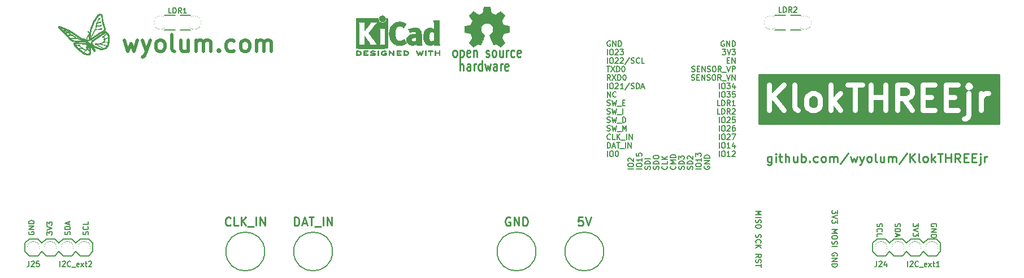
<source format=gto>
G04 #@! TF.GenerationSoftware,KiCad,Pcbnew,5.0.0-rc2-dev-unknown-b5f1fdd~62~ubuntu16.04.1*
G04 #@! TF.CreationDate,2018-03-21T15:48:13+05:30*
G04 #@! TF.ProjectId,k3jr_controller,6B336A725F636F6E74726F6C6C65722E,rev 1*
G04 #@! TF.SameCoordinates,Original*
G04 #@! TF.FileFunction,Legend,Top*
G04 #@! TF.FilePolarity,Positive*
%FSLAX46Y46*%
G04 Gerber Fmt 4.6, Leading zero omitted, Abs format (unit mm)*
G04 Created by KiCad (PCBNEW 5.0.0-rc2-dev-unknown-b5f1fdd~62~ubuntu16.04.1) date Wed Mar 21 15:48:13 2018*
%MOMM*%
%LPD*%
G01*
G04 APERTURE LIST*
%ADD10C,0.254000*%
%ADD11C,0.150000*%
%ADD12C,0.508000*%
%ADD13C,0.152400*%
%ADD14C,0.002540*%
%ADD15C,0.010000*%
%ADD16C,0.127000*%
%ADD17C,0.762000*%
%ADD18C,2.000000*%
%ADD19R,1.300480X1.498600*%
%ADD20C,1.270000*%
%ADD21C,1.450000*%
%ADD22O,1.900000X1.200000*%
%ADD23C,0.800000*%
%ADD24C,6.400000*%
%ADD25C,3.200000*%
%ADD26C,1.600000*%
%ADD27C,5.200000*%
%ADD28C,1.524000*%
%ADD29R,1.524000X1.524000*%
%ADD30C,1.800000*%
%ADD31O,1.000000X2.000000*%
%ADD32O,2.000000X1.000000*%
G04 APERTURE END LIST*
D10*
X146443095Y-83124523D02*
X145838333Y-83124523D01*
X145777857Y-83729285D01*
X145838333Y-83668809D01*
X145959285Y-83608333D01*
X146261666Y-83608333D01*
X146382619Y-83668809D01*
X146443095Y-83729285D01*
X146503571Y-83850238D01*
X146503571Y-84152619D01*
X146443095Y-84273571D01*
X146382619Y-84334047D01*
X146261666Y-84394523D01*
X145959285Y-84394523D01*
X145838333Y-84334047D01*
X145777857Y-84273571D01*
X146866428Y-83124523D02*
X147289761Y-84394523D01*
X147713095Y-83124523D01*
X103232857Y-84394523D02*
X103232857Y-83124523D01*
X103535238Y-83124523D01*
X103716666Y-83185000D01*
X103837619Y-83305952D01*
X103898095Y-83426904D01*
X103958571Y-83668809D01*
X103958571Y-83850238D01*
X103898095Y-84092142D01*
X103837619Y-84213095D01*
X103716666Y-84334047D01*
X103535238Y-84394523D01*
X103232857Y-84394523D01*
X104442380Y-84031666D02*
X105047142Y-84031666D01*
X104321428Y-84394523D02*
X104744761Y-83124523D01*
X105168095Y-84394523D01*
X105410000Y-83124523D02*
X106135714Y-83124523D01*
X105772857Y-84394523D02*
X105772857Y-83124523D01*
X106256666Y-84515476D02*
X107224285Y-84515476D01*
X107526666Y-84394523D02*
X107526666Y-83124523D01*
X108131428Y-84394523D02*
X108131428Y-83124523D01*
X108857142Y-84394523D01*
X108857142Y-83124523D01*
X135557380Y-83185000D02*
X135436428Y-83124523D01*
X135255000Y-83124523D01*
X135073571Y-83185000D01*
X134952619Y-83305952D01*
X134892142Y-83426904D01*
X134831666Y-83668809D01*
X134831666Y-83850238D01*
X134892142Y-84092142D01*
X134952619Y-84213095D01*
X135073571Y-84334047D01*
X135255000Y-84394523D01*
X135375952Y-84394523D01*
X135557380Y-84334047D01*
X135617857Y-84273571D01*
X135617857Y-83850238D01*
X135375952Y-83850238D01*
X136162142Y-84394523D02*
X136162142Y-83124523D01*
X136887857Y-84394523D01*
X136887857Y-83124523D01*
X137492619Y-84394523D02*
X137492619Y-83124523D01*
X137795000Y-83124523D01*
X137976428Y-83185000D01*
X138097380Y-83305952D01*
X138157857Y-83426904D01*
X138218333Y-83668809D01*
X138218333Y-83850238D01*
X138157857Y-84092142D01*
X138097380Y-84213095D01*
X137976428Y-84334047D01*
X137795000Y-84394523D01*
X137492619Y-84394523D01*
X93677619Y-84273571D02*
X93617142Y-84334047D01*
X93435714Y-84394523D01*
X93314761Y-84394523D01*
X93133333Y-84334047D01*
X93012380Y-84213095D01*
X92951904Y-84092142D01*
X92891428Y-83850238D01*
X92891428Y-83668809D01*
X92951904Y-83426904D01*
X93012380Y-83305952D01*
X93133333Y-83185000D01*
X93314761Y-83124523D01*
X93435714Y-83124523D01*
X93617142Y-83185000D01*
X93677619Y-83245476D01*
X94826666Y-84394523D02*
X94221904Y-84394523D01*
X94221904Y-83124523D01*
X95250000Y-84394523D02*
X95250000Y-83124523D01*
X95975714Y-84394523D02*
X95431428Y-83668809D01*
X95975714Y-83124523D02*
X95250000Y-83850238D01*
X96217619Y-84515476D02*
X97185238Y-84515476D01*
X97487619Y-84394523D02*
X97487619Y-83124523D01*
X98092380Y-84394523D02*
X98092380Y-83124523D01*
X98818095Y-84394523D01*
X98818095Y-83124523D01*
D11*
X150567023Y-56750000D02*
X150490833Y-56711904D01*
X150376547Y-56711904D01*
X150262261Y-56750000D01*
X150186071Y-56826190D01*
X150147976Y-56902380D01*
X150109880Y-57054761D01*
X150109880Y-57169047D01*
X150147976Y-57321428D01*
X150186071Y-57397619D01*
X150262261Y-57473809D01*
X150376547Y-57511904D01*
X150452738Y-57511904D01*
X150567023Y-57473809D01*
X150605119Y-57435714D01*
X150605119Y-57169047D01*
X150452738Y-57169047D01*
X150947976Y-57511904D02*
X150947976Y-56711904D01*
X151405119Y-57511904D01*
X151405119Y-56711904D01*
X151786071Y-57511904D02*
X151786071Y-56711904D01*
X151976547Y-56711904D01*
X152090833Y-56750000D01*
X152167023Y-56826190D01*
X152205119Y-56902380D01*
X152243214Y-57054761D01*
X152243214Y-57169047D01*
X152205119Y-57321428D01*
X152167023Y-57397619D01*
X152090833Y-57473809D01*
X151976547Y-57511904D01*
X151786071Y-57511904D01*
X150033690Y-60521904D02*
X150490833Y-60521904D01*
X150262261Y-61321904D02*
X150262261Y-60521904D01*
X150681309Y-60521904D02*
X151214642Y-61321904D01*
X151214642Y-60521904D02*
X150681309Y-61321904D01*
X151519404Y-61321904D02*
X151519404Y-60521904D01*
X151709880Y-60521904D01*
X151824166Y-60560000D01*
X151900357Y-60636190D01*
X151938452Y-60712380D01*
X151976547Y-60864761D01*
X151976547Y-60979047D01*
X151938452Y-61131428D01*
X151900357Y-61207619D01*
X151824166Y-61283809D01*
X151709880Y-61321904D01*
X151519404Y-61321904D01*
X152471785Y-60521904D02*
X152547976Y-60521904D01*
X152624166Y-60560000D01*
X152662261Y-60598095D01*
X152700357Y-60674285D01*
X152738452Y-60826666D01*
X152738452Y-61017142D01*
X152700357Y-61169523D01*
X152662261Y-61245714D01*
X152624166Y-61283809D01*
X152547976Y-61321904D01*
X152471785Y-61321904D01*
X152395595Y-61283809D01*
X152357500Y-61245714D01*
X152319404Y-61169523D01*
X152281309Y-61017142D01*
X152281309Y-60826666D01*
X152319404Y-60674285D01*
X152357500Y-60598095D01*
X152395595Y-60560000D01*
X152471785Y-60521904D01*
X150605119Y-62591904D02*
X150338452Y-62210952D01*
X150147976Y-62591904D02*
X150147976Y-61791904D01*
X150452738Y-61791904D01*
X150528928Y-61830000D01*
X150567023Y-61868095D01*
X150605119Y-61944285D01*
X150605119Y-62058571D01*
X150567023Y-62134761D01*
X150528928Y-62172857D01*
X150452738Y-62210952D01*
X150147976Y-62210952D01*
X150871785Y-61791904D02*
X151405119Y-62591904D01*
X151405119Y-61791904D02*
X150871785Y-62591904D01*
X151709880Y-62591904D02*
X151709880Y-61791904D01*
X151900357Y-61791904D01*
X152014642Y-61830000D01*
X152090833Y-61906190D01*
X152128928Y-61982380D01*
X152167023Y-62134761D01*
X152167023Y-62249047D01*
X152128928Y-62401428D01*
X152090833Y-62477619D01*
X152014642Y-62553809D01*
X151900357Y-62591904D01*
X151709880Y-62591904D01*
X152662261Y-61791904D02*
X152738452Y-61791904D01*
X152814642Y-61830000D01*
X152852738Y-61868095D01*
X152890833Y-61944285D01*
X152928928Y-62096666D01*
X152928928Y-62287142D01*
X152890833Y-62439523D01*
X152852738Y-62515714D01*
X152814642Y-62553809D01*
X152738452Y-62591904D01*
X152662261Y-62591904D01*
X152586071Y-62553809D01*
X152547976Y-62515714D01*
X152509880Y-62439523D01*
X152471785Y-62287142D01*
X152471785Y-62096666D01*
X152509880Y-61944285D01*
X152547976Y-61868095D01*
X152586071Y-61830000D01*
X152662261Y-61791904D01*
X150109880Y-66363809D02*
X150224166Y-66401904D01*
X150414642Y-66401904D01*
X150490833Y-66363809D01*
X150528928Y-66325714D01*
X150567023Y-66249523D01*
X150567023Y-66173333D01*
X150528928Y-66097142D01*
X150490833Y-66059047D01*
X150414642Y-66020952D01*
X150262261Y-65982857D01*
X150186071Y-65944761D01*
X150147976Y-65906666D01*
X150109880Y-65830476D01*
X150109880Y-65754285D01*
X150147976Y-65678095D01*
X150186071Y-65640000D01*
X150262261Y-65601904D01*
X150452738Y-65601904D01*
X150567023Y-65640000D01*
X150833690Y-65601904D02*
X151024166Y-66401904D01*
X151176547Y-65830476D01*
X151328928Y-66401904D01*
X151519404Y-65601904D01*
X151633690Y-66478095D02*
X152243214Y-66478095D01*
X152433690Y-65982857D02*
X152700357Y-65982857D01*
X152814642Y-66401904D02*
X152433690Y-66401904D01*
X152433690Y-65601904D01*
X152814642Y-65601904D01*
X150109880Y-67633809D02*
X150224166Y-67671904D01*
X150414642Y-67671904D01*
X150490833Y-67633809D01*
X150528928Y-67595714D01*
X150567023Y-67519523D01*
X150567023Y-67443333D01*
X150528928Y-67367142D01*
X150490833Y-67329047D01*
X150414642Y-67290952D01*
X150262261Y-67252857D01*
X150186071Y-67214761D01*
X150147976Y-67176666D01*
X150109880Y-67100476D01*
X150109880Y-67024285D01*
X150147976Y-66948095D01*
X150186071Y-66910000D01*
X150262261Y-66871904D01*
X150452738Y-66871904D01*
X150567023Y-66910000D01*
X150833690Y-66871904D02*
X151024166Y-67671904D01*
X151176547Y-67100476D01*
X151328928Y-67671904D01*
X151519404Y-66871904D01*
X151633690Y-67748095D02*
X152243214Y-67748095D01*
X152433690Y-67671904D02*
X152433690Y-66871904D01*
X150109880Y-68903809D02*
X150224166Y-68941904D01*
X150414642Y-68941904D01*
X150490833Y-68903809D01*
X150528928Y-68865714D01*
X150567023Y-68789523D01*
X150567023Y-68713333D01*
X150528928Y-68637142D01*
X150490833Y-68599047D01*
X150414642Y-68560952D01*
X150262261Y-68522857D01*
X150186071Y-68484761D01*
X150147976Y-68446666D01*
X150109880Y-68370476D01*
X150109880Y-68294285D01*
X150147976Y-68218095D01*
X150186071Y-68180000D01*
X150262261Y-68141904D01*
X150452738Y-68141904D01*
X150567023Y-68180000D01*
X150833690Y-68141904D02*
X151024166Y-68941904D01*
X151176547Y-68370476D01*
X151328928Y-68941904D01*
X151519404Y-68141904D01*
X151633690Y-69018095D02*
X152243214Y-69018095D01*
X152433690Y-68941904D02*
X152433690Y-68141904D01*
X152624166Y-68141904D01*
X152738452Y-68180000D01*
X152814642Y-68256190D01*
X152852738Y-68332380D01*
X152890833Y-68484761D01*
X152890833Y-68599047D01*
X152852738Y-68751428D01*
X152814642Y-68827619D01*
X152738452Y-68903809D01*
X152624166Y-68941904D01*
X152433690Y-68941904D01*
X150109880Y-70173809D02*
X150224166Y-70211904D01*
X150414642Y-70211904D01*
X150490833Y-70173809D01*
X150528928Y-70135714D01*
X150567023Y-70059523D01*
X150567023Y-69983333D01*
X150528928Y-69907142D01*
X150490833Y-69869047D01*
X150414642Y-69830952D01*
X150262261Y-69792857D01*
X150186071Y-69754761D01*
X150147976Y-69716666D01*
X150109880Y-69640476D01*
X150109880Y-69564285D01*
X150147976Y-69488095D01*
X150186071Y-69450000D01*
X150262261Y-69411904D01*
X150452738Y-69411904D01*
X150567023Y-69450000D01*
X150833690Y-69411904D02*
X151024166Y-70211904D01*
X151176547Y-69640476D01*
X151328928Y-70211904D01*
X151519404Y-69411904D01*
X151633690Y-70288095D02*
X152243214Y-70288095D01*
X152433690Y-70211904D02*
X152433690Y-69411904D01*
X152700357Y-69983333D01*
X152967023Y-69411904D01*
X152967023Y-70211904D01*
X150605119Y-71405714D02*
X150567023Y-71443809D01*
X150452738Y-71481904D01*
X150376547Y-71481904D01*
X150262261Y-71443809D01*
X150186071Y-71367619D01*
X150147976Y-71291428D01*
X150109880Y-71139047D01*
X150109880Y-71024761D01*
X150147976Y-70872380D01*
X150186071Y-70796190D01*
X150262261Y-70720000D01*
X150376547Y-70681904D01*
X150452738Y-70681904D01*
X150567023Y-70720000D01*
X150605119Y-70758095D01*
X151328928Y-71481904D02*
X150947976Y-71481904D01*
X150947976Y-70681904D01*
X151595595Y-71481904D02*
X151595595Y-70681904D01*
X152052738Y-71481904D02*
X151709880Y-71024761D01*
X152052738Y-70681904D02*
X151595595Y-71139047D01*
X152205119Y-71558095D02*
X152814642Y-71558095D01*
X153005119Y-71481904D02*
X153005119Y-70681904D01*
X153386071Y-71481904D02*
X153386071Y-70681904D01*
X153843214Y-71481904D01*
X153843214Y-70681904D01*
X150147976Y-72751904D02*
X150147976Y-71951904D01*
X150338452Y-71951904D01*
X150452738Y-71990000D01*
X150528928Y-72066190D01*
X150567023Y-72142380D01*
X150605119Y-72294761D01*
X150605119Y-72409047D01*
X150567023Y-72561428D01*
X150528928Y-72637619D01*
X150452738Y-72713809D01*
X150338452Y-72751904D01*
X150147976Y-72751904D01*
X150909880Y-72523333D02*
X151290833Y-72523333D01*
X150833690Y-72751904D02*
X151100357Y-71951904D01*
X151367023Y-72751904D01*
X151519404Y-71951904D02*
X151976547Y-71951904D01*
X151747976Y-72751904D02*
X151747976Y-71951904D01*
X152052738Y-72828095D02*
X152662261Y-72828095D01*
X152852738Y-72751904D02*
X152852738Y-71951904D01*
X153233690Y-72751904D02*
X153233690Y-71951904D01*
X153690833Y-72751904D01*
X153690833Y-71951904D01*
X150147976Y-74021904D02*
X150147976Y-73221904D01*
X150681309Y-73221904D02*
X150833690Y-73221904D01*
X150909880Y-73260000D01*
X150986071Y-73336190D01*
X151024166Y-73488571D01*
X151024166Y-73755238D01*
X150986071Y-73907619D01*
X150909880Y-73983809D01*
X150833690Y-74021904D01*
X150681309Y-74021904D01*
X150605119Y-73983809D01*
X150528928Y-73907619D01*
X150490833Y-73755238D01*
X150490833Y-73488571D01*
X150528928Y-73336190D01*
X150605119Y-73260000D01*
X150681309Y-73221904D01*
X151519404Y-73221904D02*
X151595595Y-73221904D01*
X151671785Y-73260000D01*
X151709880Y-73298095D01*
X151747976Y-73374285D01*
X151786071Y-73526666D01*
X151786071Y-73717142D01*
X151747976Y-73869523D01*
X151709880Y-73945714D01*
X151671785Y-73983809D01*
X151595595Y-74021904D01*
X151519404Y-74021904D01*
X151443214Y-73983809D01*
X151405119Y-73945714D01*
X151367023Y-73869523D01*
X151328928Y-73717142D01*
X151328928Y-73526666D01*
X151367023Y-73374285D01*
X151405119Y-73298095D01*
X151443214Y-73260000D01*
X151519404Y-73221904D01*
X155301904Y-75912023D02*
X154501904Y-75912023D01*
X154501904Y-75378690D02*
X154501904Y-75226309D01*
X154540000Y-75150119D01*
X154616190Y-75073928D01*
X154768571Y-75035833D01*
X155035238Y-75035833D01*
X155187619Y-75073928D01*
X155263809Y-75150119D01*
X155301904Y-75226309D01*
X155301904Y-75378690D01*
X155263809Y-75454880D01*
X155187619Y-75531071D01*
X155035238Y-75569166D01*
X154768571Y-75569166D01*
X154616190Y-75531071D01*
X154540000Y-75454880D01*
X154501904Y-75378690D01*
X155301904Y-74273928D02*
X155301904Y-74731071D01*
X155301904Y-74502500D02*
X154501904Y-74502500D01*
X154616190Y-74578690D01*
X154692380Y-74654880D01*
X154730476Y-74731071D01*
X154501904Y-73550119D02*
X154501904Y-73931071D01*
X154882857Y-73969166D01*
X154844761Y-73931071D01*
X154806666Y-73854880D01*
X154806666Y-73664404D01*
X154844761Y-73588214D01*
X154882857Y-73550119D01*
X154959047Y-73512023D01*
X155149523Y-73512023D01*
X155225714Y-73550119D01*
X155263809Y-73588214D01*
X155301904Y-73664404D01*
X155301904Y-73854880D01*
X155263809Y-73931071D01*
X155225714Y-73969166D01*
X164191904Y-75912023D02*
X163391904Y-75912023D01*
X163391904Y-75378690D02*
X163391904Y-75226309D01*
X163430000Y-75150119D01*
X163506190Y-75073928D01*
X163658571Y-75035833D01*
X163925238Y-75035833D01*
X164077619Y-75073928D01*
X164153809Y-75150119D01*
X164191904Y-75226309D01*
X164191904Y-75378690D01*
X164153809Y-75454880D01*
X164077619Y-75531071D01*
X163925238Y-75569166D01*
X163658571Y-75569166D01*
X163506190Y-75531071D01*
X163430000Y-75454880D01*
X163391904Y-75378690D01*
X164191904Y-74273928D02*
X164191904Y-74731071D01*
X164191904Y-74502500D02*
X163391904Y-74502500D01*
X163506190Y-74578690D01*
X163582380Y-74654880D01*
X163620476Y-74731071D01*
X163391904Y-74007261D02*
X163391904Y-73512023D01*
X163696666Y-73778690D01*
X163696666Y-73664404D01*
X163734761Y-73588214D01*
X163772857Y-73550119D01*
X163849047Y-73512023D01*
X164039523Y-73512023D01*
X164115714Y-73550119D01*
X164153809Y-73588214D01*
X164191904Y-73664404D01*
X164191904Y-73892976D01*
X164153809Y-73969166D01*
X164115714Y-74007261D01*
X164700000Y-75492976D02*
X164661904Y-75569166D01*
X164661904Y-75683452D01*
X164700000Y-75797738D01*
X164776190Y-75873928D01*
X164852380Y-75912023D01*
X165004761Y-75950119D01*
X165119047Y-75950119D01*
X165271428Y-75912023D01*
X165347619Y-75873928D01*
X165423809Y-75797738D01*
X165461904Y-75683452D01*
X165461904Y-75607261D01*
X165423809Y-75492976D01*
X165385714Y-75454880D01*
X165119047Y-75454880D01*
X165119047Y-75607261D01*
X165461904Y-75112023D02*
X164661904Y-75112023D01*
X165461904Y-74654880D01*
X164661904Y-74654880D01*
X165461904Y-74273928D02*
X164661904Y-74273928D01*
X164661904Y-74083452D01*
X164700000Y-73969166D01*
X164776190Y-73892976D01*
X164852380Y-73854880D01*
X165004761Y-73816785D01*
X165119047Y-73816785D01*
X165271428Y-73854880D01*
X165347619Y-73892976D01*
X165423809Y-73969166D01*
X165461904Y-74083452D01*
X165461904Y-74273928D01*
X166895119Y-70211904D02*
X166895119Y-69411904D01*
X167428452Y-69411904D02*
X167580833Y-69411904D01*
X167657023Y-69450000D01*
X167733214Y-69526190D01*
X167771309Y-69678571D01*
X167771309Y-69945238D01*
X167733214Y-70097619D01*
X167657023Y-70173809D01*
X167580833Y-70211904D01*
X167428452Y-70211904D01*
X167352261Y-70173809D01*
X167276071Y-70097619D01*
X167237976Y-69945238D01*
X167237976Y-69678571D01*
X167276071Y-69526190D01*
X167352261Y-69450000D01*
X167428452Y-69411904D01*
X168076071Y-69488095D02*
X168114166Y-69450000D01*
X168190357Y-69411904D01*
X168380833Y-69411904D01*
X168457023Y-69450000D01*
X168495119Y-69488095D01*
X168533214Y-69564285D01*
X168533214Y-69640476D01*
X168495119Y-69754761D01*
X168037976Y-70211904D01*
X168533214Y-70211904D01*
X169218928Y-69411904D02*
X169066547Y-69411904D01*
X168990357Y-69450000D01*
X168952261Y-69488095D01*
X168876071Y-69602380D01*
X168837976Y-69754761D01*
X168837976Y-70059523D01*
X168876071Y-70135714D01*
X168914166Y-70173809D01*
X168990357Y-70211904D01*
X169142738Y-70211904D01*
X169218928Y-70173809D01*
X169257023Y-70135714D01*
X169295119Y-70059523D01*
X169295119Y-69869047D01*
X169257023Y-69792857D01*
X169218928Y-69754761D01*
X169142738Y-69716666D01*
X168990357Y-69716666D01*
X168914166Y-69754761D01*
X168876071Y-69792857D01*
X168837976Y-69869047D01*
X166895119Y-68941904D02*
X166895119Y-68141904D01*
X167428452Y-68141904D02*
X167580833Y-68141904D01*
X167657023Y-68180000D01*
X167733214Y-68256190D01*
X167771309Y-68408571D01*
X167771309Y-68675238D01*
X167733214Y-68827619D01*
X167657023Y-68903809D01*
X167580833Y-68941904D01*
X167428452Y-68941904D01*
X167352261Y-68903809D01*
X167276071Y-68827619D01*
X167237976Y-68675238D01*
X167237976Y-68408571D01*
X167276071Y-68256190D01*
X167352261Y-68180000D01*
X167428452Y-68141904D01*
X168076071Y-68218095D02*
X168114166Y-68180000D01*
X168190357Y-68141904D01*
X168380833Y-68141904D01*
X168457023Y-68180000D01*
X168495119Y-68218095D01*
X168533214Y-68294285D01*
X168533214Y-68370476D01*
X168495119Y-68484761D01*
X168037976Y-68941904D01*
X168533214Y-68941904D01*
X169257023Y-68141904D02*
X168876071Y-68141904D01*
X168837976Y-68522857D01*
X168876071Y-68484761D01*
X168952261Y-68446666D01*
X169142738Y-68446666D01*
X169218928Y-68484761D01*
X169257023Y-68522857D01*
X169295119Y-68599047D01*
X169295119Y-68789523D01*
X169257023Y-68865714D01*
X169218928Y-68903809D01*
X169142738Y-68941904D01*
X168952261Y-68941904D01*
X168876071Y-68903809D01*
X168837976Y-68865714D01*
X167009404Y-67671904D02*
X166628452Y-67671904D01*
X166628452Y-66871904D01*
X167276071Y-67671904D02*
X167276071Y-66871904D01*
X167466547Y-66871904D01*
X167580833Y-66910000D01*
X167657023Y-66986190D01*
X167695119Y-67062380D01*
X167733214Y-67214761D01*
X167733214Y-67329047D01*
X167695119Y-67481428D01*
X167657023Y-67557619D01*
X167580833Y-67633809D01*
X167466547Y-67671904D01*
X167276071Y-67671904D01*
X168533214Y-67671904D02*
X168266547Y-67290952D01*
X168076071Y-67671904D02*
X168076071Y-66871904D01*
X168380833Y-66871904D01*
X168457023Y-66910000D01*
X168495119Y-66948095D01*
X168533214Y-67024285D01*
X168533214Y-67138571D01*
X168495119Y-67214761D01*
X168457023Y-67252857D01*
X168380833Y-67290952D01*
X168076071Y-67290952D01*
X168837976Y-66948095D02*
X168876071Y-66910000D01*
X168952261Y-66871904D01*
X169142738Y-66871904D01*
X169218928Y-66910000D01*
X169257023Y-66948095D01*
X169295119Y-67024285D01*
X169295119Y-67100476D01*
X169257023Y-67214761D01*
X168799880Y-67671904D01*
X169295119Y-67671904D01*
X167009404Y-66401904D02*
X166628452Y-66401904D01*
X166628452Y-65601904D01*
X167276071Y-66401904D02*
X167276071Y-65601904D01*
X167466547Y-65601904D01*
X167580833Y-65640000D01*
X167657023Y-65716190D01*
X167695119Y-65792380D01*
X167733214Y-65944761D01*
X167733214Y-66059047D01*
X167695119Y-66211428D01*
X167657023Y-66287619D01*
X167580833Y-66363809D01*
X167466547Y-66401904D01*
X167276071Y-66401904D01*
X168533214Y-66401904D02*
X168266547Y-66020952D01*
X168076071Y-66401904D02*
X168076071Y-65601904D01*
X168380833Y-65601904D01*
X168457023Y-65640000D01*
X168495119Y-65678095D01*
X168533214Y-65754285D01*
X168533214Y-65868571D01*
X168495119Y-65944761D01*
X168457023Y-65982857D01*
X168380833Y-66020952D01*
X168076071Y-66020952D01*
X169295119Y-66401904D02*
X168837976Y-66401904D01*
X169066547Y-66401904D02*
X169066547Y-65601904D01*
X168990357Y-65716190D01*
X168914166Y-65792380D01*
X168837976Y-65830476D01*
X166895119Y-65131904D02*
X166895119Y-64331904D01*
X167428452Y-64331904D02*
X167580833Y-64331904D01*
X167657023Y-64370000D01*
X167733214Y-64446190D01*
X167771309Y-64598571D01*
X167771309Y-64865238D01*
X167733214Y-65017619D01*
X167657023Y-65093809D01*
X167580833Y-65131904D01*
X167428452Y-65131904D01*
X167352261Y-65093809D01*
X167276071Y-65017619D01*
X167237976Y-64865238D01*
X167237976Y-64598571D01*
X167276071Y-64446190D01*
X167352261Y-64370000D01*
X167428452Y-64331904D01*
X168037976Y-64331904D02*
X168533214Y-64331904D01*
X168266547Y-64636666D01*
X168380833Y-64636666D01*
X168457023Y-64674761D01*
X168495119Y-64712857D01*
X168533214Y-64789047D01*
X168533214Y-64979523D01*
X168495119Y-65055714D01*
X168457023Y-65093809D01*
X168380833Y-65131904D01*
X168152261Y-65131904D01*
X168076071Y-65093809D01*
X168037976Y-65055714D01*
X169257023Y-64331904D02*
X168876071Y-64331904D01*
X168837976Y-64712857D01*
X168876071Y-64674761D01*
X168952261Y-64636666D01*
X169142738Y-64636666D01*
X169218928Y-64674761D01*
X169257023Y-64712857D01*
X169295119Y-64789047D01*
X169295119Y-64979523D01*
X169257023Y-65055714D01*
X169218928Y-65093809D01*
X169142738Y-65131904D01*
X168952261Y-65131904D01*
X168876071Y-65093809D01*
X168837976Y-65055714D01*
X166895119Y-63861904D02*
X166895119Y-63061904D01*
X167428452Y-63061904D02*
X167580833Y-63061904D01*
X167657023Y-63100000D01*
X167733214Y-63176190D01*
X167771309Y-63328571D01*
X167771309Y-63595238D01*
X167733214Y-63747619D01*
X167657023Y-63823809D01*
X167580833Y-63861904D01*
X167428452Y-63861904D01*
X167352261Y-63823809D01*
X167276071Y-63747619D01*
X167237976Y-63595238D01*
X167237976Y-63328571D01*
X167276071Y-63176190D01*
X167352261Y-63100000D01*
X167428452Y-63061904D01*
X168037976Y-63061904D02*
X168533214Y-63061904D01*
X168266547Y-63366666D01*
X168380833Y-63366666D01*
X168457023Y-63404761D01*
X168495119Y-63442857D01*
X168533214Y-63519047D01*
X168533214Y-63709523D01*
X168495119Y-63785714D01*
X168457023Y-63823809D01*
X168380833Y-63861904D01*
X168152261Y-63861904D01*
X168076071Y-63823809D01*
X168037976Y-63785714D01*
X169218928Y-63328571D02*
X169218928Y-63861904D01*
X169028452Y-63023809D02*
X168837976Y-63595238D01*
X169333214Y-63595238D01*
X168076071Y-59632857D02*
X168342738Y-59632857D01*
X168457023Y-60051904D02*
X168076071Y-60051904D01*
X168076071Y-59251904D01*
X168457023Y-59251904D01*
X168799880Y-60051904D02*
X168799880Y-59251904D01*
X169257023Y-60051904D01*
X169257023Y-59251904D01*
X167618928Y-56750000D02*
X167542738Y-56711904D01*
X167428452Y-56711904D01*
X167314166Y-56750000D01*
X167237976Y-56826190D01*
X167199880Y-56902380D01*
X167161785Y-57054761D01*
X167161785Y-57169047D01*
X167199880Y-57321428D01*
X167237976Y-57397619D01*
X167314166Y-57473809D01*
X167428452Y-57511904D01*
X167504642Y-57511904D01*
X167618928Y-57473809D01*
X167657023Y-57435714D01*
X167657023Y-57169047D01*
X167504642Y-57169047D01*
X167999880Y-57511904D02*
X167999880Y-56711904D01*
X168457023Y-57511904D01*
X168457023Y-56711904D01*
X168837976Y-57511904D02*
X168837976Y-56711904D01*
X169028452Y-56711904D01*
X169142738Y-56750000D01*
X169218928Y-56826190D01*
X169257023Y-56902380D01*
X169295119Y-57054761D01*
X169295119Y-57169047D01*
X169257023Y-57321428D01*
X169218928Y-57397619D01*
X169142738Y-57473809D01*
X169028452Y-57511904D01*
X168837976Y-57511904D01*
X167352261Y-57981904D02*
X167847500Y-57981904D01*
X167580833Y-58286666D01*
X167695119Y-58286666D01*
X167771309Y-58324761D01*
X167809404Y-58362857D01*
X167847500Y-58439047D01*
X167847500Y-58629523D01*
X167809404Y-58705714D01*
X167771309Y-58743809D01*
X167695119Y-58781904D01*
X167466547Y-58781904D01*
X167390357Y-58743809D01*
X167352261Y-58705714D01*
X168076071Y-57981904D02*
X168342738Y-58781904D01*
X168609404Y-57981904D01*
X168799880Y-57981904D02*
X169295119Y-57981904D01*
X169028452Y-58286666D01*
X169142738Y-58286666D01*
X169218928Y-58324761D01*
X169257023Y-58362857D01*
X169295119Y-58439047D01*
X169295119Y-58629523D01*
X169257023Y-58705714D01*
X169218928Y-58743809D01*
X169142738Y-58781904D01*
X168914166Y-58781904D01*
X168837976Y-58743809D01*
X168799880Y-58705714D01*
D12*
X77772380Y-56605714D02*
X78256190Y-58299047D01*
X78740000Y-57089523D01*
X79223809Y-58299047D01*
X79707619Y-56605714D01*
X80433333Y-56605714D02*
X81038095Y-58299047D01*
X81642857Y-56605714D02*
X81038095Y-58299047D01*
X80796190Y-58903809D01*
X80675238Y-59024761D01*
X80433333Y-59145714D01*
X82973333Y-58299047D02*
X82731428Y-58178095D01*
X82610476Y-58057142D01*
X82489523Y-57815238D01*
X82489523Y-57089523D01*
X82610476Y-56847619D01*
X82731428Y-56726666D01*
X82973333Y-56605714D01*
X83336190Y-56605714D01*
X83578095Y-56726666D01*
X83699047Y-56847619D01*
X83820000Y-57089523D01*
X83820000Y-57815238D01*
X83699047Y-58057142D01*
X83578095Y-58178095D01*
X83336190Y-58299047D01*
X82973333Y-58299047D01*
X85271428Y-58299047D02*
X85029523Y-58178095D01*
X84908571Y-57936190D01*
X84908571Y-55759047D01*
X87327619Y-56605714D02*
X87327619Y-58299047D01*
X86239047Y-56605714D02*
X86239047Y-57936190D01*
X86360000Y-58178095D01*
X86601904Y-58299047D01*
X86964761Y-58299047D01*
X87206666Y-58178095D01*
X87327619Y-58057142D01*
X88537142Y-58299047D02*
X88537142Y-56605714D01*
X88537142Y-56847619D02*
X88658095Y-56726666D01*
X88900000Y-56605714D01*
X89262857Y-56605714D01*
X89504761Y-56726666D01*
X89625714Y-56968571D01*
X89625714Y-58299047D01*
X89625714Y-56968571D02*
X89746666Y-56726666D01*
X89988571Y-56605714D01*
X90351428Y-56605714D01*
X90593333Y-56726666D01*
X90714285Y-56968571D01*
X90714285Y-58299047D01*
X91923809Y-58057142D02*
X92044761Y-58178095D01*
X91923809Y-58299047D01*
X91802857Y-58178095D01*
X91923809Y-58057142D01*
X91923809Y-58299047D01*
X94221904Y-58178095D02*
X93980000Y-58299047D01*
X93496190Y-58299047D01*
X93254285Y-58178095D01*
X93133333Y-58057142D01*
X93012380Y-57815238D01*
X93012380Y-57089523D01*
X93133333Y-56847619D01*
X93254285Y-56726666D01*
X93496190Y-56605714D01*
X93980000Y-56605714D01*
X94221904Y-56726666D01*
X95673333Y-58299047D02*
X95431428Y-58178095D01*
X95310476Y-58057142D01*
X95189523Y-57815238D01*
X95189523Y-57089523D01*
X95310476Y-56847619D01*
X95431428Y-56726666D01*
X95673333Y-56605714D01*
X96036190Y-56605714D01*
X96278095Y-56726666D01*
X96399047Y-56847619D01*
X96520000Y-57089523D01*
X96520000Y-57815238D01*
X96399047Y-58057142D01*
X96278095Y-58178095D01*
X96036190Y-58299047D01*
X95673333Y-58299047D01*
X97608571Y-58299047D02*
X97608571Y-56605714D01*
X97608571Y-56847619D02*
X97729523Y-56726666D01*
X97971428Y-56605714D01*
X98334285Y-56605714D01*
X98576190Y-56726666D01*
X98697142Y-56968571D01*
X98697142Y-58299047D01*
X98697142Y-56968571D02*
X98818095Y-56726666D01*
X99060000Y-56605714D01*
X99422857Y-56605714D01*
X99664761Y-56726666D01*
X99785714Y-56968571D01*
X99785714Y-58299047D01*
D10*
X127208642Y-59109428D02*
X127099785Y-59036857D01*
X127045357Y-58964285D01*
X126990928Y-58819142D01*
X126990928Y-58383714D01*
X127045357Y-58238571D01*
X127099785Y-58166000D01*
X127208642Y-58093428D01*
X127371928Y-58093428D01*
X127480785Y-58166000D01*
X127535214Y-58238571D01*
X127589642Y-58383714D01*
X127589642Y-58819142D01*
X127535214Y-58964285D01*
X127480785Y-59036857D01*
X127371928Y-59109428D01*
X127208642Y-59109428D01*
X128079500Y-58093428D02*
X128079500Y-59617428D01*
X128079500Y-58166000D02*
X128188357Y-58093428D01*
X128406071Y-58093428D01*
X128514928Y-58166000D01*
X128569357Y-58238571D01*
X128623785Y-58383714D01*
X128623785Y-58819142D01*
X128569357Y-58964285D01*
X128514928Y-59036857D01*
X128406071Y-59109428D01*
X128188357Y-59109428D01*
X128079500Y-59036857D01*
X129549071Y-59036857D02*
X129440214Y-59109428D01*
X129222500Y-59109428D01*
X129113642Y-59036857D01*
X129059214Y-58891714D01*
X129059214Y-58311142D01*
X129113642Y-58166000D01*
X129222500Y-58093428D01*
X129440214Y-58093428D01*
X129549071Y-58166000D01*
X129603500Y-58311142D01*
X129603500Y-58456285D01*
X129059214Y-58601428D01*
X130093357Y-58093428D02*
X130093357Y-59109428D01*
X130093357Y-58238571D02*
X130147785Y-58166000D01*
X130256642Y-58093428D01*
X130419928Y-58093428D01*
X130528785Y-58166000D01*
X130583214Y-58311142D01*
X130583214Y-59109428D01*
X131943928Y-59036857D02*
X132052785Y-59109428D01*
X132270500Y-59109428D01*
X132379357Y-59036857D01*
X132433785Y-58891714D01*
X132433785Y-58819142D01*
X132379357Y-58674000D01*
X132270500Y-58601428D01*
X132107214Y-58601428D01*
X131998357Y-58528857D01*
X131943928Y-58383714D01*
X131943928Y-58311142D01*
X131998357Y-58166000D01*
X132107214Y-58093428D01*
X132270500Y-58093428D01*
X132379357Y-58166000D01*
X133086928Y-59109428D02*
X132978071Y-59036857D01*
X132923642Y-58964285D01*
X132869214Y-58819142D01*
X132869214Y-58383714D01*
X132923642Y-58238571D01*
X132978071Y-58166000D01*
X133086928Y-58093428D01*
X133250214Y-58093428D01*
X133359071Y-58166000D01*
X133413500Y-58238571D01*
X133467928Y-58383714D01*
X133467928Y-58819142D01*
X133413500Y-58964285D01*
X133359071Y-59036857D01*
X133250214Y-59109428D01*
X133086928Y-59109428D01*
X134447642Y-58093428D02*
X134447642Y-59109428D01*
X133957785Y-58093428D02*
X133957785Y-58891714D01*
X134012214Y-59036857D01*
X134121071Y-59109428D01*
X134284357Y-59109428D01*
X134393214Y-59036857D01*
X134447642Y-58964285D01*
X134991928Y-59109428D02*
X134991928Y-58093428D01*
X134991928Y-58383714D02*
X135046357Y-58238571D01*
X135100785Y-58166000D01*
X135209642Y-58093428D01*
X135318500Y-58093428D01*
X136189357Y-59036857D02*
X136080500Y-59109428D01*
X135862785Y-59109428D01*
X135753928Y-59036857D01*
X135699500Y-58964285D01*
X135645071Y-58819142D01*
X135645071Y-58383714D01*
X135699500Y-58238571D01*
X135753928Y-58166000D01*
X135862785Y-58093428D01*
X136080500Y-58093428D01*
X136189357Y-58166000D01*
X137114642Y-59036857D02*
X137005785Y-59109428D01*
X136788071Y-59109428D01*
X136679214Y-59036857D01*
X136624785Y-58891714D01*
X136624785Y-58311142D01*
X136679214Y-58166000D01*
X136788071Y-58093428D01*
X137005785Y-58093428D01*
X137114642Y-58166000D01*
X137169071Y-58311142D01*
X137169071Y-58456285D01*
X136624785Y-58601428D01*
X128081314Y-61166828D02*
X128081314Y-59642828D01*
X128571171Y-61166828D02*
X128571171Y-60368542D01*
X128516742Y-60223400D01*
X128407885Y-60150828D01*
X128244600Y-60150828D01*
X128135742Y-60223400D01*
X128081314Y-60295971D01*
X129605314Y-61166828D02*
X129605314Y-60368542D01*
X129550885Y-60223400D01*
X129442028Y-60150828D01*
X129224314Y-60150828D01*
X129115457Y-60223400D01*
X129605314Y-61094257D02*
X129496457Y-61166828D01*
X129224314Y-61166828D01*
X129115457Y-61094257D01*
X129061028Y-60949114D01*
X129061028Y-60803971D01*
X129115457Y-60658828D01*
X129224314Y-60586257D01*
X129496457Y-60586257D01*
X129605314Y-60513685D01*
X130149600Y-61166828D02*
X130149600Y-60150828D01*
X130149600Y-60441114D02*
X130204028Y-60295971D01*
X130258457Y-60223400D01*
X130367314Y-60150828D01*
X130476171Y-60150828D01*
X131347028Y-61166828D02*
X131347028Y-59642828D01*
X131347028Y-61094257D02*
X131238171Y-61166828D01*
X131020457Y-61166828D01*
X130911600Y-61094257D01*
X130857171Y-61021685D01*
X130802742Y-60876542D01*
X130802742Y-60441114D01*
X130857171Y-60295971D01*
X130911600Y-60223400D01*
X131020457Y-60150828D01*
X131238171Y-60150828D01*
X131347028Y-60223400D01*
X131782457Y-60150828D02*
X132000171Y-61166828D01*
X132217885Y-60441114D01*
X132435600Y-61166828D01*
X132653314Y-60150828D01*
X133578600Y-61166828D02*
X133578600Y-60368542D01*
X133524171Y-60223400D01*
X133415314Y-60150828D01*
X133197600Y-60150828D01*
X133088742Y-60223400D01*
X133578600Y-61094257D02*
X133469742Y-61166828D01*
X133197600Y-61166828D01*
X133088742Y-61094257D01*
X133034314Y-60949114D01*
X133034314Y-60803971D01*
X133088742Y-60658828D01*
X133197600Y-60586257D01*
X133469742Y-60586257D01*
X133578600Y-60513685D01*
X134122885Y-61166828D02*
X134122885Y-60150828D01*
X134122885Y-60441114D02*
X134177314Y-60295971D01*
X134231742Y-60223400D01*
X134340600Y-60150828D01*
X134449457Y-60150828D01*
X135265885Y-61094257D02*
X135157028Y-61166828D01*
X134939314Y-61166828D01*
X134830457Y-61094257D01*
X134776028Y-60949114D01*
X134776028Y-60368542D01*
X134830457Y-60223400D01*
X134939314Y-60150828D01*
X135157028Y-60150828D01*
X135265885Y-60223400D01*
X135320314Y-60368542D01*
X135320314Y-60513685D01*
X134776028Y-60658828D01*
D11*
X150147976Y-58781904D02*
X150147976Y-57981904D01*
X150681309Y-57981904D02*
X150833690Y-57981904D01*
X150909880Y-58020000D01*
X150986071Y-58096190D01*
X151024166Y-58248571D01*
X151024166Y-58515238D01*
X150986071Y-58667619D01*
X150909880Y-58743809D01*
X150833690Y-58781904D01*
X150681309Y-58781904D01*
X150605119Y-58743809D01*
X150528928Y-58667619D01*
X150490833Y-58515238D01*
X150490833Y-58248571D01*
X150528928Y-58096190D01*
X150605119Y-58020000D01*
X150681309Y-57981904D01*
X151328928Y-58058095D02*
X151367023Y-58020000D01*
X151443214Y-57981904D01*
X151633690Y-57981904D01*
X151709880Y-58020000D01*
X151747976Y-58058095D01*
X151786071Y-58134285D01*
X151786071Y-58210476D01*
X151747976Y-58324761D01*
X151290833Y-58781904D01*
X151786071Y-58781904D01*
X152052738Y-57981904D02*
X152547976Y-57981904D01*
X152281309Y-58286666D01*
X152395595Y-58286666D01*
X152471785Y-58324761D01*
X152509880Y-58362857D01*
X152547976Y-58439047D01*
X152547976Y-58629523D01*
X152509880Y-58705714D01*
X152471785Y-58743809D01*
X152395595Y-58781904D01*
X152167023Y-58781904D01*
X152090833Y-58743809D01*
X152052738Y-58705714D01*
X150147976Y-60051904D02*
X150147976Y-59251904D01*
X150681309Y-59251904D02*
X150833690Y-59251904D01*
X150909880Y-59290000D01*
X150986071Y-59366190D01*
X151024166Y-59518571D01*
X151024166Y-59785238D01*
X150986071Y-59937619D01*
X150909880Y-60013809D01*
X150833690Y-60051904D01*
X150681309Y-60051904D01*
X150605119Y-60013809D01*
X150528928Y-59937619D01*
X150490833Y-59785238D01*
X150490833Y-59518571D01*
X150528928Y-59366190D01*
X150605119Y-59290000D01*
X150681309Y-59251904D01*
X151328928Y-59328095D02*
X151367023Y-59290000D01*
X151443214Y-59251904D01*
X151633690Y-59251904D01*
X151709880Y-59290000D01*
X151747976Y-59328095D01*
X151786071Y-59404285D01*
X151786071Y-59480476D01*
X151747976Y-59594761D01*
X151290833Y-60051904D01*
X151786071Y-60051904D01*
X152090833Y-59328095D02*
X152128928Y-59290000D01*
X152205119Y-59251904D01*
X152395595Y-59251904D01*
X152471785Y-59290000D01*
X152509880Y-59328095D01*
X152547976Y-59404285D01*
X152547976Y-59480476D01*
X152509880Y-59594761D01*
X152052738Y-60051904D01*
X152547976Y-60051904D01*
X153462261Y-59213809D02*
X152776547Y-60242380D01*
X153690833Y-60013809D02*
X153805119Y-60051904D01*
X153995595Y-60051904D01*
X154071785Y-60013809D01*
X154109880Y-59975714D01*
X154147976Y-59899523D01*
X154147976Y-59823333D01*
X154109880Y-59747142D01*
X154071785Y-59709047D01*
X153995595Y-59670952D01*
X153843214Y-59632857D01*
X153767023Y-59594761D01*
X153728928Y-59556666D01*
X153690833Y-59480476D01*
X153690833Y-59404285D01*
X153728928Y-59328095D01*
X153767023Y-59290000D01*
X153843214Y-59251904D01*
X154033690Y-59251904D01*
X154147976Y-59290000D01*
X154947976Y-59975714D02*
X154909880Y-60013809D01*
X154795595Y-60051904D01*
X154719404Y-60051904D01*
X154605119Y-60013809D01*
X154528928Y-59937619D01*
X154490833Y-59861428D01*
X154452738Y-59709047D01*
X154452738Y-59594761D01*
X154490833Y-59442380D01*
X154528928Y-59366190D01*
X154605119Y-59290000D01*
X154719404Y-59251904D01*
X154795595Y-59251904D01*
X154909880Y-59290000D01*
X154947976Y-59328095D01*
X155671785Y-60051904D02*
X155290833Y-60051904D01*
X155290833Y-59251904D01*
X162780833Y-61283809D02*
X162895119Y-61321904D01*
X163085595Y-61321904D01*
X163161785Y-61283809D01*
X163199880Y-61245714D01*
X163237976Y-61169523D01*
X163237976Y-61093333D01*
X163199880Y-61017142D01*
X163161785Y-60979047D01*
X163085595Y-60940952D01*
X162933214Y-60902857D01*
X162857023Y-60864761D01*
X162818928Y-60826666D01*
X162780833Y-60750476D01*
X162780833Y-60674285D01*
X162818928Y-60598095D01*
X162857023Y-60560000D01*
X162933214Y-60521904D01*
X163123690Y-60521904D01*
X163237976Y-60560000D01*
X163580833Y-60902857D02*
X163847500Y-60902857D01*
X163961785Y-61321904D02*
X163580833Y-61321904D01*
X163580833Y-60521904D01*
X163961785Y-60521904D01*
X164304642Y-61321904D02*
X164304642Y-60521904D01*
X164761785Y-61321904D01*
X164761785Y-60521904D01*
X165104642Y-61283809D02*
X165218928Y-61321904D01*
X165409404Y-61321904D01*
X165485595Y-61283809D01*
X165523690Y-61245714D01*
X165561785Y-61169523D01*
X165561785Y-61093333D01*
X165523690Y-61017142D01*
X165485595Y-60979047D01*
X165409404Y-60940952D01*
X165257023Y-60902857D01*
X165180833Y-60864761D01*
X165142738Y-60826666D01*
X165104642Y-60750476D01*
X165104642Y-60674285D01*
X165142738Y-60598095D01*
X165180833Y-60560000D01*
X165257023Y-60521904D01*
X165447500Y-60521904D01*
X165561785Y-60560000D01*
X166057023Y-60521904D02*
X166209404Y-60521904D01*
X166285595Y-60560000D01*
X166361785Y-60636190D01*
X166399880Y-60788571D01*
X166399880Y-61055238D01*
X166361785Y-61207619D01*
X166285595Y-61283809D01*
X166209404Y-61321904D01*
X166057023Y-61321904D01*
X165980833Y-61283809D01*
X165904642Y-61207619D01*
X165866547Y-61055238D01*
X165866547Y-60788571D01*
X165904642Y-60636190D01*
X165980833Y-60560000D01*
X166057023Y-60521904D01*
X167199880Y-61321904D02*
X166933214Y-60940952D01*
X166742738Y-61321904D02*
X166742738Y-60521904D01*
X167047500Y-60521904D01*
X167123690Y-60560000D01*
X167161785Y-60598095D01*
X167199880Y-60674285D01*
X167199880Y-60788571D01*
X167161785Y-60864761D01*
X167123690Y-60902857D01*
X167047500Y-60940952D01*
X166742738Y-60940952D01*
X167352261Y-61398095D02*
X167961785Y-61398095D01*
X168037976Y-60521904D02*
X168304642Y-61321904D01*
X168571309Y-60521904D01*
X168837976Y-61321904D02*
X168837976Y-60521904D01*
X169142738Y-60521904D01*
X169218928Y-60560000D01*
X169257023Y-60598095D01*
X169295119Y-60674285D01*
X169295119Y-60788571D01*
X169257023Y-60864761D01*
X169218928Y-60902857D01*
X169142738Y-60940952D01*
X168837976Y-60940952D01*
X162742738Y-62553809D02*
X162857023Y-62591904D01*
X163047500Y-62591904D01*
X163123690Y-62553809D01*
X163161785Y-62515714D01*
X163199880Y-62439523D01*
X163199880Y-62363333D01*
X163161785Y-62287142D01*
X163123690Y-62249047D01*
X163047500Y-62210952D01*
X162895119Y-62172857D01*
X162818928Y-62134761D01*
X162780833Y-62096666D01*
X162742738Y-62020476D01*
X162742738Y-61944285D01*
X162780833Y-61868095D01*
X162818928Y-61830000D01*
X162895119Y-61791904D01*
X163085595Y-61791904D01*
X163199880Y-61830000D01*
X163542738Y-62172857D02*
X163809404Y-62172857D01*
X163923690Y-62591904D02*
X163542738Y-62591904D01*
X163542738Y-61791904D01*
X163923690Y-61791904D01*
X164266547Y-62591904D02*
X164266547Y-61791904D01*
X164723690Y-62591904D01*
X164723690Y-61791904D01*
X165066547Y-62553809D02*
X165180833Y-62591904D01*
X165371309Y-62591904D01*
X165447500Y-62553809D01*
X165485595Y-62515714D01*
X165523690Y-62439523D01*
X165523690Y-62363333D01*
X165485595Y-62287142D01*
X165447500Y-62249047D01*
X165371309Y-62210952D01*
X165218928Y-62172857D01*
X165142738Y-62134761D01*
X165104642Y-62096666D01*
X165066547Y-62020476D01*
X165066547Y-61944285D01*
X165104642Y-61868095D01*
X165142738Y-61830000D01*
X165218928Y-61791904D01*
X165409404Y-61791904D01*
X165523690Y-61830000D01*
X166018928Y-61791904D02*
X166171309Y-61791904D01*
X166247500Y-61830000D01*
X166323690Y-61906190D01*
X166361785Y-62058571D01*
X166361785Y-62325238D01*
X166323690Y-62477619D01*
X166247500Y-62553809D01*
X166171309Y-62591904D01*
X166018928Y-62591904D01*
X165942738Y-62553809D01*
X165866547Y-62477619D01*
X165828452Y-62325238D01*
X165828452Y-62058571D01*
X165866547Y-61906190D01*
X165942738Y-61830000D01*
X166018928Y-61791904D01*
X167161785Y-62591904D02*
X166895119Y-62210952D01*
X166704642Y-62591904D02*
X166704642Y-61791904D01*
X167009404Y-61791904D01*
X167085595Y-61830000D01*
X167123690Y-61868095D01*
X167161785Y-61944285D01*
X167161785Y-62058571D01*
X167123690Y-62134761D01*
X167085595Y-62172857D01*
X167009404Y-62210952D01*
X166704642Y-62210952D01*
X167314166Y-62668095D02*
X167923690Y-62668095D01*
X167999880Y-61791904D02*
X168266547Y-62591904D01*
X168533214Y-61791904D01*
X168799880Y-62591904D02*
X168799880Y-61791904D01*
X169257023Y-62591904D01*
X169257023Y-61791904D01*
X166895119Y-71481904D02*
X166895119Y-70681904D01*
X167428452Y-70681904D02*
X167580833Y-70681904D01*
X167657023Y-70720000D01*
X167733214Y-70796190D01*
X167771309Y-70948571D01*
X167771309Y-71215238D01*
X167733214Y-71367619D01*
X167657023Y-71443809D01*
X167580833Y-71481904D01*
X167428452Y-71481904D01*
X167352261Y-71443809D01*
X167276071Y-71367619D01*
X167237976Y-71215238D01*
X167237976Y-70948571D01*
X167276071Y-70796190D01*
X167352261Y-70720000D01*
X167428452Y-70681904D01*
X168076071Y-70758095D02*
X168114166Y-70720000D01*
X168190357Y-70681904D01*
X168380833Y-70681904D01*
X168457023Y-70720000D01*
X168495119Y-70758095D01*
X168533214Y-70834285D01*
X168533214Y-70910476D01*
X168495119Y-71024761D01*
X168037976Y-71481904D01*
X168533214Y-71481904D01*
X168799880Y-70681904D02*
X169333214Y-70681904D01*
X168990357Y-71481904D01*
X166895119Y-72751904D02*
X166895119Y-71951904D01*
X167428452Y-71951904D02*
X167580833Y-71951904D01*
X167657023Y-71990000D01*
X167733214Y-72066190D01*
X167771309Y-72218571D01*
X167771309Y-72485238D01*
X167733214Y-72637619D01*
X167657023Y-72713809D01*
X167580833Y-72751904D01*
X167428452Y-72751904D01*
X167352261Y-72713809D01*
X167276071Y-72637619D01*
X167237976Y-72485238D01*
X167237976Y-72218571D01*
X167276071Y-72066190D01*
X167352261Y-71990000D01*
X167428452Y-71951904D01*
X168533214Y-72751904D02*
X168076071Y-72751904D01*
X168304642Y-72751904D02*
X168304642Y-71951904D01*
X168228452Y-72066190D01*
X168152261Y-72142380D01*
X168076071Y-72180476D01*
X169218928Y-72218571D02*
X169218928Y-72751904D01*
X169028452Y-71913809D02*
X168837976Y-72485238D01*
X169333214Y-72485238D01*
X166895119Y-74021904D02*
X166895119Y-73221904D01*
X167428452Y-73221904D02*
X167580833Y-73221904D01*
X167657023Y-73260000D01*
X167733214Y-73336190D01*
X167771309Y-73488571D01*
X167771309Y-73755238D01*
X167733214Y-73907619D01*
X167657023Y-73983809D01*
X167580833Y-74021904D01*
X167428452Y-74021904D01*
X167352261Y-73983809D01*
X167276071Y-73907619D01*
X167237976Y-73755238D01*
X167237976Y-73488571D01*
X167276071Y-73336190D01*
X167352261Y-73260000D01*
X167428452Y-73221904D01*
X168533214Y-74021904D02*
X168076071Y-74021904D01*
X168304642Y-74021904D02*
X168304642Y-73221904D01*
X168228452Y-73336190D01*
X168152261Y-73412380D01*
X168076071Y-73450476D01*
X168837976Y-73298095D02*
X168876071Y-73260000D01*
X168952261Y-73221904D01*
X169142738Y-73221904D01*
X169218928Y-73260000D01*
X169257023Y-73298095D01*
X169295119Y-73374285D01*
X169295119Y-73450476D01*
X169257023Y-73564761D01*
X168799880Y-74021904D01*
X169295119Y-74021904D01*
X162883809Y-75950119D02*
X162921904Y-75835833D01*
X162921904Y-75645357D01*
X162883809Y-75569166D01*
X162845714Y-75531071D01*
X162769523Y-75492976D01*
X162693333Y-75492976D01*
X162617142Y-75531071D01*
X162579047Y-75569166D01*
X162540952Y-75645357D01*
X162502857Y-75797738D01*
X162464761Y-75873928D01*
X162426666Y-75912023D01*
X162350476Y-75950119D01*
X162274285Y-75950119D01*
X162198095Y-75912023D01*
X162160000Y-75873928D01*
X162121904Y-75797738D01*
X162121904Y-75607261D01*
X162160000Y-75492976D01*
X162921904Y-75150119D02*
X162121904Y-75150119D01*
X162121904Y-74959642D01*
X162160000Y-74845357D01*
X162236190Y-74769166D01*
X162312380Y-74731071D01*
X162464761Y-74692976D01*
X162579047Y-74692976D01*
X162731428Y-74731071D01*
X162807619Y-74769166D01*
X162883809Y-74845357D01*
X162921904Y-74959642D01*
X162921904Y-75150119D01*
X162198095Y-74388214D02*
X162160000Y-74350119D01*
X162121904Y-74273928D01*
X162121904Y-74083452D01*
X162160000Y-74007261D01*
X162198095Y-73969166D01*
X162274285Y-73931071D01*
X162350476Y-73931071D01*
X162464761Y-73969166D01*
X162921904Y-74426309D01*
X162921904Y-73931071D01*
X161613809Y-75950119D02*
X161651904Y-75835833D01*
X161651904Y-75645357D01*
X161613809Y-75569166D01*
X161575714Y-75531071D01*
X161499523Y-75492976D01*
X161423333Y-75492976D01*
X161347142Y-75531071D01*
X161309047Y-75569166D01*
X161270952Y-75645357D01*
X161232857Y-75797738D01*
X161194761Y-75873928D01*
X161156666Y-75912023D01*
X161080476Y-75950119D01*
X161004285Y-75950119D01*
X160928095Y-75912023D01*
X160890000Y-75873928D01*
X160851904Y-75797738D01*
X160851904Y-75607261D01*
X160890000Y-75492976D01*
X161651904Y-75150119D02*
X160851904Y-75150119D01*
X160851904Y-74959642D01*
X160890000Y-74845357D01*
X160966190Y-74769166D01*
X161042380Y-74731071D01*
X161194761Y-74692976D01*
X161309047Y-74692976D01*
X161461428Y-74731071D01*
X161537619Y-74769166D01*
X161613809Y-74845357D01*
X161651904Y-74959642D01*
X161651904Y-75150119D01*
X160851904Y-74426309D02*
X160851904Y-73931071D01*
X161156666Y-74197738D01*
X161156666Y-74083452D01*
X161194761Y-74007261D01*
X161232857Y-73969166D01*
X161309047Y-73931071D01*
X161499523Y-73931071D01*
X161575714Y-73969166D01*
X161613809Y-74007261D01*
X161651904Y-74083452D01*
X161651904Y-74312023D01*
X161613809Y-74388214D01*
X161575714Y-74426309D01*
X160305714Y-75454880D02*
X160343809Y-75492976D01*
X160381904Y-75607261D01*
X160381904Y-75683452D01*
X160343809Y-75797738D01*
X160267619Y-75873928D01*
X160191428Y-75912023D01*
X160039047Y-75950119D01*
X159924761Y-75950119D01*
X159772380Y-75912023D01*
X159696190Y-75873928D01*
X159620000Y-75797738D01*
X159581904Y-75683452D01*
X159581904Y-75607261D01*
X159620000Y-75492976D01*
X159658095Y-75454880D01*
X160381904Y-75112023D02*
X159581904Y-75112023D01*
X160153333Y-74845357D01*
X159581904Y-74578690D01*
X160381904Y-74578690D01*
X160381904Y-74197738D02*
X159581904Y-74197738D01*
X159581904Y-74007261D01*
X159620000Y-73892976D01*
X159696190Y-73816785D01*
X159772380Y-73778690D01*
X159924761Y-73740595D01*
X160039047Y-73740595D01*
X160191428Y-73778690D01*
X160267619Y-73816785D01*
X160343809Y-73892976D01*
X160381904Y-74007261D01*
X160381904Y-74197738D01*
X159035714Y-75454880D02*
X159073809Y-75492976D01*
X159111904Y-75607261D01*
X159111904Y-75683452D01*
X159073809Y-75797738D01*
X158997619Y-75873928D01*
X158921428Y-75912023D01*
X158769047Y-75950119D01*
X158654761Y-75950119D01*
X158502380Y-75912023D01*
X158426190Y-75873928D01*
X158350000Y-75797738D01*
X158311904Y-75683452D01*
X158311904Y-75607261D01*
X158350000Y-75492976D01*
X158388095Y-75454880D01*
X159111904Y-74731071D02*
X159111904Y-75112023D01*
X158311904Y-75112023D01*
X159111904Y-74464404D02*
X158311904Y-74464404D01*
X159111904Y-74007261D02*
X158654761Y-74350119D01*
X158311904Y-74007261D02*
X158769047Y-74464404D01*
X157803809Y-75950119D02*
X157841904Y-75835833D01*
X157841904Y-75645357D01*
X157803809Y-75569166D01*
X157765714Y-75531071D01*
X157689523Y-75492976D01*
X157613333Y-75492976D01*
X157537142Y-75531071D01*
X157499047Y-75569166D01*
X157460952Y-75645357D01*
X157422857Y-75797738D01*
X157384761Y-75873928D01*
X157346666Y-75912023D01*
X157270476Y-75950119D01*
X157194285Y-75950119D01*
X157118095Y-75912023D01*
X157080000Y-75873928D01*
X157041904Y-75797738D01*
X157041904Y-75607261D01*
X157080000Y-75492976D01*
X157841904Y-75150119D02*
X157041904Y-75150119D01*
X157041904Y-74959642D01*
X157080000Y-74845357D01*
X157156190Y-74769166D01*
X157232380Y-74731071D01*
X157384761Y-74692976D01*
X157499047Y-74692976D01*
X157651428Y-74731071D01*
X157727619Y-74769166D01*
X157803809Y-74845357D01*
X157841904Y-74959642D01*
X157841904Y-75150119D01*
X157041904Y-74197738D02*
X157041904Y-74045357D01*
X157080000Y-73969166D01*
X157156190Y-73892976D01*
X157308571Y-73854880D01*
X157575238Y-73854880D01*
X157727619Y-73892976D01*
X157803809Y-73969166D01*
X157841904Y-74045357D01*
X157841904Y-74197738D01*
X157803809Y-74273928D01*
X157727619Y-74350119D01*
X157575238Y-74388214D01*
X157308571Y-74388214D01*
X157156190Y-74350119D01*
X157080000Y-74273928D01*
X157041904Y-74197738D01*
X156533809Y-75950119D02*
X156571904Y-75835833D01*
X156571904Y-75645357D01*
X156533809Y-75569166D01*
X156495714Y-75531071D01*
X156419523Y-75492976D01*
X156343333Y-75492976D01*
X156267142Y-75531071D01*
X156229047Y-75569166D01*
X156190952Y-75645357D01*
X156152857Y-75797738D01*
X156114761Y-75873928D01*
X156076666Y-75912023D01*
X156000476Y-75950119D01*
X155924285Y-75950119D01*
X155848095Y-75912023D01*
X155810000Y-75873928D01*
X155771904Y-75797738D01*
X155771904Y-75607261D01*
X155810000Y-75492976D01*
X156571904Y-75150119D02*
X155771904Y-75150119D01*
X155771904Y-74959642D01*
X155810000Y-74845357D01*
X155886190Y-74769166D01*
X155962380Y-74731071D01*
X156114761Y-74692976D01*
X156229047Y-74692976D01*
X156381428Y-74731071D01*
X156457619Y-74769166D01*
X156533809Y-74845357D01*
X156571904Y-74959642D01*
X156571904Y-75150119D01*
X156571904Y-74350119D02*
X155771904Y-74350119D01*
X154031904Y-75912023D02*
X153231904Y-75912023D01*
X153231904Y-75378690D02*
X153231904Y-75226309D01*
X153270000Y-75150119D01*
X153346190Y-75073928D01*
X153498571Y-75035833D01*
X153765238Y-75035833D01*
X153917619Y-75073928D01*
X153993809Y-75150119D01*
X154031904Y-75226309D01*
X154031904Y-75378690D01*
X153993809Y-75454880D01*
X153917619Y-75531071D01*
X153765238Y-75569166D01*
X153498571Y-75569166D01*
X153346190Y-75531071D01*
X153270000Y-75454880D01*
X153231904Y-75378690D01*
X153308095Y-74731071D02*
X153270000Y-74692976D01*
X153231904Y-74616785D01*
X153231904Y-74426309D01*
X153270000Y-74350119D01*
X153308095Y-74312023D01*
X153384285Y-74273928D01*
X153460476Y-74273928D01*
X153574761Y-74312023D01*
X154031904Y-74769166D01*
X154031904Y-74273928D01*
D10*
X174730228Y-74022857D02*
X174730228Y-75050952D01*
X174666123Y-75171904D01*
X174602019Y-75232380D01*
X174473809Y-75292857D01*
X174281495Y-75292857D01*
X174153285Y-75232380D01*
X174730228Y-74809047D02*
X174602019Y-74869523D01*
X174345600Y-74869523D01*
X174217390Y-74809047D01*
X174153285Y-74748571D01*
X174089180Y-74627619D01*
X174089180Y-74264761D01*
X174153285Y-74143809D01*
X174217390Y-74083333D01*
X174345600Y-74022857D01*
X174602019Y-74022857D01*
X174730228Y-74083333D01*
X175371276Y-74869523D02*
X175371276Y-74022857D01*
X175371276Y-73599523D02*
X175307171Y-73660000D01*
X175371276Y-73720476D01*
X175435380Y-73660000D01*
X175371276Y-73599523D01*
X175371276Y-73720476D01*
X175820009Y-74022857D02*
X176332847Y-74022857D01*
X176012323Y-73599523D02*
X176012323Y-74688095D01*
X176076428Y-74809047D01*
X176204638Y-74869523D01*
X176332847Y-74869523D01*
X176781580Y-74869523D02*
X176781580Y-73599523D01*
X177358523Y-74869523D02*
X177358523Y-74204285D01*
X177294419Y-74083333D01*
X177166209Y-74022857D01*
X176973895Y-74022857D01*
X176845685Y-74083333D01*
X176781580Y-74143809D01*
X178576514Y-74022857D02*
X178576514Y-74869523D01*
X177999571Y-74022857D02*
X177999571Y-74688095D01*
X178063676Y-74809047D01*
X178191885Y-74869523D01*
X178384200Y-74869523D01*
X178512409Y-74809047D01*
X178576514Y-74748571D01*
X179217561Y-74869523D02*
X179217561Y-73599523D01*
X179217561Y-74083333D02*
X179345771Y-74022857D01*
X179602190Y-74022857D01*
X179730400Y-74083333D01*
X179794504Y-74143809D01*
X179858609Y-74264761D01*
X179858609Y-74627619D01*
X179794504Y-74748571D01*
X179730400Y-74809047D01*
X179602190Y-74869523D01*
X179345771Y-74869523D01*
X179217561Y-74809047D01*
X180435552Y-74748571D02*
X180499657Y-74809047D01*
X180435552Y-74869523D01*
X180371447Y-74809047D01*
X180435552Y-74748571D01*
X180435552Y-74869523D01*
X181653542Y-74809047D02*
X181525333Y-74869523D01*
X181268914Y-74869523D01*
X181140704Y-74809047D01*
X181076600Y-74748571D01*
X181012495Y-74627619D01*
X181012495Y-74264761D01*
X181076600Y-74143809D01*
X181140704Y-74083333D01*
X181268914Y-74022857D01*
X181525333Y-74022857D01*
X181653542Y-74083333D01*
X182422800Y-74869523D02*
X182294590Y-74809047D01*
X182230485Y-74748571D01*
X182166380Y-74627619D01*
X182166380Y-74264761D01*
X182230485Y-74143809D01*
X182294590Y-74083333D01*
X182422800Y-74022857D01*
X182615114Y-74022857D01*
X182743323Y-74083333D01*
X182807428Y-74143809D01*
X182871533Y-74264761D01*
X182871533Y-74627619D01*
X182807428Y-74748571D01*
X182743323Y-74809047D01*
X182615114Y-74869523D01*
X182422800Y-74869523D01*
X183448476Y-74869523D02*
X183448476Y-74022857D01*
X183448476Y-74143809D02*
X183512580Y-74083333D01*
X183640790Y-74022857D01*
X183833104Y-74022857D01*
X183961314Y-74083333D01*
X184025419Y-74204285D01*
X184025419Y-74869523D01*
X184025419Y-74204285D02*
X184089523Y-74083333D01*
X184217733Y-74022857D01*
X184410047Y-74022857D01*
X184538257Y-74083333D01*
X184602361Y-74204285D01*
X184602361Y-74869523D01*
X186204980Y-73539047D02*
X185051095Y-75171904D01*
X186525504Y-74022857D02*
X186781923Y-74869523D01*
X187038342Y-74264761D01*
X187294761Y-74869523D01*
X187551180Y-74022857D01*
X187935809Y-74022857D02*
X188256333Y-74869523D01*
X188576857Y-74022857D02*
X188256333Y-74869523D01*
X188128123Y-75171904D01*
X188064019Y-75232380D01*
X187935809Y-75292857D01*
X189282009Y-74869523D02*
X189153800Y-74809047D01*
X189089695Y-74748571D01*
X189025590Y-74627619D01*
X189025590Y-74264761D01*
X189089695Y-74143809D01*
X189153800Y-74083333D01*
X189282009Y-74022857D01*
X189474323Y-74022857D01*
X189602533Y-74083333D01*
X189666638Y-74143809D01*
X189730742Y-74264761D01*
X189730742Y-74627619D01*
X189666638Y-74748571D01*
X189602533Y-74809047D01*
X189474323Y-74869523D01*
X189282009Y-74869523D01*
X190500000Y-74869523D02*
X190371790Y-74809047D01*
X190307685Y-74688095D01*
X190307685Y-73599523D01*
X191589780Y-74022857D02*
X191589780Y-74869523D01*
X191012838Y-74022857D02*
X191012838Y-74688095D01*
X191076942Y-74809047D01*
X191205152Y-74869523D01*
X191397466Y-74869523D01*
X191525676Y-74809047D01*
X191589780Y-74748571D01*
X192230828Y-74869523D02*
X192230828Y-74022857D01*
X192230828Y-74143809D02*
X192294933Y-74083333D01*
X192423142Y-74022857D01*
X192615457Y-74022857D01*
X192743666Y-74083333D01*
X192807771Y-74204285D01*
X192807771Y-74869523D01*
X192807771Y-74204285D02*
X192871876Y-74083333D01*
X193000085Y-74022857D01*
X193192400Y-74022857D01*
X193320609Y-74083333D01*
X193384714Y-74204285D01*
X193384714Y-74869523D01*
X194987333Y-73539047D02*
X193833447Y-75171904D01*
X195436066Y-74869523D02*
X195436066Y-73599523D01*
X196205323Y-74869523D02*
X195628380Y-74143809D01*
X196205323Y-73599523D02*
X195436066Y-74325238D01*
X196974580Y-74869523D02*
X196846371Y-74809047D01*
X196782266Y-74688095D01*
X196782266Y-73599523D01*
X197679733Y-74869523D02*
X197551523Y-74809047D01*
X197487419Y-74748571D01*
X197423314Y-74627619D01*
X197423314Y-74264761D01*
X197487419Y-74143809D01*
X197551523Y-74083333D01*
X197679733Y-74022857D01*
X197872047Y-74022857D01*
X198000257Y-74083333D01*
X198064361Y-74143809D01*
X198128466Y-74264761D01*
X198128466Y-74627619D01*
X198064361Y-74748571D01*
X198000257Y-74809047D01*
X197872047Y-74869523D01*
X197679733Y-74869523D01*
X198705409Y-74869523D02*
X198705409Y-73599523D01*
X198833619Y-74385714D02*
X199218247Y-74869523D01*
X199218247Y-74022857D02*
X198705409Y-74506666D01*
X199602876Y-73599523D02*
X200372133Y-73599523D01*
X199987504Y-74869523D02*
X199987504Y-73599523D01*
X200820866Y-74869523D02*
X200820866Y-73599523D01*
X200820866Y-74204285D02*
X201590123Y-74204285D01*
X201590123Y-74869523D02*
X201590123Y-73599523D01*
X203000428Y-74869523D02*
X202551695Y-74264761D01*
X202231171Y-74869523D02*
X202231171Y-73599523D01*
X202744009Y-73599523D01*
X202872219Y-73660000D01*
X202936323Y-73720476D01*
X203000428Y-73841428D01*
X203000428Y-74022857D01*
X202936323Y-74143809D01*
X202872219Y-74204285D01*
X202744009Y-74264761D01*
X202231171Y-74264761D01*
X203577371Y-74204285D02*
X204026104Y-74204285D01*
X204218419Y-74869523D02*
X203577371Y-74869523D01*
X203577371Y-73599523D01*
X204218419Y-73599523D01*
X204795361Y-74204285D02*
X205244095Y-74204285D01*
X205436409Y-74869523D02*
X204795361Y-74869523D01*
X204795361Y-73599523D01*
X205436409Y-73599523D01*
X206013352Y-74022857D02*
X206013352Y-75111428D01*
X205949247Y-75232380D01*
X205821038Y-75292857D01*
X205756933Y-75292857D01*
X206013352Y-73599523D02*
X205949247Y-73660000D01*
X206013352Y-73720476D01*
X206077457Y-73660000D01*
X206013352Y-73599523D01*
X206013352Y-73720476D01*
X206654400Y-74869523D02*
X206654400Y-74022857D01*
X206654400Y-74264761D02*
X206718504Y-74143809D01*
X206782609Y-74083333D01*
X206910819Y-74022857D01*
X207039028Y-74022857D01*
D11*
X150147976Y-63861904D02*
X150147976Y-63061904D01*
X150681309Y-63061904D02*
X150833690Y-63061904D01*
X150909880Y-63100000D01*
X150986071Y-63176190D01*
X151024166Y-63328571D01*
X151024166Y-63595238D01*
X150986071Y-63747619D01*
X150909880Y-63823809D01*
X150833690Y-63861904D01*
X150681309Y-63861904D01*
X150605119Y-63823809D01*
X150528928Y-63747619D01*
X150490833Y-63595238D01*
X150490833Y-63328571D01*
X150528928Y-63176190D01*
X150605119Y-63100000D01*
X150681309Y-63061904D01*
X151328928Y-63138095D02*
X151367023Y-63100000D01*
X151443214Y-63061904D01*
X151633690Y-63061904D01*
X151709880Y-63100000D01*
X151747976Y-63138095D01*
X151786071Y-63214285D01*
X151786071Y-63290476D01*
X151747976Y-63404761D01*
X151290833Y-63861904D01*
X151786071Y-63861904D01*
X152547976Y-63861904D02*
X152090833Y-63861904D01*
X152319404Y-63861904D02*
X152319404Y-63061904D01*
X152243214Y-63176190D01*
X152167023Y-63252380D01*
X152090833Y-63290476D01*
X153462261Y-63023809D02*
X152776547Y-64052380D01*
X153690833Y-63823809D02*
X153805119Y-63861904D01*
X153995595Y-63861904D01*
X154071785Y-63823809D01*
X154109880Y-63785714D01*
X154147976Y-63709523D01*
X154147976Y-63633333D01*
X154109880Y-63557142D01*
X154071785Y-63519047D01*
X153995595Y-63480952D01*
X153843214Y-63442857D01*
X153767023Y-63404761D01*
X153728928Y-63366666D01*
X153690833Y-63290476D01*
X153690833Y-63214285D01*
X153728928Y-63138095D01*
X153767023Y-63100000D01*
X153843214Y-63061904D01*
X154033690Y-63061904D01*
X154147976Y-63100000D01*
X154490833Y-63861904D02*
X154490833Y-63061904D01*
X154681309Y-63061904D01*
X154795595Y-63100000D01*
X154871785Y-63176190D01*
X154909880Y-63252380D01*
X154947976Y-63404761D01*
X154947976Y-63519047D01*
X154909880Y-63671428D01*
X154871785Y-63747619D01*
X154795595Y-63823809D01*
X154681309Y-63861904D01*
X154490833Y-63861904D01*
X155252738Y-63633333D02*
X155633690Y-63633333D01*
X155176547Y-63861904D02*
X155443214Y-63061904D01*
X155709880Y-63861904D01*
X150147976Y-65131904D02*
X150147976Y-64331904D01*
X150605119Y-65131904D01*
X150605119Y-64331904D01*
X151443214Y-65055714D02*
X151405119Y-65093809D01*
X151290833Y-65131904D01*
X151214642Y-65131904D01*
X151100357Y-65093809D01*
X151024166Y-65017619D01*
X150986071Y-64941428D01*
X150947976Y-64789047D01*
X150947976Y-64674761D01*
X150986071Y-64522380D01*
X151024166Y-64446190D01*
X151100357Y-64370000D01*
X151214642Y-64331904D01*
X151290833Y-64331904D01*
X151405119Y-64370000D01*
X151443214Y-64408095D01*
X63495000Y-85292976D02*
X63456904Y-85369166D01*
X63456904Y-85483452D01*
X63495000Y-85597738D01*
X63571190Y-85673928D01*
X63647380Y-85712023D01*
X63799761Y-85750119D01*
X63914047Y-85750119D01*
X64066428Y-85712023D01*
X64142619Y-85673928D01*
X64218809Y-85597738D01*
X64256904Y-85483452D01*
X64256904Y-85407261D01*
X64218809Y-85292976D01*
X64180714Y-85254880D01*
X63914047Y-85254880D01*
X63914047Y-85407261D01*
X64256904Y-84912023D02*
X63456904Y-84912023D01*
X64256904Y-84454880D01*
X63456904Y-84454880D01*
X64256904Y-84073928D02*
X63456904Y-84073928D01*
X63456904Y-83883452D01*
X63495000Y-83769166D01*
X63571190Y-83692976D01*
X63647380Y-83654880D01*
X63799761Y-83616785D01*
X63914047Y-83616785D01*
X64066428Y-83654880D01*
X64142619Y-83692976D01*
X64218809Y-83769166D01*
X64256904Y-83883452D01*
X64256904Y-84073928D01*
X66156904Y-85788214D02*
X66156904Y-85292976D01*
X66461666Y-85559642D01*
X66461666Y-85445357D01*
X66499761Y-85369166D01*
X66537857Y-85331071D01*
X66614047Y-85292976D01*
X66804523Y-85292976D01*
X66880714Y-85331071D01*
X66918809Y-85369166D01*
X66956904Y-85445357D01*
X66956904Y-85673928D01*
X66918809Y-85750119D01*
X66880714Y-85788214D01*
X66156904Y-85064404D02*
X66956904Y-84797738D01*
X66156904Y-84531071D01*
X66156904Y-84340595D02*
X66156904Y-83845357D01*
X66461666Y-84112023D01*
X66461666Y-83997738D01*
X66499761Y-83921547D01*
X66537857Y-83883452D01*
X66614047Y-83845357D01*
X66804523Y-83845357D01*
X66880714Y-83883452D01*
X66918809Y-83921547D01*
X66956904Y-83997738D01*
X66956904Y-84226309D01*
X66918809Y-84302500D01*
X66880714Y-84340595D01*
X69618809Y-85750119D02*
X69656904Y-85635833D01*
X69656904Y-85445357D01*
X69618809Y-85369166D01*
X69580714Y-85331071D01*
X69504523Y-85292976D01*
X69428333Y-85292976D01*
X69352142Y-85331071D01*
X69314047Y-85369166D01*
X69275952Y-85445357D01*
X69237857Y-85597738D01*
X69199761Y-85673928D01*
X69161666Y-85712023D01*
X69085476Y-85750119D01*
X69009285Y-85750119D01*
X68933095Y-85712023D01*
X68895000Y-85673928D01*
X68856904Y-85597738D01*
X68856904Y-85407261D01*
X68895000Y-85292976D01*
X69656904Y-84950119D02*
X68856904Y-84950119D01*
X68856904Y-84759642D01*
X68895000Y-84645357D01*
X68971190Y-84569166D01*
X69047380Y-84531071D01*
X69199761Y-84492976D01*
X69314047Y-84492976D01*
X69466428Y-84531071D01*
X69542619Y-84569166D01*
X69618809Y-84645357D01*
X69656904Y-84759642D01*
X69656904Y-84950119D01*
X69428333Y-84188214D02*
X69428333Y-83807261D01*
X69656904Y-84264404D02*
X68856904Y-83997738D01*
X69656904Y-83731071D01*
X72318809Y-85750119D02*
X72356904Y-85635833D01*
X72356904Y-85445357D01*
X72318809Y-85369166D01*
X72280714Y-85331071D01*
X72204523Y-85292976D01*
X72128333Y-85292976D01*
X72052142Y-85331071D01*
X72014047Y-85369166D01*
X71975952Y-85445357D01*
X71937857Y-85597738D01*
X71899761Y-85673928D01*
X71861666Y-85712023D01*
X71785476Y-85750119D01*
X71709285Y-85750119D01*
X71633095Y-85712023D01*
X71595000Y-85673928D01*
X71556904Y-85597738D01*
X71556904Y-85407261D01*
X71595000Y-85292976D01*
X72280714Y-84492976D02*
X72318809Y-84531071D01*
X72356904Y-84645357D01*
X72356904Y-84721547D01*
X72318809Y-84835833D01*
X72242619Y-84912023D01*
X72166428Y-84950119D01*
X72014047Y-84988214D01*
X71899761Y-84988214D01*
X71747380Y-84950119D01*
X71671190Y-84912023D01*
X71595000Y-84835833D01*
X71556904Y-84721547D01*
X71556904Y-84645357D01*
X71595000Y-84531071D01*
X71633095Y-84492976D01*
X72356904Y-83769166D02*
X72356904Y-84150119D01*
X71556904Y-84150119D01*
X172358095Y-82226666D02*
X173158095Y-82226666D01*
X172586666Y-82493333D01*
X173158095Y-82760000D01*
X172358095Y-82760000D01*
X172358095Y-83140952D02*
X173158095Y-83140952D01*
X172396190Y-83483809D02*
X172358095Y-83598095D01*
X172358095Y-83788571D01*
X172396190Y-83864761D01*
X172434285Y-83902857D01*
X172510476Y-83940952D01*
X172586666Y-83940952D01*
X172662857Y-83902857D01*
X172700952Y-83864761D01*
X172739047Y-83788571D01*
X172777142Y-83636190D01*
X172815238Y-83560000D01*
X172853333Y-83521904D01*
X172929523Y-83483809D01*
X173005714Y-83483809D01*
X173081904Y-83521904D01*
X173120000Y-83560000D01*
X173158095Y-83636190D01*
X173158095Y-83826666D01*
X173120000Y-83940952D01*
X173158095Y-84436190D02*
X173158095Y-84588571D01*
X173120000Y-84664761D01*
X173043809Y-84740952D01*
X172891428Y-84779047D01*
X172624761Y-84779047D01*
X172472380Y-84740952D01*
X172396190Y-84664761D01*
X172358095Y-84588571D01*
X172358095Y-84436190D01*
X172396190Y-84360000D01*
X172472380Y-84283809D01*
X172624761Y-84245714D01*
X172891428Y-84245714D01*
X173043809Y-84283809D01*
X173120000Y-84360000D01*
X173158095Y-84436190D01*
X172396190Y-85693333D02*
X172358095Y-85807619D01*
X172358095Y-85998095D01*
X172396190Y-86074285D01*
X172434285Y-86112380D01*
X172510476Y-86150476D01*
X172586666Y-86150476D01*
X172662857Y-86112380D01*
X172700952Y-86074285D01*
X172739047Y-85998095D01*
X172777142Y-85845714D01*
X172815238Y-85769523D01*
X172853333Y-85731428D01*
X172929523Y-85693333D01*
X173005714Y-85693333D01*
X173081904Y-85731428D01*
X173120000Y-85769523D01*
X173158095Y-85845714D01*
X173158095Y-86036190D01*
X173120000Y-86150476D01*
X172434285Y-86950476D02*
X172396190Y-86912380D01*
X172358095Y-86798095D01*
X172358095Y-86721904D01*
X172396190Y-86607619D01*
X172472380Y-86531428D01*
X172548571Y-86493333D01*
X172700952Y-86455238D01*
X172815238Y-86455238D01*
X172967619Y-86493333D01*
X173043809Y-86531428D01*
X173120000Y-86607619D01*
X173158095Y-86721904D01*
X173158095Y-86798095D01*
X173120000Y-86912380D01*
X173081904Y-86950476D01*
X172358095Y-87293333D02*
X173158095Y-87293333D01*
X172358095Y-87750476D02*
X172815238Y-87407619D01*
X173158095Y-87750476D02*
X172700952Y-87293333D01*
X172358095Y-89160000D02*
X172739047Y-88893333D01*
X172358095Y-88702857D02*
X173158095Y-88702857D01*
X173158095Y-89007619D01*
X173120000Y-89083809D01*
X173081904Y-89121904D01*
X173005714Y-89160000D01*
X172891428Y-89160000D01*
X172815238Y-89121904D01*
X172777142Y-89083809D01*
X172739047Y-89007619D01*
X172739047Y-88702857D01*
X172396190Y-89464761D02*
X172358095Y-89579047D01*
X172358095Y-89769523D01*
X172396190Y-89845714D01*
X172434285Y-89883809D01*
X172510476Y-89921904D01*
X172586666Y-89921904D01*
X172662857Y-89883809D01*
X172700952Y-89845714D01*
X172739047Y-89769523D01*
X172777142Y-89617142D01*
X172815238Y-89540952D01*
X172853333Y-89502857D01*
X172929523Y-89464761D01*
X173005714Y-89464761D01*
X173081904Y-89502857D01*
X173120000Y-89540952D01*
X173158095Y-89617142D01*
X173158095Y-89807619D01*
X173120000Y-89921904D01*
X173158095Y-90150476D02*
X173158095Y-90607619D01*
X172358095Y-90379047D02*
X173158095Y-90379047D01*
X199395000Y-84527023D02*
X199433095Y-84450833D01*
X199433095Y-84336547D01*
X199395000Y-84222261D01*
X199318809Y-84146071D01*
X199242619Y-84107976D01*
X199090238Y-84069880D01*
X198975952Y-84069880D01*
X198823571Y-84107976D01*
X198747380Y-84146071D01*
X198671190Y-84222261D01*
X198633095Y-84336547D01*
X198633095Y-84412738D01*
X198671190Y-84527023D01*
X198709285Y-84565119D01*
X198975952Y-84565119D01*
X198975952Y-84412738D01*
X198633095Y-84907976D02*
X199433095Y-84907976D01*
X198633095Y-85365119D01*
X199433095Y-85365119D01*
X198633095Y-85746071D02*
X199433095Y-85746071D01*
X199433095Y-85936547D01*
X199395000Y-86050833D01*
X199318809Y-86127023D01*
X199242619Y-86165119D01*
X199090238Y-86203214D01*
X198975952Y-86203214D01*
X198823571Y-86165119D01*
X198747380Y-86127023D01*
X198671190Y-86050833D01*
X198633095Y-85936547D01*
X198633095Y-85746071D01*
X196733095Y-84031785D02*
X196733095Y-84527023D01*
X196428333Y-84260357D01*
X196428333Y-84374642D01*
X196390238Y-84450833D01*
X196352142Y-84488928D01*
X196275952Y-84527023D01*
X196085476Y-84527023D01*
X196009285Y-84488928D01*
X195971190Y-84450833D01*
X195933095Y-84374642D01*
X195933095Y-84146071D01*
X195971190Y-84069880D01*
X196009285Y-84031785D01*
X196733095Y-84755595D02*
X195933095Y-85022261D01*
X196733095Y-85288928D01*
X196733095Y-85479404D02*
X196733095Y-85974642D01*
X196428333Y-85707976D01*
X196428333Y-85822261D01*
X196390238Y-85898452D01*
X196352142Y-85936547D01*
X196275952Y-85974642D01*
X196085476Y-85974642D01*
X196009285Y-85936547D01*
X195971190Y-85898452D01*
X195933095Y-85822261D01*
X195933095Y-85593690D01*
X195971190Y-85517500D01*
X196009285Y-85479404D01*
X193271190Y-84069880D02*
X193233095Y-84184166D01*
X193233095Y-84374642D01*
X193271190Y-84450833D01*
X193309285Y-84488928D01*
X193385476Y-84527023D01*
X193461666Y-84527023D01*
X193537857Y-84488928D01*
X193575952Y-84450833D01*
X193614047Y-84374642D01*
X193652142Y-84222261D01*
X193690238Y-84146071D01*
X193728333Y-84107976D01*
X193804523Y-84069880D01*
X193880714Y-84069880D01*
X193956904Y-84107976D01*
X193995000Y-84146071D01*
X194033095Y-84222261D01*
X194033095Y-84412738D01*
X193995000Y-84527023D01*
X193233095Y-84869880D02*
X194033095Y-84869880D01*
X194033095Y-85060357D01*
X193995000Y-85174642D01*
X193918809Y-85250833D01*
X193842619Y-85288928D01*
X193690238Y-85327023D01*
X193575952Y-85327023D01*
X193423571Y-85288928D01*
X193347380Y-85250833D01*
X193271190Y-85174642D01*
X193233095Y-85060357D01*
X193233095Y-84869880D01*
X193461666Y-85631785D02*
X193461666Y-86012738D01*
X193233095Y-85555595D02*
X194033095Y-85822261D01*
X193233095Y-86088928D01*
X190571190Y-84069880D02*
X190533095Y-84184166D01*
X190533095Y-84374642D01*
X190571190Y-84450833D01*
X190609285Y-84488928D01*
X190685476Y-84527023D01*
X190761666Y-84527023D01*
X190837857Y-84488928D01*
X190875952Y-84450833D01*
X190914047Y-84374642D01*
X190952142Y-84222261D01*
X190990238Y-84146071D01*
X191028333Y-84107976D01*
X191104523Y-84069880D01*
X191180714Y-84069880D01*
X191256904Y-84107976D01*
X191295000Y-84146071D01*
X191333095Y-84222261D01*
X191333095Y-84412738D01*
X191295000Y-84527023D01*
X190609285Y-85327023D02*
X190571190Y-85288928D01*
X190533095Y-85174642D01*
X190533095Y-85098452D01*
X190571190Y-84984166D01*
X190647380Y-84907976D01*
X190723571Y-84869880D01*
X190875952Y-84831785D01*
X190990238Y-84831785D01*
X191142619Y-84869880D01*
X191218809Y-84907976D01*
X191295000Y-84984166D01*
X191333095Y-85098452D01*
X191333095Y-85174642D01*
X191295000Y-85288928D01*
X191256904Y-85327023D01*
X190533095Y-86050833D02*
X190533095Y-85669880D01*
X191333095Y-85669880D01*
X184588095Y-82093333D02*
X184588095Y-82588571D01*
X184283333Y-82321904D01*
X184283333Y-82436190D01*
X184245238Y-82512380D01*
X184207142Y-82550476D01*
X184130952Y-82588571D01*
X183940476Y-82588571D01*
X183864285Y-82550476D01*
X183826190Y-82512380D01*
X183788095Y-82436190D01*
X183788095Y-82207619D01*
X183826190Y-82131428D01*
X183864285Y-82093333D01*
X184588095Y-82817142D02*
X183788095Y-83083809D01*
X184588095Y-83350476D01*
X184588095Y-83540952D02*
X184588095Y-84036190D01*
X184283333Y-83769523D01*
X184283333Y-83883809D01*
X184245238Y-83960000D01*
X184207142Y-83998095D01*
X184130952Y-84036190D01*
X183940476Y-84036190D01*
X183864285Y-83998095D01*
X183826190Y-83960000D01*
X183788095Y-83883809D01*
X183788095Y-83655238D01*
X183826190Y-83579047D01*
X183864285Y-83540952D01*
X183788095Y-84988571D02*
X184588095Y-84988571D01*
X184016666Y-85255238D01*
X184588095Y-85521904D01*
X183788095Y-85521904D01*
X184588095Y-86055238D02*
X184588095Y-86207619D01*
X184550000Y-86283809D01*
X184473809Y-86360000D01*
X184321428Y-86398095D01*
X184054761Y-86398095D01*
X183902380Y-86360000D01*
X183826190Y-86283809D01*
X183788095Y-86207619D01*
X183788095Y-86055238D01*
X183826190Y-85979047D01*
X183902380Y-85902857D01*
X184054761Y-85864761D01*
X184321428Y-85864761D01*
X184473809Y-85902857D01*
X184550000Y-85979047D01*
X184588095Y-86055238D01*
X183826190Y-86702857D02*
X183788095Y-86817142D01*
X183788095Y-87007619D01*
X183826190Y-87083809D01*
X183864285Y-87121904D01*
X183940476Y-87160000D01*
X184016666Y-87160000D01*
X184092857Y-87121904D01*
X184130952Y-87083809D01*
X184169047Y-87007619D01*
X184207142Y-86855238D01*
X184245238Y-86779047D01*
X184283333Y-86740952D01*
X184359523Y-86702857D01*
X184435714Y-86702857D01*
X184511904Y-86740952D01*
X184550000Y-86779047D01*
X184588095Y-86855238D01*
X184588095Y-87045714D01*
X184550000Y-87160000D01*
X183788095Y-87502857D02*
X184588095Y-87502857D01*
X184550000Y-88912380D02*
X184588095Y-88836190D01*
X184588095Y-88721904D01*
X184550000Y-88607619D01*
X184473809Y-88531428D01*
X184397619Y-88493333D01*
X184245238Y-88455238D01*
X184130952Y-88455238D01*
X183978571Y-88493333D01*
X183902380Y-88531428D01*
X183826190Y-88607619D01*
X183788095Y-88721904D01*
X183788095Y-88798095D01*
X183826190Y-88912380D01*
X183864285Y-88950476D01*
X184130952Y-88950476D01*
X184130952Y-88798095D01*
X183788095Y-89293333D02*
X184588095Y-89293333D01*
X183788095Y-89750476D01*
X184588095Y-89750476D01*
X183788095Y-90131428D02*
X184588095Y-90131428D01*
X184588095Y-90321904D01*
X184550000Y-90436190D01*
X184473809Y-90512380D01*
X184397619Y-90550476D01*
X184245238Y-90588571D01*
X184130952Y-90588571D01*
X183978571Y-90550476D01*
X183902380Y-90512380D01*
X183826190Y-90436190D01*
X183788095Y-90321904D01*
X183788095Y-90131428D01*
D13*
X87693500Y-52895500D02*
X86106000Y-52895500D01*
X87630000Y-55054500D02*
X87693500Y-55054500D01*
X86106000Y-55054500D02*
X87630000Y-55054500D01*
X83756500Y-55054500D02*
X85344000Y-55054500D01*
X85344000Y-52895500D02*
X83756500Y-52895500D01*
X175196500Y-55054500D02*
X176784000Y-55054500D01*
X175260000Y-52895500D02*
X175196500Y-52895500D01*
X176784000Y-52895500D02*
X175260000Y-52895500D01*
X179133500Y-52895500D02*
X177546000Y-52895500D01*
X177546000Y-55054500D02*
X179133500Y-55054500D01*
D14*
G36*
X74015600Y-52628800D02*
X74041000Y-52628800D01*
X74041000Y-52654200D01*
X74015600Y-52654200D01*
X74015600Y-52628800D01*
X74015600Y-52628800D01*
G37*
X74015600Y-52628800D02*
X74041000Y-52628800D01*
X74041000Y-52654200D01*
X74015600Y-52654200D01*
X74015600Y-52628800D01*
G36*
X74041000Y-52628800D02*
X74066400Y-52628800D01*
X74066400Y-52654200D01*
X74041000Y-52654200D01*
X74041000Y-52628800D01*
X74041000Y-52628800D01*
G37*
X74041000Y-52628800D02*
X74066400Y-52628800D01*
X74066400Y-52654200D01*
X74041000Y-52654200D01*
X74041000Y-52628800D01*
G36*
X74066400Y-52628800D02*
X74091800Y-52628800D01*
X74091800Y-52654200D01*
X74066400Y-52654200D01*
X74066400Y-52628800D01*
X74066400Y-52628800D01*
G37*
X74066400Y-52628800D02*
X74091800Y-52628800D01*
X74091800Y-52654200D01*
X74066400Y-52654200D01*
X74066400Y-52628800D01*
G36*
X74091800Y-52628800D02*
X74117200Y-52628800D01*
X74117200Y-52654200D01*
X74091800Y-52654200D01*
X74091800Y-52628800D01*
X74091800Y-52628800D01*
G37*
X74091800Y-52628800D02*
X74117200Y-52628800D01*
X74117200Y-52654200D01*
X74091800Y-52654200D01*
X74091800Y-52628800D01*
G36*
X74117200Y-52628800D02*
X74142600Y-52628800D01*
X74142600Y-52654200D01*
X74117200Y-52654200D01*
X74117200Y-52628800D01*
X74117200Y-52628800D01*
G37*
X74117200Y-52628800D02*
X74142600Y-52628800D01*
X74142600Y-52654200D01*
X74117200Y-52654200D01*
X74117200Y-52628800D01*
G36*
X73990200Y-52654200D02*
X74015600Y-52654200D01*
X74015600Y-52679600D01*
X73990200Y-52679600D01*
X73990200Y-52654200D01*
X73990200Y-52654200D01*
G37*
X73990200Y-52654200D02*
X74015600Y-52654200D01*
X74015600Y-52679600D01*
X73990200Y-52679600D01*
X73990200Y-52654200D01*
G36*
X74015600Y-52654200D02*
X74041000Y-52654200D01*
X74041000Y-52679600D01*
X74015600Y-52679600D01*
X74015600Y-52654200D01*
X74015600Y-52654200D01*
G37*
X74015600Y-52654200D02*
X74041000Y-52654200D01*
X74041000Y-52679600D01*
X74015600Y-52679600D01*
X74015600Y-52654200D01*
G36*
X74041000Y-52654200D02*
X74066400Y-52654200D01*
X74066400Y-52679600D01*
X74041000Y-52679600D01*
X74041000Y-52654200D01*
X74041000Y-52654200D01*
G37*
X74041000Y-52654200D02*
X74066400Y-52654200D01*
X74066400Y-52679600D01*
X74041000Y-52679600D01*
X74041000Y-52654200D01*
G36*
X74066400Y-52654200D02*
X74091800Y-52654200D01*
X74091800Y-52679600D01*
X74066400Y-52679600D01*
X74066400Y-52654200D01*
X74066400Y-52654200D01*
G37*
X74066400Y-52654200D02*
X74091800Y-52654200D01*
X74091800Y-52679600D01*
X74066400Y-52679600D01*
X74066400Y-52654200D01*
G36*
X74091800Y-52654200D02*
X74117200Y-52654200D01*
X74117200Y-52679600D01*
X74091800Y-52679600D01*
X74091800Y-52654200D01*
X74091800Y-52654200D01*
G37*
X74091800Y-52654200D02*
X74117200Y-52654200D01*
X74117200Y-52679600D01*
X74091800Y-52679600D01*
X74091800Y-52654200D01*
G36*
X74117200Y-52654200D02*
X74142600Y-52654200D01*
X74142600Y-52679600D01*
X74117200Y-52679600D01*
X74117200Y-52654200D01*
X74117200Y-52654200D01*
G37*
X74117200Y-52654200D02*
X74142600Y-52654200D01*
X74142600Y-52679600D01*
X74117200Y-52679600D01*
X74117200Y-52654200D01*
G36*
X74142600Y-52654200D02*
X74168000Y-52654200D01*
X74168000Y-52679600D01*
X74142600Y-52679600D01*
X74142600Y-52654200D01*
X74142600Y-52654200D01*
G37*
X74142600Y-52654200D02*
X74168000Y-52654200D01*
X74168000Y-52679600D01*
X74142600Y-52679600D01*
X74142600Y-52654200D01*
G36*
X74168000Y-52654200D02*
X74193400Y-52654200D01*
X74193400Y-52679600D01*
X74168000Y-52679600D01*
X74168000Y-52654200D01*
X74168000Y-52654200D01*
G37*
X74168000Y-52654200D02*
X74193400Y-52654200D01*
X74193400Y-52679600D01*
X74168000Y-52679600D01*
X74168000Y-52654200D01*
G36*
X74193400Y-52654200D02*
X74218800Y-52654200D01*
X74218800Y-52679600D01*
X74193400Y-52679600D01*
X74193400Y-52654200D01*
X74193400Y-52654200D01*
G37*
X74193400Y-52654200D02*
X74218800Y-52654200D01*
X74218800Y-52679600D01*
X74193400Y-52679600D01*
X74193400Y-52654200D01*
G36*
X74218800Y-52654200D02*
X74244200Y-52654200D01*
X74244200Y-52679600D01*
X74218800Y-52679600D01*
X74218800Y-52654200D01*
X74218800Y-52654200D01*
G37*
X74218800Y-52654200D02*
X74244200Y-52654200D01*
X74244200Y-52679600D01*
X74218800Y-52679600D01*
X74218800Y-52654200D01*
G36*
X73939400Y-52679600D02*
X73964800Y-52679600D01*
X73964800Y-52705000D01*
X73939400Y-52705000D01*
X73939400Y-52679600D01*
X73939400Y-52679600D01*
G37*
X73939400Y-52679600D02*
X73964800Y-52679600D01*
X73964800Y-52705000D01*
X73939400Y-52705000D01*
X73939400Y-52679600D01*
G36*
X73964800Y-52679600D02*
X73990200Y-52679600D01*
X73990200Y-52705000D01*
X73964800Y-52705000D01*
X73964800Y-52679600D01*
X73964800Y-52679600D01*
G37*
X73964800Y-52679600D02*
X73990200Y-52679600D01*
X73990200Y-52705000D01*
X73964800Y-52705000D01*
X73964800Y-52679600D01*
G36*
X73990200Y-52679600D02*
X74015600Y-52679600D01*
X74015600Y-52705000D01*
X73990200Y-52705000D01*
X73990200Y-52679600D01*
X73990200Y-52679600D01*
G37*
X73990200Y-52679600D02*
X74015600Y-52679600D01*
X74015600Y-52705000D01*
X73990200Y-52705000D01*
X73990200Y-52679600D01*
G36*
X74015600Y-52679600D02*
X74041000Y-52679600D01*
X74041000Y-52705000D01*
X74015600Y-52705000D01*
X74015600Y-52679600D01*
X74015600Y-52679600D01*
G37*
X74015600Y-52679600D02*
X74041000Y-52679600D01*
X74041000Y-52705000D01*
X74015600Y-52705000D01*
X74015600Y-52679600D01*
G36*
X74041000Y-52679600D02*
X74066400Y-52679600D01*
X74066400Y-52705000D01*
X74041000Y-52705000D01*
X74041000Y-52679600D01*
X74041000Y-52679600D01*
G37*
X74041000Y-52679600D02*
X74066400Y-52679600D01*
X74066400Y-52705000D01*
X74041000Y-52705000D01*
X74041000Y-52679600D01*
G36*
X74066400Y-52679600D02*
X74091800Y-52679600D01*
X74091800Y-52705000D01*
X74066400Y-52705000D01*
X74066400Y-52679600D01*
X74066400Y-52679600D01*
G37*
X74066400Y-52679600D02*
X74091800Y-52679600D01*
X74091800Y-52705000D01*
X74066400Y-52705000D01*
X74066400Y-52679600D01*
G36*
X74091800Y-52679600D02*
X74117200Y-52679600D01*
X74117200Y-52705000D01*
X74091800Y-52705000D01*
X74091800Y-52679600D01*
X74091800Y-52679600D01*
G37*
X74091800Y-52679600D02*
X74117200Y-52679600D01*
X74117200Y-52705000D01*
X74091800Y-52705000D01*
X74091800Y-52679600D01*
G36*
X74117200Y-52679600D02*
X74142600Y-52679600D01*
X74142600Y-52705000D01*
X74117200Y-52705000D01*
X74117200Y-52679600D01*
X74117200Y-52679600D01*
G37*
X74117200Y-52679600D02*
X74142600Y-52679600D01*
X74142600Y-52705000D01*
X74117200Y-52705000D01*
X74117200Y-52679600D01*
G36*
X74142600Y-52679600D02*
X74168000Y-52679600D01*
X74168000Y-52705000D01*
X74142600Y-52705000D01*
X74142600Y-52679600D01*
X74142600Y-52679600D01*
G37*
X74142600Y-52679600D02*
X74168000Y-52679600D01*
X74168000Y-52705000D01*
X74142600Y-52705000D01*
X74142600Y-52679600D01*
G36*
X74168000Y-52679600D02*
X74193400Y-52679600D01*
X74193400Y-52705000D01*
X74168000Y-52705000D01*
X74168000Y-52679600D01*
X74168000Y-52679600D01*
G37*
X74168000Y-52679600D02*
X74193400Y-52679600D01*
X74193400Y-52705000D01*
X74168000Y-52705000D01*
X74168000Y-52679600D01*
G36*
X74193400Y-52679600D02*
X74218800Y-52679600D01*
X74218800Y-52705000D01*
X74193400Y-52705000D01*
X74193400Y-52679600D01*
X74193400Y-52679600D01*
G37*
X74193400Y-52679600D02*
X74218800Y-52679600D01*
X74218800Y-52705000D01*
X74193400Y-52705000D01*
X74193400Y-52679600D01*
G36*
X74218800Y-52679600D02*
X74244200Y-52679600D01*
X74244200Y-52705000D01*
X74218800Y-52705000D01*
X74218800Y-52679600D01*
X74218800Y-52679600D01*
G37*
X74218800Y-52679600D02*
X74244200Y-52679600D01*
X74244200Y-52705000D01*
X74218800Y-52705000D01*
X74218800Y-52679600D01*
G36*
X74244200Y-52679600D02*
X74269600Y-52679600D01*
X74269600Y-52705000D01*
X74244200Y-52705000D01*
X74244200Y-52679600D01*
X74244200Y-52679600D01*
G37*
X74244200Y-52679600D02*
X74269600Y-52679600D01*
X74269600Y-52705000D01*
X74244200Y-52705000D01*
X74244200Y-52679600D01*
G36*
X74269600Y-52679600D02*
X74295000Y-52679600D01*
X74295000Y-52705000D01*
X74269600Y-52705000D01*
X74269600Y-52679600D01*
X74269600Y-52679600D01*
G37*
X74269600Y-52679600D02*
X74295000Y-52679600D01*
X74295000Y-52705000D01*
X74269600Y-52705000D01*
X74269600Y-52679600D01*
G36*
X74295000Y-52679600D02*
X74320400Y-52679600D01*
X74320400Y-52705000D01*
X74295000Y-52705000D01*
X74295000Y-52679600D01*
X74295000Y-52679600D01*
G37*
X74295000Y-52679600D02*
X74320400Y-52679600D01*
X74320400Y-52705000D01*
X74295000Y-52705000D01*
X74295000Y-52679600D01*
G36*
X73888600Y-52705000D02*
X73914000Y-52705000D01*
X73914000Y-52730400D01*
X73888600Y-52730400D01*
X73888600Y-52705000D01*
X73888600Y-52705000D01*
G37*
X73888600Y-52705000D02*
X73914000Y-52705000D01*
X73914000Y-52730400D01*
X73888600Y-52730400D01*
X73888600Y-52705000D01*
G36*
X73914000Y-52705000D02*
X73939400Y-52705000D01*
X73939400Y-52730400D01*
X73914000Y-52730400D01*
X73914000Y-52705000D01*
X73914000Y-52705000D01*
G37*
X73914000Y-52705000D02*
X73939400Y-52705000D01*
X73939400Y-52730400D01*
X73914000Y-52730400D01*
X73914000Y-52705000D01*
G36*
X73939400Y-52705000D02*
X73964800Y-52705000D01*
X73964800Y-52730400D01*
X73939400Y-52730400D01*
X73939400Y-52705000D01*
X73939400Y-52705000D01*
G37*
X73939400Y-52705000D02*
X73964800Y-52705000D01*
X73964800Y-52730400D01*
X73939400Y-52730400D01*
X73939400Y-52705000D01*
G36*
X73964800Y-52705000D02*
X73990200Y-52705000D01*
X73990200Y-52730400D01*
X73964800Y-52730400D01*
X73964800Y-52705000D01*
X73964800Y-52705000D01*
G37*
X73964800Y-52705000D02*
X73990200Y-52705000D01*
X73990200Y-52730400D01*
X73964800Y-52730400D01*
X73964800Y-52705000D01*
G36*
X73990200Y-52705000D02*
X74015600Y-52705000D01*
X74015600Y-52730400D01*
X73990200Y-52730400D01*
X73990200Y-52705000D01*
X73990200Y-52705000D01*
G37*
X73990200Y-52705000D02*
X74015600Y-52705000D01*
X74015600Y-52730400D01*
X73990200Y-52730400D01*
X73990200Y-52705000D01*
G36*
X74015600Y-52705000D02*
X74041000Y-52705000D01*
X74041000Y-52730400D01*
X74015600Y-52730400D01*
X74015600Y-52705000D01*
X74015600Y-52705000D01*
G37*
X74015600Y-52705000D02*
X74041000Y-52705000D01*
X74041000Y-52730400D01*
X74015600Y-52730400D01*
X74015600Y-52705000D01*
G36*
X74041000Y-52705000D02*
X74066400Y-52705000D01*
X74066400Y-52730400D01*
X74041000Y-52730400D01*
X74041000Y-52705000D01*
X74041000Y-52705000D01*
G37*
X74041000Y-52705000D02*
X74066400Y-52705000D01*
X74066400Y-52730400D01*
X74041000Y-52730400D01*
X74041000Y-52705000D01*
G36*
X74066400Y-52705000D02*
X74091800Y-52705000D01*
X74091800Y-52730400D01*
X74066400Y-52730400D01*
X74066400Y-52705000D01*
X74066400Y-52705000D01*
G37*
X74066400Y-52705000D02*
X74091800Y-52705000D01*
X74091800Y-52730400D01*
X74066400Y-52730400D01*
X74066400Y-52705000D01*
G36*
X74091800Y-52705000D02*
X74117200Y-52705000D01*
X74117200Y-52730400D01*
X74091800Y-52730400D01*
X74091800Y-52705000D01*
X74091800Y-52705000D01*
G37*
X74091800Y-52705000D02*
X74117200Y-52705000D01*
X74117200Y-52730400D01*
X74091800Y-52730400D01*
X74091800Y-52705000D01*
G36*
X74117200Y-52705000D02*
X74142600Y-52705000D01*
X74142600Y-52730400D01*
X74117200Y-52730400D01*
X74117200Y-52705000D01*
X74117200Y-52705000D01*
G37*
X74117200Y-52705000D02*
X74142600Y-52705000D01*
X74142600Y-52730400D01*
X74117200Y-52730400D01*
X74117200Y-52705000D01*
G36*
X74142600Y-52705000D02*
X74168000Y-52705000D01*
X74168000Y-52730400D01*
X74142600Y-52730400D01*
X74142600Y-52705000D01*
X74142600Y-52705000D01*
G37*
X74142600Y-52705000D02*
X74168000Y-52705000D01*
X74168000Y-52730400D01*
X74142600Y-52730400D01*
X74142600Y-52705000D01*
G36*
X74168000Y-52705000D02*
X74193400Y-52705000D01*
X74193400Y-52730400D01*
X74168000Y-52730400D01*
X74168000Y-52705000D01*
X74168000Y-52705000D01*
G37*
X74168000Y-52705000D02*
X74193400Y-52705000D01*
X74193400Y-52730400D01*
X74168000Y-52730400D01*
X74168000Y-52705000D01*
G36*
X74193400Y-52705000D02*
X74218800Y-52705000D01*
X74218800Y-52730400D01*
X74193400Y-52730400D01*
X74193400Y-52705000D01*
X74193400Y-52705000D01*
G37*
X74193400Y-52705000D02*
X74218800Y-52705000D01*
X74218800Y-52730400D01*
X74193400Y-52730400D01*
X74193400Y-52705000D01*
G36*
X74218800Y-52705000D02*
X74244200Y-52705000D01*
X74244200Y-52730400D01*
X74218800Y-52730400D01*
X74218800Y-52705000D01*
X74218800Y-52705000D01*
G37*
X74218800Y-52705000D02*
X74244200Y-52705000D01*
X74244200Y-52730400D01*
X74218800Y-52730400D01*
X74218800Y-52705000D01*
G36*
X74244200Y-52705000D02*
X74269600Y-52705000D01*
X74269600Y-52730400D01*
X74244200Y-52730400D01*
X74244200Y-52705000D01*
X74244200Y-52705000D01*
G37*
X74244200Y-52705000D02*
X74269600Y-52705000D01*
X74269600Y-52730400D01*
X74244200Y-52730400D01*
X74244200Y-52705000D01*
G36*
X74269600Y-52705000D02*
X74295000Y-52705000D01*
X74295000Y-52730400D01*
X74269600Y-52730400D01*
X74269600Y-52705000D01*
X74269600Y-52705000D01*
G37*
X74269600Y-52705000D02*
X74295000Y-52705000D01*
X74295000Y-52730400D01*
X74269600Y-52730400D01*
X74269600Y-52705000D01*
G36*
X74295000Y-52705000D02*
X74320400Y-52705000D01*
X74320400Y-52730400D01*
X74295000Y-52730400D01*
X74295000Y-52705000D01*
X74295000Y-52705000D01*
G37*
X74295000Y-52705000D02*
X74320400Y-52705000D01*
X74320400Y-52730400D01*
X74295000Y-52730400D01*
X74295000Y-52705000D01*
G36*
X74320400Y-52705000D02*
X74345800Y-52705000D01*
X74345800Y-52730400D01*
X74320400Y-52730400D01*
X74320400Y-52705000D01*
X74320400Y-52705000D01*
G37*
X74320400Y-52705000D02*
X74345800Y-52705000D01*
X74345800Y-52730400D01*
X74320400Y-52730400D01*
X74320400Y-52705000D01*
G36*
X73863200Y-52730400D02*
X73888600Y-52730400D01*
X73888600Y-52755800D01*
X73863200Y-52755800D01*
X73863200Y-52730400D01*
X73863200Y-52730400D01*
G37*
X73863200Y-52730400D02*
X73888600Y-52730400D01*
X73888600Y-52755800D01*
X73863200Y-52755800D01*
X73863200Y-52730400D01*
G36*
X73888600Y-52730400D02*
X73914000Y-52730400D01*
X73914000Y-52755800D01*
X73888600Y-52755800D01*
X73888600Y-52730400D01*
X73888600Y-52730400D01*
G37*
X73888600Y-52730400D02*
X73914000Y-52730400D01*
X73914000Y-52755800D01*
X73888600Y-52755800D01*
X73888600Y-52730400D01*
G36*
X73914000Y-52730400D02*
X73939400Y-52730400D01*
X73939400Y-52755800D01*
X73914000Y-52755800D01*
X73914000Y-52730400D01*
X73914000Y-52730400D01*
G37*
X73914000Y-52730400D02*
X73939400Y-52730400D01*
X73939400Y-52755800D01*
X73914000Y-52755800D01*
X73914000Y-52730400D01*
G36*
X73939400Y-52730400D02*
X73964800Y-52730400D01*
X73964800Y-52755800D01*
X73939400Y-52755800D01*
X73939400Y-52730400D01*
X73939400Y-52730400D01*
G37*
X73939400Y-52730400D02*
X73964800Y-52730400D01*
X73964800Y-52755800D01*
X73939400Y-52755800D01*
X73939400Y-52730400D01*
G36*
X73964800Y-52730400D02*
X73990200Y-52730400D01*
X73990200Y-52755800D01*
X73964800Y-52755800D01*
X73964800Y-52730400D01*
X73964800Y-52730400D01*
G37*
X73964800Y-52730400D02*
X73990200Y-52730400D01*
X73990200Y-52755800D01*
X73964800Y-52755800D01*
X73964800Y-52730400D01*
G36*
X73990200Y-52730400D02*
X74015600Y-52730400D01*
X74015600Y-52755800D01*
X73990200Y-52755800D01*
X73990200Y-52730400D01*
X73990200Y-52730400D01*
G37*
X73990200Y-52730400D02*
X74015600Y-52730400D01*
X74015600Y-52755800D01*
X73990200Y-52755800D01*
X73990200Y-52730400D01*
G36*
X74015600Y-52730400D02*
X74041000Y-52730400D01*
X74041000Y-52755800D01*
X74015600Y-52755800D01*
X74015600Y-52730400D01*
X74015600Y-52730400D01*
G37*
X74015600Y-52730400D02*
X74041000Y-52730400D01*
X74041000Y-52755800D01*
X74015600Y-52755800D01*
X74015600Y-52730400D01*
G36*
X74041000Y-52730400D02*
X74066400Y-52730400D01*
X74066400Y-52755800D01*
X74041000Y-52755800D01*
X74041000Y-52730400D01*
X74041000Y-52730400D01*
G37*
X74041000Y-52730400D02*
X74066400Y-52730400D01*
X74066400Y-52755800D01*
X74041000Y-52755800D01*
X74041000Y-52730400D01*
G36*
X74066400Y-52730400D02*
X74091800Y-52730400D01*
X74091800Y-52755800D01*
X74066400Y-52755800D01*
X74066400Y-52730400D01*
X74066400Y-52730400D01*
G37*
X74066400Y-52730400D02*
X74091800Y-52730400D01*
X74091800Y-52755800D01*
X74066400Y-52755800D01*
X74066400Y-52730400D01*
G36*
X74091800Y-52730400D02*
X74117200Y-52730400D01*
X74117200Y-52755800D01*
X74091800Y-52755800D01*
X74091800Y-52730400D01*
X74091800Y-52730400D01*
G37*
X74091800Y-52730400D02*
X74117200Y-52730400D01*
X74117200Y-52755800D01*
X74091800Y-52755800D01*
X74091800Y-52730400D01*
G36*
X74117200Y-52730400D02*
X74142600Y-52730400D01*
X74142600Y-52755800D01*
X74117200Y-52755800D01*
X74117200Y-52730400D01*
X74117200Y-52730400D01*
G37*
X74117200Y-52730400D02*
X74142600Y-52730400D01*
X74142600Y-52755800D01*
X74117200Y-52755800D01*
X74117200Y-52730400D01*
G36*
X74142600Y-52730400D02*
X74168000Y-52730400D01*
X74168000Y-52755800D01*
X74142600Y-52755800D01*
X74142600Y-52730400D01*
X74142600Y-52730400D01*
G37*
X74142600Y-52730400D02*
X74168000Y-52730400D01*
X74168000Y-52755800D01*
X74142600Y-52755800D01*
X74142600Y-52730400D01*
G36*
X74168000Y-52730400D02*
X74193400Y-52730400D01*
X74193400Y-52755800D01*
X74168000Y-52755800D01*
X74168000Y-52730400D01*
X74168000Y-52730400D01*
G37*
X74168000Y-52730400D02*
X74193400Y-52730400D01*
X74193400Y-52755800D01*
X74168000Y-52755800D01*
X74168000Y-52730400D01*
G36*
X74193400Y-52730400D02*
X74218800Y-52730400D01*
X74218800Y-52755800D01*
X74193400Y-52755800D01*
X74193400Y-52730400D01*
X74193400Y-52730400D01*
G37*
X74193400Y-52730400D02*
X74218800Y-52730400D01*
X74218800Y-52755800D01*
X74193400Y-52755800D01*
X74193400Y-52730400D01*
G36*
X74218800Y-52730400D02*
X74244200Y-52730400D01*
X74244200Y-52755800D01*
X74218800Y-52755800D01*
X74218800Y-52730400D01*
X74218800Y-52730400D01*
G37*
X74218800Y-52730400D02*
X74244200Y-52730400D01*
X74244200Y-52755800D01*
X74218800Y-52755800D01*
X74218800Y-52730400D01*
G36*
X74244200Y-52730400D02*
X74269600Y-52730400D01*
X74269600Y-52755800D01*
X74244200Y-52755800D01*
X74244200Y-52730400D01*
X74244200Y-52730400D01*
G37*
X74244200Y-52730400D02*
X74269600Y-52730400D01*
X74269600Y-52755800D01*
X74244200Y-52755800D01*
X74244200Y-52730400D01*
G36*
X74269600Y-52730400D02*
X74295000Y-52730400D01*
X74295000Y-52755800D01*
X74269600Y-52755800D01*
X74269600Y-52730400D01*
X74269600Y-52730400D01*
G37*
X74269600Y-52730400D02*
X74295000Y-52730400D01*
X74295000Y-52755800D01*
X74269600Y-52755800D01*
X74269600Y-52730400D01*
G36*
X74295000Y-52730400D02*
X74320400Y-52730400D01*
X74320400Y-52755800D01*
X74295000Y-52755800D01*
X74295000Y-52730400D01*
X74295000Y-52730400D01*
G37*
X74295000Y-52730400D02*
X74320400Y-52730400D01*
X74320400Y-52755800D01*
X74295000Y-52755800D01*
X74295000Y-52730400D01*
G36*
X74320400Y-52730400D02*
X74345800Y-52730400D01*
X74345800Y-52755800D01*
X74320400Y-52755800D01*
X74320400Y-52730400D01*
X74320400Y-52730400D01*
G37*
X74320400Y-52730400D02*
X74345800Y-52730400D01*
X74345800Y-52755800D01*
X74320400Y-52755800D01*
X74320400Y-52730400D01*
G36*
X74345800Y-52730400D02*
X74371200Y-52730400D01*
X74371200Y-52755800D01*
X74345800Y-52755800D01*
X74345800Y-52730400D01*
X74345800Y-52730400D01*
G37*
X74345800Y-52730400D02*
X74371200Y-52730400D01*
X74371200Y-52755800D01*
X74345800Y-52755800D01*
X74345800Y-52730400D01*
G36*
X73812400Y-52755800D02*
X73837800Y-52755800D01*
X73837800Y-52781200D01*
X73812400Y-52781200D01*
X73812400Y-52755800D01*
X73812400Y-52755800D01*
G37*
X73812400Y-52755800D02*
X73837800Y-52755800D01*
X73837800Y-52781200D01*
X73812400Y-52781200D01*
X73812400Y-52755800D01*
G36*
X73837800Y-52755800D02*
X73863200Y-52755800D01*
X73863200Y-52781200D01*
X73837800Y-52781200D01*
X73837800Y-52755800D01*
X73837800Y-52755800D01*
G37*
X73837800Y-52755800D02*
X73863200Y-52755800D01*
X73863200Y-52781200D01*
X73837800Y-52781200D01*
X73837800Y-52755800D01*
G36*
X73863200Y-52755800D02*
X73888600Y-52755800D01*
X73888600Y-52781200D01*
X73863200Y-52781200D01*
X73863200Y-52755800D01*
X73863200Y-52755800D01*
G37*
X73863200Y-52755800D02*
X73888600Y-52755800D01*
X73888600Y-52781200D01*
X73863200Y-52781200D01*
X73863200Y-52755800D01*
G36*
X73888600Y-52755800D02*
X73914000Y-52755800D01*
X73914000Y-52781200D01*
X73888600Y-52781200D01*
X73888600Y-52755800D01*
X73888600Y-52755800D01*
G37*
X73888600Y-52755800D02*
X73914000Y-52755800D01*
X73914000Y-52781200D01*
X73888600Y-52781200D01*
X73888600Y-52755800D01*
G36*
X73914000Y-52755800D02*
X73939400Y-52755800D01*
X73939400Y-52781200D01*
X73914000Y-52781200D01*
X73914000Y-52755800D01*
X73914000Y-52755800D01*
G37*
X73914000Y-52755800D02*
X73939400Y-52755800D01*
X73939400Y-52781200D01*
X73914000Y-52781200D01*
X73914000Y-52755800D01*
G36*
X73939400Y-52755800D02*
X73964800Y-52755800D01*
X73964800Y-52781200D01*
X73939400Y-52781200D01*
X73939400Y-52755800D01*
X73939400Y-52755800D01*
G37*
X73939400Y-52755800D02*
X73964800Y-52755800D01*
X73964800Y-52781200D01*
X73939400Y-52781200D01*
X73939400Y-52755800D01*
G36*
X73964800Y-52755800D02*
X73990200Y-52755800D01*
X73990200Y-52781200D01*
X73964800Y-52781200D01*
X73964800Y-52755800D01*
X73964800Y-52755800D01*
G37*
X73964800Y-52755800D02*
X73990200Y-52755800D01*
X73990200Y-52781200D01*
X73964800Y-52781200D01*
X73964800Y-52755800D01*
G36*
X73990200Y-52755800D02*
X74015600Y-52755800D01*
X74015600Y-52781200D01*
X73990200Y-52781200D01*
X73990200Y-52755800D01*
X73990200Y-52755800D01*
G37*
X73990200Y-52755800D02*
X74015600Y-52755800D01*
X74015600Y-52781200D01*
X73990200Y-52781200D01*
X73990200Y-52755800D01*
G36*
X74015600Y-52755800D02*
X74041000Y-52755800D01*
X74041000Y-52781200D01*
X74015600Y-52781200D01*
X74015600Y-52755800D01*
X74015600Y-52755800D01*
G37*
X74015600Y-52755800D02*
X74041000Y-52755800D01*
X74041000Y-52781200D01*
X74015600Y-52781200D01*
X74015600Y-52755800D01*
G36*
X74041000Y-52755800D02*
X74066400Y-52755800D01*
X74066400Y-52781200D01*
X74041000Y-52781200D01*
X74041000Y-52755800D01*
X74041000Y-52755800D01*
G37*
X74041000Y-52755800D02*
X74066400Y-52755800D01*
X74066400Y-52781200D01*
X74041000Y-52781200D01*
X74041000Y-52755800D01*
G36*
X74066400Y-52755800D02*
X74091800Y-52755800D01*
X74091800Y-52781200D01*
X74066400Y-52781200D01*
X74066400Y-52755800D01*
X74066400Y-52755800D01*
G37*
X74066400Y-52755800D02*
X74091800Y-52755800D01*
X74091800Y-52781200D01*
X74066400Y-52781200D01*
X74066400Y-52755800D01*
G36*
X74091800Y-52755800D02*
X74117200Y-52755800D01*
X74117200Y-52781200D01*
X74091800Y-52781200D01*
X74091800Y-52755800D01*
X74091800Y-52755800D01*
G37*
X74091800Y-52755800D02*
X74117200Y-52755800D01*
X74117200Y-52781200D01*
X74091800Y-52781200D01*
X74091800Y-52755800D01*
G36*
X74117200Y-52755800D02*
X74142600Y-52755800D01*
X74142600Y-52781200D01*
X74117200Y-52781200D01*
X74117200Y-52755800D01*
X74117200Y-52755800D01*
G37*
X74117200Y-52755800D02*
X74142600Y-52755800D01*
X74142600Y-52781200D01*
X74117200Y-52781200D01*
X74117200Y-52755800D01*
G36*
X74142600Y-52755800D02*
X74168000Y-52755800D01*
X74168000Y-52781200D01*
X74142600Y-52781200D01*
X74142600Y-52755800D01*
X74142600Y-52755800D01*
G37*
X74142600Y-52755800D02*
X74168000Y-52755800D01*
X74168000Y-52781200D01*
X74142600Y-52781200D01*
X74142600Y-52755800D01*
G36*
X74168000Y-52755800D02*
X74193400Y-52755800D01*
X74193400Y-52781200D01*
X74168000Y-52781200D01*
X74168000Y-52755800D01*
X74168000Y-52755800D01*
G37*
X74168000Y-52755800D02*
X74193400Y-52755800D01*
X74193400Y-52781200D01*
X74168000Y-52781200D01*
X74168000Y-52755800D01*
G36*
X74193400Y-52755800D02*
X74218800Y-52755800D01*
X74218800Y-52781200D01*
X74193400Y-52781200D01*
X74193400Y-52755800D01*
X74193400Y-52755800D01*
G37*
X74193400Y-52755800D02*
X74218800Y-52755800D01*
X74218800Y-52781200D01*
X74193400Y-52781200D01*
X74193400Y-52755800D01*
G36*
X74218800Y-52755800D02*
X74244200Y-52755800D01*
X74244200Y-52781200D01*
X74218800Y-52781200D01*
X74218800Y-52755800D01*
X74218800Y-52755800D01*
G37*
X74218800Y-52755800D02*
X74244200Y-52755800D01*
X74244200Y-52781200D01*
X74218800Y-52781200D01*
X74218800Y-52755800D01*
G36*
X74244200Y-52755800D02*
X74269600Y-52755800D01*
X74269600Y-52781200D01*
X74244200Y-52781200D01*
X74244200Y-52755800D01*
X74244200Y-52755800D01*
G37*
X74244200Y-52755800D02*
X74269600Y-52755800D01*
X74269600Y-52781200D01*
X74244200Y-52781200D01*
X74244200Y-52755800D01*
G36*
X74269600Y-52755800D02*
X74295000Y-52755800D01*
X74295000Y-52781200D01*
X74269600Y-52781200D01*
X74269600Y-52755800D01*
X74269600Y-52755800D01*
G37*
X74269600Y-52755800D02*
X74295000Y-52755800D01*
X74295000Y-52781200D01*
X74269600Y-52781200D01*
X74269600Y-52755800D01*
G36*
X74295000Y-52755800D02*
X74320400Y-52755800D01*
X74320400Y-52781200D01*
X74295000Y-52781200D01*
X74295000Y-52755800D01*
X74295000Y-52755800D01*
G37*
X74295000Y-52755800D02*
X74320400Y-52755800D01*
X74320400Y-52781200D01*
X74295000Y-52781200D01*
X74295000Y-52755800D01*
G36*
X74320400Y-52755800D02*
X74345800Y-52755800D01*
X74345800Y-52781200D01*
X74320400Y-52781200D01*
X74320400Y-52755800D01*
X74320400Y-52755800D01*
G37*
X74320400Y-52755800D02*
X74345800Y-52755800D01*
X74345800Y-52781200D01*
X74320400Y-52781200D01*
X74320400Y-52755800D01*
G36*
X74345800Y-52755800D02*
X74371200Y-52755800D01*
X74371200Y-52781200D01*
X74345800Y-52781200D01*
X74345800Y-52755800D01*
X74345800Y-52755800D01*
G37*
X74345800Y-52755800D02*
X74371200Y-52755800D01*
X74371200Y-52781200D01*
X74345800Y-52781200D01*
X74345800Y-52755800D01*
G36*
X73787000Y-52781200D02*
X73812400Y-52781200D01*
X73812400Y-52806600D01*
X73787000Y-52806600D01*
X73787000Y-52781200D01*
X73787000Y-52781200D01*
G37*
X73787000Y-52781200D02*
X73812400Y-52781200D01*
X73812400Y-52806600D01*
X73787000Y-52806600D01*
X73787000Y-52781200D01*
G36*
X73812400Y-52781200D02*
X73837800Y-52781200D01*
X73837800Y-52806600D01*
X73812400Y-52806600D01*
X73812400Y-52781200D01*
X73812400Y-52781200D01*
G37*
X73812400Y-52781200D02*
X73837800Y-52781200D01*
X73837800Y-52806600D01*
X73812400Y-52806600D01*
X73812400Y-52781200D01*
G36*
X73837800Y-52781200D02*
X73863200Y-52781200D01*
X73863200Y-52806600D01*
X73837800Y-52806600D01*
X73837800Y-52781200D01*
X73837800Y-52781200D01*
G37*
X73837800Y-52781200D02*
X73863200Y-52781200D01*
X73863200Y-52806600D01*
X73837800Y-52806600D01*
X73837800Y-52781200D01*
G36*
X73863200Y-52781200D02*
X73888600Y-52781200D01*
X73888600Y-52806600D01*
X73863200Y-52806600D01*
X73863200Y-52781200D01*
X73863200Y-52781200D01*
G37*
X73863200Y-52781200D02*
X73888600Y-52781200D01*
X73888600Y-52806600D01*
X73863200Y-52806600D01*
X73863200Y-52781200D01*
G36*
X73888600Y-52781200D02*
X73914000Y-52781200D01*
X73914000Y-52806600D01*
X73888600Y-52806600D01*
X73888600Y-52781200D01*
X73888600Y-52781200D01*
G37*
X73888600Y-52781200D02*
X73914000Y-52781200D01*
X73914000Y-52806600D01*
X73888600Y-52806600D01*
X73888600Y-52781200D01*
G36*
X73914000Y-52781200D02*
X73939400Y-52781200D01*
X73939400Y-52806600D01*
X73914000Y-52806600D01*
X73914000Y-52781200D01*
X73914000Y-52781200D01*
G37*
X73914000Y-52781200D02*
X73939400Y-52781200D01*
X73939400Y-52806600D01*
X73914000Y-52806600D01*
X73914000Y-52781200D01*
G36*
X73939400Y-52781200D02*
X73964800Y-52781200D01*
X73964800Y-52806600D01*
X73939400Y-52806600D01*
X73939400Y-52781200D01*
X73939400Y-52781200D01*
G37*
X73939400Y-52781200D02*
X73964800Y-52781200D01*
X73964800Y-52806600D01*
X73939400Y-52806600D01*
X73939400Y-52781200D01*
G36*
X73964800Y-52781200D02*
X73990200Y-52781200D01*
X73990200Y-52806600D01*
X73964800Y-52806600D01*
X73964800Y-52781200D01*
X73964800Y-52781200D01*
G37*
X73964800Y-52781200D02*
X73990200Y-52781200D01*
X73990200Y-52806600D01*
X73964800Y-52806600D01*
X73964800Y-52781200D01*
G36*
X73990200Y-52781200D02*
X74015600Y-52781200D01*
X74015600Y-52806600D01*
X73990200Y-52806600D01*
X73990200Y-52781200D01*
X73990200Y-52781200D01*
G37*
X73990200Y-52781200D02*
X74015600Y-52781200D01*
X74015600Y-52806600D01*
X73990200Y-52806600D01*
X73990200Y-52781200D01*
G36*
X74015600Y-52781200D02*
X74041000Y-52781200D01*
X74041000Y-52806600D01*
X74015600Y-52806600D01*
X74015600Y-52781200D01*
X74015600Y-52781200D01*
G37*
X74015600Y-52781200D02*
X74041000Y-52781200D01*
X74041000Y-52806600D01*
X74015600Y-52806600D01*
X74015600Y-52781200D01*
G36*
X74041000Y-52781200D02*
X74066400Y-52781200D01*
X74066400Y-52806600D01*
X74041000Y-52806600D01*
X74041000Y-52781200D01*
X74041000Y-52781200D01*
G37*
X74041000Y-52781200D02*
X74066400Y-52781200D01*
X74066400Y-52806600D01*
X74041000Y-52806600D01*
X74041000Y-52781200D01*
G36*
X74066400Y-52781200D02*
X74091800Y-52781200D01*
X74091800Y-52806600D01*
X74066400Y-52806600D01*
X74066400Y-52781200D01*
X74066400Y-52781200D01*
G37*
X74066400Y-52781200D02*
X74091800Y-52781200D01*
X74091800Y-52806600D01*
X74066400Y-52806600D01*
X74066400Y-52781200D01*
G36*
X74091800Y-52781200D02*
X74117200Y-52781200D01*
X74117200Y-52806600D01*
X74091800Y-52806600D01*
X74091800Y-52781200D01*
X74091800Y-52781200D01*
G37*
X74091800Y-52781200D02*
X74117200Y-52781200D01*
X74117200Y-52806600D01*
X74091800Y-52806600D01*
X74091800Y-52781200D01*
G36*
X74117200Y-52781200D02*
X74142600Y-52781200D01*
X74142600Y-52806600D01*
X74117200Y-52806600D01*
X74117200Y-52781200D01*
X74117200Y-52781200D01*
G37*
X74117200Y-52781200D02*
X74142600Y-52781200D01*
X74142600Y-52806600D01*
X74117200Y-52806600D01*
X74117200Y-52781200D01*
G36*
X74142600Y-52781200D02*
X74168000Y-52781200D01*
X74168000Y-52806600D01*
X74142600Y-52806600D01*
X74142600Y-52781200D01*
X74142600Y-52781200D01*
G37*
X74142600Y-52781200D02*
X74168000Y-52781200D01*
X74168000Y-52806600D01*
X74142600Y-52806600D01*
X74142600Y-52781200D01*
G36*
X74168000Y-52781200D02*
X74193400Y-52781200D01*
X74193400Y-52806600D01*
X74168000Y-52806600D01*
X74168000Y-52781200D01*
X74168000Y-52781200D01*
G37*
X74168000Y-52781200D02*
X74193400Y-52781200D01*
X74193400Y-52806600D01*
X74168000Y-52806600D01*
X74168000Y-52781200D01*
G36*
X74193400Y-52781200D02*
X74218800Y-52781200D01*
X74218800Y-52806600D01*
X74193400Y-52806600D01*
X74193400Y-52781200D01*
X74193400Y-52781200D01*
G37*
X74193400Y-52781200D02*
X74218800Y-52781200D01*
X74218800Y-52806600D01*
X74193400Y-52806600D01*
X74193400Y-52781200D01*
G36*
X74218800Y-52781200D02*
X74244200Y-52781200D01*
X74244200Y-52806600D01*
X74218800Y-52806600D01*
X74218800Y-52781200D01*
X74218800Y-52781200D01*
G37*
X74218800Y-52781200D02*
X74244200Y-52781200D01*
X74244200Y-52806600D01*
X74218800Y-52806600D01*
X74218800Y-52781200D01*
G36*
X74244200Y-52781200D02*
X74269600Y-52781200D01*
X74269600Y-52806600D01*
X74244200Y-52806600D01*
X74244200Y-52781200D01*
X74244200Y-52781200D01*
G37*
X74244200Y-52781200D02*
X74269600Y-52781200D01*
X74269600Y-52806600D01*
X74244200Y-52806600D01*
X74244200Y-52781200D01*
G36*
X74269600Y-52781200D02*
X74295000Y-52781200D01*
X74295000Y-52806600D01*
X74269600Y-52806600D01*
X74269600Y-52781200D01*
X74269600Y-52781200D01*
G37*
X74269600Y-52781200D02*
X74295000Y-52781200D01*
X74295000Y-52806600D01*
X74269600Y-52806600D01*
X74269600Y-52781200D01*
G36*
X74295000Y-52781200D02*
X74320400Y-52781200D01*
X74320400Y-52806600D01*
X74295000Y-52806600D01*
X74295000Y-52781200D01*
X74295000Y-52781200D01*
G37*
X74295000Y-52781200D02*
X74320400Y-52781200D01*
X74320400Y-52806600D01*
X74295000Y-52806600D01*
X74295000Y-52781200D01*
G36*
X74320400Y-52781200D02*
X74345800Y-52781200D01*
X74345800Y-52806600D01*
X74320400Y-52806600D01*
X74320400Y-52781200D01*
X74320400Y-52781200D01*
G37*
X74320400Y-52781200D02*
X74345800Y-52781200D01*
X74345800Y-52806600D01*
X74320400Y-52806600D01*
X74320400Y-52781200D01*
G36*
X74345800Y-52781200D02*
X74371200Y-52781200D01*
X74371200Y-52806600D01*
X74345800Y-52806600D01*
X74345800Y-52781200D01*
X74345800Y-52781200D01*
G37*
X74345800Y-52781200D02*
X74371200Y-52781200D01*
X74371200Y-52806600D01*
X74345800Y-52806600D01*
X74345800Y-52781200D01*
G36*
X74371200Y-52781200D02*
X74396600Y-52781200D01*
X74396600Y-52806600D01*
X74371200Y-52806600D01*
X74371200Y-52781200D01*
X74371200Y-52781200D01*
G37*
X74371200Y-52781200D02*
X74396600Y-52781200D01*
X74396600Y-52806600D01*
X74371200Y-52806600D01*
X74371200Y-52781200D01*
G36*
X73736200Y-52806600D02*
X73761600Y-52806600D01*
X73761600Y-52832000D01*
X73736200Y-52832000D01*
X73736200Y-52806600D01*
X73736200Y-52806600D01*
G37*
X73736200Y-52806600D02*
X73761600Y-52806600D01*
X73761600Y-52832000D01*
X73736200Y-52832000D01*
X73736200Y-52806600D01*
G36*
X73761600Y-52806600D02*
X73787000Y-52806600D01*
X73787000Y-52832000D01*
X73761600Y-52832000D01*
X73761600Y-52806600D01*
X73761600Y-52806600D01*
G37*
X73761600Y-52806600D02*
X73787000Y-52806600D01*
X73787000Y-52832000D01*
X73761600Y-52832000D01*
X73761600Y-52806600D01*
G36*
X73787000Y-52806600D02*
X73812400Y-52806600D01*
X73812400Y-52832000D01*
X73787000Y-52832000D01*
X73787000Y-52806600D01*
X73787000Y-52806600D01*
G37*
X73787000Y-52806600D02*
X73812400Y-52806600D01*
X73812400Y-52832000D01*
X73787000Y-52832000D01*
X73787000Y-52806600D01*
G36*
X73812400Y-52806600D02*
X73837800Y-52806600D01*
X73837800Y-52832000D01*
X73812400Y-52832000D01*
X73812400Y-52806600D01*
X73812400Y-52806600D01*
G37*
X73812400Y-52806600D02*
X73837800Y-52806600D01*
X73837800Y-52832000D01*
X73812400Y-52832000D01*
X73812400Y-52806600D01*
G36*
X73837800Y-52806600D02*
X73863200Y-52806600D01*
X73863200Y-52832000D01*
X73837800Y-52832000D01*
X73837800Y-52806600D01*
X73837800Y-52806600D01*
G37*
X73837800Y-52806600D02*
X73863200Y-52806600D01*
X73863200Y-52832000D01*
X73837800Y-52832000D01*
X73837800Y-52806600D01*
G36*
X73863200Y-52806600D02*
X73888600Y-52806600D01*
X73888600Y-52832000D01*
X73863200Y-52832000D01*
X73863200Y-52806600D01*
X73863200Y-52806600D01*
G37*
X73863200Y-52806600D02*
X73888600Y-52806600D01*
X73888600Y-52832000D01*
X73863200Y-52832000D01*
X73863200Y-52806600D01*
G36*
X73888600Y-52806600D02*
X73914000Y-52806600D01*
X73914000Y-52832000D01*
X73888600Y-52832000D01*
X73888600Y-52806600D01*
X73888600Y-52806600D01*
G37*
X73888600Y-52806600D02*
X73914000Y-52806600D01*
X73914000Y-52832000D01*
X73888600Y-52832000D01*
X73888600Y-52806600D01*
G36*
X73914000Y-52806600D02*
X73939400Y-52806600D01*
X73939400Y-52832000D01*
X73914000Y-52832000D01*
X73914000Y-52806600D01*
X73914000Y-52806600D01*
G37*
X73914000Y-52806600D02*
X73939400Y-52806600D01*
X73939400Y-52832000D01*
X73914000Y-52832000D01*
X73914000Y-52806600D01*
G36*
X73939400Y-52806600D02*
X73964800Y-52806600D01*
X73964800Y-52832000D01*
X73939400Y-52832000D01*
X73939400Y-52806600D01*
X73939400Y-52806600D01*
G37*
X73939400Y-52806600D02*
X73964800Y-52806600D01*
X73964800Y-52832000D01*
X73939400Y-52832000D01*
X73939400Y-52806600D01*
G36*
X73964800Y-52806600D02*
X73990200Y-52806600D01*
X73990200Y-52832000D01*
X73964800Y-52832000D01*
X73964800Y-52806600D01*
X73964800Y-52806600D01*
G37*
X73964800Y-52806600D02*
X73990200Y-52806600D01*
X73990200Y-52832000D01*
X73964800Y-52832000D01*
X73964800Y-52806600D01*
G36*
X73990200Y-52806600D02*
X74015600Y-52806600D01*
X74015600Y-52832000D01*
X73990200Y-52832000D01*
X73990200Y-52806600D01*
X73990200Y-52806600D01*
G37*
X73990200Y-52806600D02*
X74015600Y-52806600D01*
X74015600Y-52832000D01*
X73990200Y-52832000D01*
X73990200Y-52806600D01*
G36*
X74015600Y-52806600D02*
X74041000Y-52806600D01*
X74041000Y-52832000D01*
X74015600Y-52832000D01*
X74015600Y-52806600D01*
X74015600Y-52806600D01*
G37*
X74015600Y-52806600D02*
X74041000Y-52806600D01*
X74041000Y-52832000D01*
X74015600Y-52832000D01*
X74015600Y-52806600D01*
G36*
X74193400Y-52806600D02*
X74218800Y-52806600D01*
X74218800Y-52832000D01*
X74193400Y-52832000D01*
X74193400Y-52806600D01*
X74193400Y-52806600D01*
G37*
X74193400Y-52806600D02*
X74218800Y-52806600D01*
X74218800Y-52832000D01*
X74193400Y-52832000D01*
X74193400Y-52806600D01*
G36*
X74218800Y-52806600D02*
X74244200Y-52806600D01*
X74244200Y-52832000D01*
X74218800Y-52832000D01*
X74218800Y-52806600D01*
X74218800Y-52806600D01*
G37*
X74218800Y-52806600D02*
X74244200Y-52806600D01*
X74244200Y-52832000D01*
X74218800Y-52832000D01*
X74218800Y-52806600D01*
G36*
X74244200Y-52806600D02*
X74269600Y-52806600D01*
X74269600Y-52832000D01*
X74244200Y-52832000D01*
X74244200Y-52806600D01*
X74244200Y-52806600D01*
G37*
X74244200Y-52806600D02*
X74269600Y-52806600D01*
X74269600Y-52832000D01*
X74244200Y-52832000D01*
X74244200Y-52806600D01*
G36*
X74269600Y-52806600D02*
X74295000Y-52806600D01*
X74295000Y-52832000D01*
X74269600Y-52832000D01*
X74269600Y-52806600D01*
X74269600Y-52806600D01*
G37*
X74269600Y-52806600D02*
X74295000Y-52806600D01*
X74295000Y-52832000D01*
X74269600Y-52832000D01*
X74269600Y-52806600D01*
G36*
X74295000Y-52806600D02*
X74320400Y-52806600D01*
X74320400Y-52832000D01*
X74295000Y-52832000D01*
X74295000Y-52806600D01*
X74295000Y-52806600D01*
G37*
X74295000Y-52806600D02*
X74320400Y-52806600D01*
X74320400Y-52832000D01*
X74295000Y-52832000D01*
X74295000Y-52806600D01*
G36*
X74320400Y-52806600D02*
X74345800Y-52806600D01*
X74345800Y-52832000D01*
X74320400Y-52832000D01*
X74320400Y-52806600D01*
X74320400Y-52806600D01*
G37*
X74320400Y-52806600D02*
X74345800Y-52806600D01*
X74345800Y-52832000D01*
X74320400Y-52832000D01*
X74320400Y-52806600D01*
G36*
X74345800Y-52806600D02*
X74371200Y-52806600D01*
X74371200Y-52832000D01*
X74345800Y-52832000D01*
X74345800Y-52806600D01*
X74345800Y-52806600D01*
G37*
X74345800Y-52806600D02*
X74371200Y-52806600D01*
X74371200Y-52832000D01*
X74345800Y-52832000D01*
X74345800Y-52806600D01*
G36*
X74371200Y-52806600D02*
X74396600Y-52806600D01*
X74396600Y-52832000D01*
X74371200Y-52832000D01*
X74371200Y-52806600D01*
X74371200Y-52806600D01*
G37*
X74371200Y-52806600D02*
X74396600Y-52806600D01*
X74396600Y-52832000D01*
X74371200Y-52832000D01*
X74371200Y-52806600D01*
G36*
X73710800Y-52832000D02*
X73736200Y-52832000D01*
X73736200Y-52857400D01*
X73710800Y-52857400D01*
X73710800Y-52832000D01*
X73710800Y-52832000D01*
G37*
X73710800Y-52832000D02*
X73736200Y-52832000D01*
X73736200Y-52857400D01*
X73710800Y-52857400D01*
X73710800Y-52832000D01*
G36*
X73736200Y-52832000D02*
X73761600Y-52832000D01*
X73761600Y-52857400D01*
X73736200Y-52857400D01*
X73736200Y-52832000D01*
X73736200Y-52832000D01*
G37*
X73736200Y-52832000D02*
X73761600Y-52832000D01*
X73761600Y-52857400D01*
X73736200Y-52857400D01*
X73736200Y-52832000D01*
G36*
X73761600Y-52832000D02*
X73787000Y-52832000D01*
X73787000Y-52857400D01*
X73761600Y-52857400D01*
X73761600Y-52832000D01*
X73761600Y-52832000D01*
G37*
X73761600Y-52832000D02*
X73787000Y-52832000D01*
X73787000Y-52857400D01*
X73761600Y-52857400D01*
X73761600Y-52832000D01*
G36*
X73787000Y-52832000D02*
X73812400Y-52832000D01*
X73812400Y-52857400D01*
X73787000Y-52857400D01*
X73787000Y-52832000D01*
X73787000Y-52832000D01*
G37*
X73787000Y-52832000D02*
X73812400Y-52832000D01*
X73812400Y-52857400D01*
X73787000Y-52857400D01*
X73787000Y-52832000D01*
G36*
X73812400Y-52832000D02*
X73837800Y-52832000D01*
X73837800Y-52857400D01*
X73812400Y-52857400D01*
X73812400Y-52832000D01*
X73812400Y-52832000D01*
G37*
X73812400Y-52832000D02*
X73837800Y-52832000D01*
X73837800Y-52857400D01*
X73812400Y-52857400D01*
X73812400Y-52832000D01*
G36*
X73837800Y-52832000D02*
X73863200Y-52832000D01*
X73863200Y-52857400D01*
X73837800Y-52857400D01*
X73837800Y-52832000D01*
X73837800Y-52832000D01*
G37*
X73837800Y-52832000D02*
X73863200Y-52832000D01*
X73863200Y-52857400D01*
X73837800Y-52857400D01*
X73837800Y-52832000D01*
G36*
X73863200Y-52832000D02*
X73888600Y-52832000D01*
X73888600Y-52857400D01*
X73863200Y-52857400D01*
X73863200Y-52832000D01*
X73863200Y-52832000D01*
G37*
X73863200Y-52832000D02*
X73888600Y-52832000D01*
X73888600Y-52857400D01*
X73863200Y-52857400D01*
X73863200Y-52832000D01*
G36*
X73888600Y-52832000D02*
X73914000Y-52832000D01*
X73914000Y-52857400D01*
X73888600Y-52857400D01*
X73888600Y-52832000D01*
X73888600Y-52832000D01*
G37*
X73888600Y-52832000D02*
X73914000Y-52832000D01*
X73914000Y-52857400D01*
X73888600Y-52857400D01*
X73888600Y-52832000D01*
G36*
X73914000Y-52832000D02*
X73939400Y-52832000D01*
X73939400Y-52857400D01*
X73914000Y-52857400D01*
X73914000Y-52832000D01*
X73914000Y-52832000D01*
G37*
X73914000Y-52832000D02*
X73939400Y-52832000D01*
X73939400Y-52857400D01*
X73914000Y-52857400D01*
X73914000Y-52832000D01*
G36*
X73939400Y-52832000D02*
X73964800Y-52832000D01*
X73964800Y-52857400D01*
X73939400Y-52857400D01*
X73939400Y-52832000D01*
X73939400Y-52832000D01*
G37*
X73939400Y-52832000D02*
X73964800Y-52832000D01*
X73964800Y-52857400D01*
X73939400Y-52857400D01*
X73939400Y-52832000D01*
G36*
X73964800Y-52832000D02*
X73990200Y-52832000D01*
X73990200Y-52857400D01*
X73964800Y-52857400D01*
X73964800Y-52832000D01*
X73964800Y-52832000D01*
G37*
X73964800Y-52832000D02*
X73990200Y-52832000D01*
X73990200Y-52857400D01*
X73964800Y-52857400D01*
X73964800Y-52832000D01*
G36*
X74218800Y-52832000D02*
X74244200Y-52832000D01*
X74244200Y-52857400D01*
X74218800Y-52857400D01*
X74218800Y-52832000D01*
X74218800Y-52832000D01*
G37*
X74218800Y-52832000D02*
X74244200Y-52832000D01*
X74244200Y-52857400D01*
X74218800Y-52857400D01*
X74218800Y-52832000D01*
G36*
X74244200Y-52832000D02*
X74269600Y-52832000D01*
X74269600Y-52857400D01*
X74244200Y-52857400D01*
X74244200Y-52832000D01*
X74244200Y-52832000D01*
G37*
X74244200Y-52832000D02*
X74269600Y-52832000D01*
X74269600Y-52857400D01*
X74244200Y-52857400D01*
X74244200Y-52832000D01*
G36*
X74269600Y-52832000D02*
X74295000Y-52832000D01*
X74295000Y-52857400D01*
X74269600Y-52857400D01*
X74269600Y-52832000D01*
X74269600Y-52832000D01*
G37*
X74269600Y-52832000D02*
X74295000Y-52832000D01*
X74295000Y-52857400D01*
X74269600Y-52857400D01*
X74269600Y-52832000D01*
G36*
X74295000Y-52832000D02*
X74320400Y-52832000D01*
X74320400Y-52857400D01*
X74295000Y-52857400D01*
X74295000Y-52832000D01*
X74295000Y-52832000D01*
G37*
X74295000Y-52832000D02*
X74320400Y-52832000D01*
X74320400Y-52857400D01*
X74295000Y-52857400D01*
X74295000Y-52832000D01*
G36*
X74320400Y-52832000D02*
X74345800Y-52832000D01*
X74345800Y-52857400D01*
X74320400Y-52857400D01*
X74320400Y-52832000D01*
X74320400Y-52832000D01*
G37*
X74320400Y-52832000D02*
X74345800Y-52832000D01*
X74345800Y-52857400D01*
X74320400Y-52857400D01*
X74320400Y-52832000D01*
G36*
X74345800Y-52832000D02*
X74371200Y-52832000D01*
X74371200Y-52857400D01*
X74345800Y-52857400D01*
X74345800Y-52832000D01*
X74345800Y-52832000D01*
G37*
X74345800Y-52832000D02*
X74371200Y-52832000D01*
X74371200Y-52857400D01*
X74345800Y-52857400D01*
X74345800Y-52832000D01*
G36*
X74371200Y-52832000D02*
X74396600Y-52832000D01*
X74396600Y-52857400D01*
X74371200Y-52857400D01*
X74371200Y-52832000D01*
X74371200Y-52832000D01*
G37*
X74371200Y-52832000D02*
X74396600Y-52832000D01*
X74396600Y-52857400D01*
X74371200Y-52857400D01*
X74371200Y-52832000D01*
G36*
X74396600Y-52832000D02*
X74422000Y-52832000D01*
X74422000Y-52857400D01*
X74396600Y-52857400D01*
X74396600Y-52832000D01*
X74396600Y-52832000D01*
G37*
X74396600Y-52832000D02*
X74422000Y-52832000D01*
X74422000Y-52857400D01*
X74396600Y-52857400D01*
X74396600Y-52832000D01*
G36*
X73685400Y-52857400D02*
X73710800Y-52857400D01*
X73710800Y-52882800D01*
X73685400Y-52882800D01*
X73685400Y-52857400D01*
X73685400Y-52857400D01*
G37*
X73685400Y-52857400D02*
X73710800Y-52857400D01*
X73710800Y-52882800D01*
X73685400Y-52882800D01*
X73685400Y-52857400D01*
G36*
X73710800Y-52857400D02*
X73736200Y-52857400D01*
X73736200Y-52882800D01*
X73710800Y-52882800D01*
X73710800Y-52857400D01*
X73710800Y-52857400D01*
G37*
X73710800Y-52857400D02*
X73736200Y-52857400D01*
X73736200Y-52882800D01*
X73710800Y-52882800D01*
X73710800Y-52857400D01*
G36*
X73736200Y-52857400D02*
X73761600Y-52857400D01*
X73761600Y-52882800D01*
X73736200Y-52882800D01*
X73736200Y-52857400D01*
X73736200Y-52857400D01*
G37*
X73736200Y-52857400D02*
X73761600Y-52857400D01*
X73761600Y-52882800D01*
X73736200Y-52882800D01*
X73736200Y-52857400D01*
G36*
X73761600Y-52857400D02*
X73787000Y-52857400D01*
X73787000Y-52882800D01*
X73761600Y-52882800D01*
X73761600Y-52857400D01*
X73761600Y-52857400D01*
G37*
X73761600Y-52857400D02*
X73787000Y-52857400D01*
X73787000Y-52882800D01*
X73761600Y-52882800D01*
X73761600Y-52857400D01*
G36*
X73787000Y-52857400D02*
X73812400Y-52857400D01*
X73812400Y-52882800D01*
X73787000Y-52882800D01*
X73787000Y-52857400D01*
X73787000Y-52857400D01*
G37*
X73787000Y-52857400D02*
X73812400Y-52857400D01*
X73812400Y-52882800D01*
X73787000Y-52882800D01*
X73787000Y-52857400D01*
G36*
X73812400Y-52857400D02*
X73837800Y-52857400D01*
X73837800Y-52882800D01*
X73812400Y-52882800D01*
X73812400Y-52857400D01*
X73812400Y-52857400D01*
G37*
X73812400Y-52857400D02*
X73837800Y-52857400D01*
X73837800Y-52882800D01*
X73812400Y-52882800D01*
X73812400Y-52857400D01*
G36*
X73837800Y-52857400D02*
X73863200Y-52857400D01*
X73863200Y-52882800D01*
X73837800Y-52882800D01*
X73837800Y-52857400D01*
X73837800Y-52857400D01*
G37*
X73837800Y-52857400D02*
X73863200Y-52857400D01*
X73863200Y-52882800D01*
X73837800Y-52882800D01*
X73837800Y-52857400D01*
G36*
X73863200Y-52857400D02*
X73888600Y-52857400D01*
X73888600Y-52882800D01*
X73863200Y-52882800D01*
X73863200Y-52857400D01*
X73863200Y-52857400D01*
G37*
X73863200Y-52857400D02*
X73888600Y-52857400D01*
X73888600Y-52882800D01*
X73863200Y-52882800D01*
X73863200Y-52857400D01*
G36*
X73888600Y-52857400D02*
X73914000Y-52857400D01*
X73914000Y-52882800D01*
X73888600Y-52882800D01*
X73888600Y-52857400D01*
X73888600Y-52857400D01*
G37*
X73888600Y-52857400D02*
X73914000Y-52857400D01*
X73914000Y-52882800D01*
X73888600Y-52882800D01*
X73888600Y-52857400D01*
G36*
X73914000Y-52857400D02*
X73939400Y-52857400D01*
X73939400Y-52882800D01*
X73914000Y-52882800D01*
X73914000Y-52857400D01*
X73914000Y-52857400D01*
G37*
X73914000Y-52857400D02*
X73939400Y-52857400D01*
X73939400Y-52882800D01*
X73914000Y-52882800D01*
X73914000Y-52857400D01*
G36*
X73939400Y-52857400D02*
X73964800Y-52857400D01*
X73964800Y-52882800D01*
X73939400Y-52882800D01*
X73939400Y-52857400D01*
X73939400Y-52857400D01*
G37*
X73939400Y-52857400D02*
X73964800Y-52857400D01*
X73964800Y-52882800D01*
X73939400Y-52882800D01*
X73939400Y-52857400D01*
G36*
X74244200Y-52857400D02*
X74269600Y-52857400D01*
X74269600Y-52882800D01*
X74244200Y-52882800D01*
X74244200Y-52857400D01*
X74244200Y-52857400D01*
G37*
X74244200Y-52857400D02*
X74269600Y-52857400D01*
X74269600Y-52882800D01*
X74244200Y-52882800D01*
X74244200Y-52857400D01*
G36*
X74269600Y-52857400D02*
X74295000Y-52857400D01*
X74295000Y-52882800D01*
X74269600Y-52882800D01*
X74269600Y-52857400D01*
X74269600Y-52857400D01*
G37*
X74269600Y-52857400D02*
X74295000Y-52857400D01*
X74295000Y-52882800D01*
X74269600Y-52882800D01*
X74269600Y-52857400D01*
G36*
X74295000Y-52857400D02*
X74320400Y-52857400D01*
X74320400Y-52882800D01*
X74295000Y-52882800D01*
X74295000Y-52857400D01*
X74295000Y-52857400D01*
G37*
X74295000Y-52857400D02*
X74320400Y-52857400D01*
X74320400Y-52882800D01*
X74295000Y-52882800D01*
X74295000Y-52857400D01*
G36*
X74320400Y-52857400D02*
X74345800Y-52857400D01*
X74345800Y-52882800D01*
X74320400Y-52882800D01*
X74320400Y-52857400D01*
X74320400Y-52857400D01*
G37*
X74320400Y-52857400D02*
X74345800Y-52857400D01*
X74345800Y-52882800D01*
X74320400Y-52882800D01*
X74320400Y-52857400D01*
G36*
X74345800Y-52857400D02*
X74371200Y-52857400D01*
X74371200Y-52882800D01*
X74345800Y-52882800D01*
X74345800Y-52857400D01*
X74345800Y-52857400D01*
G37*
X74345800Y-52857400D02*
X74371200Y-52857400D01*
X74371200Y-52882800D01*
X74345800Y-52882800D01*
X74345800Y-52857400D01*
G36*
X74371200Y-52857400D02*
X74396600Y-52857400D01*
X74396600Y-52882800D01*
X74371200Y-52882800D01*
X74371200Y-52857400D01*
X74371200Y-52857400D01*
G37*
X74371200Y-52857400D02*
X74396600Y-52857400D01*
X74396600Y-52882800D01*
X74371200Y-52882800D01*
X74371200Y-52857400D01*
G36*
X74396600Y-52857400D02*
X74422000Y-52857400D01*
X74422000Y-52882800D01*
X74396600Y-52882800D01*
X74396600Y-52857400D01*
X74396600Y-52857400D01*
G37*
X74396600Y-52857400D02*
X74422000Y-52857400D01*
X74422000Y-52882800D01*
X74396600Y-52882800D01*
X74396600Y-52857400D01*
G36*
X74422000Y-52857400D02*
X74447400Y-52857400D01*
X74447400Y-52882800D01*
X74422000Y-52882800D01*
X74422000Y-52857400D01*
X74422000Y-52857400D01*
G37*
X74422000Y-52857400D02*
X74447400Y-52857400D01*
X74447400Y-52882800D01*
X74422000Y-52882800D01*
X74422000Y-52857400D01*
G36*
X73685400Y-52882800D02*
X73710800Y-52882800D01*
X73710800Y-52908200D01*
X73685400Y-52908200D01*
X73685400Y-52882800D01*
X73685400Y-52882800D01*
G37*
X73685400Y-52882800D02*
X73710800Y-52882800D01*
X73710800Y-52908200D01*
X73685400Y-52908200D01*
X73685400Y-52882800D01*
G36*
X73710800Y-52882800D02*
X73736200Y-52882800D01*
X73736200Y-52908200D01*
X73710800Y-52908200D01*
X73710800Y-52882800D01*
X73710800Y-52882800D01*
G37*
X73710800Y-52882800D02*
X73736200Y-52882800D01*
X73736200Y-52908200D01*
X73710800Y-52908200D01*
X73710800Y-52882800D01*
G36*
X73736200Y-52882800D02*
X73761600Y-52882800D01*
X73761600Y-52908200D01*
X73736200Y-52908200D01*
X73736200Y-52882800D01*
X73736200Y-52882800D01*
G37*
X73736200Y-52882800D02*
X73761600Y-52882800D01*
X73761600Y-52908200D01*
X73736200Y-52908200D01*
X73736200Y-52882800D01*
G36*
X73761600Y-52882800D02*
X73787000Y-52882800D01*
X73787000Y-52908200D01*
X73761600Y-52908200D01*
X73761600Y-52882800D01*
X73761600Y-52882800D01*
G37*
X73761600Y-52882800D02*
X73787000Y-52882800D01*
X73787000Y-52908200D01*
X73761600Y-52908200D01*
X73761600Y-52882800D01*
G36*
X73787000Y-52882800D02*
X73812400Y-52882800D01*
X73812400Y-52908200D01*
X73787000Y-52908200D01*
X73787000Y-52882800D01*
X73787000Y-52882800D01*
G37*
X73787000Y-52882800D02*
X73812400Y-52882800D01*
X73812400Y-52908200D01*
X73787000Y-52908200D01*
X73787000Y-52882800D01*
G36*
X73812400Y-52882800D02*
X73837800Y-52882800D01*
X73837800Y-52908200D01*
X73812400Y-52908200D01*
X73812400Y-52882800D01*
X73812400Y-52882800D01*
G37*
X73812400Y-52882800D02*
X73837800Y-52882800D01*
X73837800Y-52908200D01*
X73812400Y-52908200D01*
X73812400Y-52882800D01*
G36*
X73837800Y-52882800D02*
X73863200Y-52882800D01*
X73863200Y-52908200D01*
X73837800Y-52908200D01*
X73837800Y-52882800D01*
X73837800Y-52882800D01*
G37*
X73837800Y-52882800D02*
X73863200Y-52882800D01*
X73863200Y-52908200D01*
X73837800Y-52908200D01*
X73837800Y-52882800D01*
G36*
X73863200Y-52882800D02*
X73888600Y-52882800D01*
X73888600Y-52908200D01*
X73863200Y-52908200D01*
X73863200Y-52882800D01*
X73863200Y-52882800D01*
G37*
X73863200Y-52882800D02*
X73888600Y-52882800D01*
X73888600Y-52908200D01*
X73863200Y-52908200D01*
X73863200Y-52882800D01*
G36*
X73888600Y-52882800D02*
X73914000Y-52882800D01*
X73914000Y-52908200D01*
X73888600Y-52908200D01*
X73888600Y-52882800D01*
X73888600Y-52882800D01*
G37*
X73888600Y-52882800D02*
X73914000Y-52882800D01*
X73914000Y-52908200D01*
X73888600Y-52908200D01*
X73888600Y-52882800D01*
G36*
X74269600Y-52882800D02*
X74295000Y-52882800D01*
X74295000Y-52908200D01*
X74269600Y-52908200D01*
X74269600Y-52882800D01*
X74269600Y-52882800D01*
G37*
X74269600Y-52882800D02*
X74295000Y-52882800D01*
X74295000Y-52908200D01*
X74269600Y-52908200D01*
X74269600Y-52882800D01*
G36*
X74295000Y-52882800D02*
X74320400Y-52882800D01*
X74320400Y-52908200D01*
X74295000Y-52908200D01*
X74295000Y-52882800D01*
X74295000Y-52882800D01*
G37*
X74295000Y-52882800D02*
X74320400Y-52882800D01*
X74320400Y-52908200D01*
X74295000Y-52908200D01*
X74295000Y-52882800D01*
G36*
X74320400Y-52882800D02*
X74345800Y-52882800D01*
X74345800Y-52908200D01*
X74320400Y-52908200D01*
X74320400Y-52882800D01*
X74320400Y-52882800D01*
G37*
X74320400Y-52882800D02*
X74345800Y-52882800D01*
X74345800Y-52908200D01*
X74320400Y-52908200D01*
X74320400Y-52882800D01*
G36*
X74345800Y-52882800D02*
X74371200Y-52882800D01*
X74371200Y-52908200D01*
X74345800Y-52908200D01*
X74345800Y-52882800D01*
X74345800Y-52882800D01*
G37*
X74345800Y-52882800D02*
X74371200Y-52882800D01*
X74371200Y-52908200D01*
X74345800Y-52908200D01*
X74345800Y-52882800D01*
G36*
X74371200Y-52882800D02*
X74396600Y-52882800D01*
X74396600Y-52908200D01*
X74371200Y-52908200D01*
X74371200Y-52882800D01*
X74371200Y-52882800D01*
G37*
X74371200Y-52882800D02*
X74396600Y-52882800D01*
X74396600Y-52908200D01*
X74371200Y-52908200D01*
X74371200Y-52882800D01*
G36*
X74396600Y-52882800D02*
X74422000Y-52882800D01*
X74422000Y-52908200D01*
X74396600Y-52908200D01*
X74396600Y-52882800D01*
X74396600Y-52882800D01*
G37*
X74396600Y-52882800D02*
X74422000Y-52882800D01*
X74422000Y-52908200D01*
X74396600Y-52908200D01*
X74396600Y-52882800D01*
G36*
X74422000Y-52882800D02*
X74447400Y-52882800D01*
X74447400Y-52908200D01*
X74422000Y-52908200D01*
X74422000Y-52882800D01*
X74422000Y-52882800D01*
G37*
X74422000Y-52882800D02*
X74447400Y-52882800D01*
X74447400Y-52908200D01*
X74422000Y-52908200D01*
X74422000Y-52882800D01*
G36*
X73660000Y-52908200D02*
X73685400Y-52908200D01*
X73685400Y-52933600D01*
X73660000Y-52933600D01*
X73660000Y-52908200D01*
X73660000Y-52908200D01*
G37*
X73660000Y-52908200D02*
X73685400Y-52908200D01*
X73685400Y-52933600D01*
X73660000Y-52933600D01*
X73660000Y-52908200D01*
G36*
X73685400Y-52908200D02*
X73710800Y-52908200D01*
X73710800Y-52933600D01*
X73685400Y-52933600D01*
X73685400Y-52908200D01*
X73685400Y-52908200D01*
G37*
X73685400Y-52908200D02*
X73710800Y-52908200D01*
X73710800Y-52933600D01*
X73685400Y-52933600D01*
X73685400Y-52908200D01*
G36*
X73710800Y-52908200D02*
X73736200Y-52908200D01*
X73736200Y-52933600D01*
X73710800Y-52933600D01*
X73710800Y-52908200D01*
X73710800Y-52908200D01*
G37*
X73710800Y-52908200D02*
X73736200Y-52908200D01*
X73736200Y-52933600D01*
X73710800Y-52933600D01*
X73710800Y-52908200D01*
G36*
X73736200Y-52908200D02*
X73761600Y-52908200D01*
X73761600Y-52933600D01*
X73736200Y-52933600D01*
X73736200Y-52908200D01*
X73736200Y-52908200D01*
G37*
X73736200Y-52908200D02*
X73761600Y-52908200D01*
X73761600Y-52933600D01*
X73736200Y-52933600D01*
X73736200Y-52908200D01*
G36*
X73761600Y-52908200D02*
X73787000Y-52908200D01*
X73787000Y-52933600D01*
X73761600Y-52933600D01*
X73761600Y-52908200D01*
X73761600Y-52908200D01*
G37*
X73761600Y-52908200D02*
X73787000Y-52908200D01*
X73787000Y-52933600D01*
X73761600Y-52933600D01*
X73761600Y-52908200D01*
G36*
X73787000Y-52908200D02*
X73812400Y-52908200D01*
X73812400Y-52933600D01*
X73787000Y-52933600D01*
X73787000Y-52908200D01*
X73787000Y-52908200D01*
G37*
X73787000Y-52908200D02*
X73812400Y-52908200D01*
X73812400Y-52933600D01*
X73787000Y-52933600D01*
X73787000Y-52908200D01*
G36*
X73812400Y-52908200D02*
X73837800Y-52908200D01*
X73837800Y-52933600D01*
X73812400Y-52933600D01*
X73812400Y-52908200D01*
X73812400Y-52908200D01*
G37*
X73812400Y-52908200D02*
X73837800Y-52908200D01*
X73837800Y-52933600D01*
X73812400Y-52933600D01*
X73812400Y-52908200D01*
G36*
X73837800Y-52908200D02*
X73863200Y-52908200D01*
X73863200Y-52933600D01*
X73837800Y-52933600D01*
X73837800Y-52908200D01*
X73837800Y-52908200D01*
G37*
X73837800Y-52908200D02*
X73863200Y-52908200D01*
X73863200Y-52933600D01*
X73837800Y-52933600D01*
X73837800Y-52908200D01*
G36*
X73863200Y-52908200D02*
X73888600Y-52908200D01*
X73888600Y-52933600D01*
X73863200Y-52933600D01*
X73863200Y-52908200D01*
X73863200Y-52908200D01*
G37*
X73863200Y-52908200D02*
X73888600Y-52908200D01*
X73888600Y-52933600D01*
X73863200Y-52933600D01*
X73863200Y-52908200D01*
G36*
X74295000Y-52908200D02*
X74320400Y-52908200D01*
X74320400Y-52933600D01*
X74295000Y-52933600D01*
X74295000Y-52908200D01*
X74295000Y-52908200D01*
G37*
X74295000Y-52908200D02*
X74320400Y-52908200D01*
X74320400Y-52933600D01*
X74295000Y-52933600D01*
X74295000Y-52908200D01*
G36*
X74320400Y-52908200D02*
X74345800Y-52908200D01*
X74345800Y-52933600D01*
X74320400Y-52933600D01*
X74320400Y-52908200D01*
X74320400Y-52908200D01*
G37*
X74320400Y-52908200D02*
X74345800Y-52908200D01*
X74345800Y-52933600D01*
X74320400Y-52933600D01*
X74320400Y-52908200D01*
G36*
X74345800Y-52908200D02*
X74371200Y-52908200D01*
X74371200Y-52933600D01*
X74345800Y-52933600D01*
X74345800Y-52908200D01*
X74345800Y-52908200D01*
G37*
X74345800Y-52908200D02*
X74371200Y-52908200D01*
X74371200Y-52933600D01*
X74345800Y-52933600D01*
X74345800Y-52908200D01*
G36*
X74371200Y-52908200D02*
X74396600Y-52908200D01*
X74396600Y-52933600D01*
X74371200Y-52933600D01*
X74371200Y-52908200D01*
X74371200Y-52908200D01*
G37*
X74371200Y-52908200D02*
X74396600Y-52908200D01*
X74396600Y-52933600D01*
X74371200Y-52933600D01*
X74371200Y-52908200D01*
G36*
X74396600Y-52908200D02*
X74422000Y-52908200D01*
X74422000Y-52933600D01*
X74396600Y-52933600D01*
X74396600Y-52908200D01*
X74396600Y-52908200D01*
G37*
X74396600Y-52908200D02*
X74422000Y-52908200D01*
X74422000Y-52933600D01*
X74396600Y-52933600D01*
X74396600Y-52908200D01*
G36*
X74422000Y-52908200D02*
X74447400Y-52908200D01*
X74447400Y-52933600D01*
X74422000Y-52933600D01*
X74422000Y-52908200D01*
X74422000Y-52908200D01*
G37*
X74422000Y-52908200D02*
X74447400Y-52908200D01*
X74447400Y-52933600D01*
X74422000Y-52933600D01*
X74422000Y-52908200D01*
G36*
X74447400Y-52908200D02*
X74472800Y-52908200D01*
X74472800Y-52933600D01*
X74447400Y-52933600D01*
X74447400Y-52908200D01*
X74447400Y-52908200D01*
G37*
X74447400Y-52908200D02*
X74472800Y-52908200D01*
X74472800Y-52933600D01*
X74447400Y-52933600D01*
X74447400Y-52908200D01*
G36*
X73634600Y-52933600D02*
X73660000Y-52933600D01*
X73660000Y-52959000D01*
X73634600Y-52959000D01*
X73634600Y-52933600D01*
X73634600Y-52933600D01*
G37*
X73634600Y-52933600D02*
X73660000Y-52933600D01*
X73660000Y-52959000D01*
X73634600Y-52959000D01*
X73634600Y-52933600D01*
G36*
X73660000Y-52933600D02*
X73685400Y-52933600D01*
X73685400Y-52959000D01*
X73660000Y-52959000D01*
X73660000Y-52933600D01*
X73660000Y-52933600D01*
G37*
X73660000Y-52933600D02*
X73685400Y-52933600D01*
X73685400Y-52959000D01*
X73660000Y-52959000D01*
X73660000Y-52933600D01*
G36*
X73685400Y-52933600D02*
X73710800Y-52933600D01*
X73710800Y-52959000D01*
X73685400Y-52959000D01*
X73685400Y-52933600D01*
X73685400Y-52933600D01*
G37*
X73685400Y-52933600D02*
X73710800Y-52933600D01*
X73710800Y-52959000D01*
X73685400Y-52959000D01*
X73685400Y-52933600D01*
G36*
X73710800Y-52933600D02*
X73736200Y-52933600D01*
X73736200Y-52959000D01*
X73710800Y-52959000D01*
X73710800Y-52933600D01*
X73710800Y-52933600D01*
G37*
X73710800Y-52933600D02*
X73736200Y-52933600D01*
X73736200Y-52959000D01*
X73710800Y-52959000D01*
X73710800Y-52933600D01*
G36*
X73736200Y-52933600D02*
X73761600Y-52933600D01*
X73761600Y-52959000D01*
X73736200Y-52959000D01*
X73736200Y-52933600D01*
X73736200Y-52933600D01*
G37*
X73736200Y-52933600D02*
X73761600Y-52933600D01*
X73761600Y-52959000D01*
X73736200Y-52959000D01*
X73736200Y-52933600D01*
G36*
X73761600Y-52933600D02*
X73787000Y-52933600D01*
X73787000Y-52959000D01*
X73761600Y-52959000D01*
X73761600Y-52933600D01*
X73761600Y-52933600D01*
G37*
X73761600Y-52933600D02*
X73787000Y-52933600D01*
X73787000Y-52959000D01*
X73761600Y-52959000D01*
X73761600Y-52933600D01*
G36*
X73787000Y-52933600D02*
X73812400Y-52933600D01*
X73812400Y-52959000D01*
X73787000Y-52959000D01*
X73787000Y-52933600D01*
X73787000Y-52933600D01*
G37*
X73787000Y-52933600D02*
X73812400Y-52933600D01*
X73812400Y-52959000D01*
X73787000Y-52959000D01*
X73787000Y-52933600D01*
G36*
X73812400Y-52933600D02*
X73837800Y-52933600D01*
X73837800Y-52959000D01*
X73812400Y-52959000D01*
X73812400Y-52933600D01*
X73812400Y-52933600D01*
G37*
X73812400Y-52933600D02*
X73837800Y-52933600D01*
X73837800Y-52959000D01*
X73812400Y-52959000D01*
X73812400Y-52933600D01*
G36*
X73837800Y-52933600D02*
X73863200Y-52933600D01*
X73863200Y-52959000D01*
X73837800Y-52959000D01*
X73837800Y-52933600D01*
X73837800Y-52933600D01*
G37*
X73837800Y-52933600D02*
X73863200Y-52933600D01*
X73863200Y-52959000D01*
X73837800Y-52959000D01*
X73837800Y-52933600D01*
G36*
X74295000Y-52933600D02*
X74320400Y-52933600D01*
X74320400Y-52959000D01*
X74295000Y-52959000D01*
X74295000Y-52933600D01*
X74295000Y-52933600D01*
G37*
X74295000Y-52933600D02*
X74320400Y-52933600D01*
X74320400Y-52959000D01*
X74295000Y-52959000D01*
X74295000Y-52933600D01*
G36*
X74320400Y-52933600D02*
X74345800Y-52933600D01*
X74345800Y-52959000D01*
X74320400Y-52959000D01*
X74320400Y-52933600D01*
X74320400Y-52933600D01*
G37*
X74320400Y-52933600D02*
X74345800Y-52933600D01*
X74345800Y-52959000D01*
X74320400Y-52959000D01*
X74320400Y-52933600D01*
G36*
X74345800Y-52933600D02*
X74371200Y-52933600D01*
X74371200Y-52959000D01*
X74345800Y-52959000D01*
X74345800Y-52933600D01*
X74345800Y-52933600D01*
G37*
X74345800Y-52933600D02*
X74371200Y-52933600D01*
X74371200Y-52959000D01*
X74345800Y-52959000D01*
X74345800Y-52933600D01*
G36*
X74371200Y-52933600D02*
X74396600Y-52933600D01*
X74396600Y-52959000D01*
X74371200Y-52959000D01*
X74371200Y-52933600D01*
X74371200Y-52933600D01*
G37*
X74371200Y-52933600D02*
X74396600Y-52933600D01*
X74396600Y-52959000D01*
X74371200Y-52959000D01*
X74371200Y-52933600D01*
G36*
X74396600Y-52933600D02*
X74422000Y-52933600D01*
X74422000Y-52959000D01*
X74396600Y-52959000D01*
X74396600Y-52933600D01*
X74396600Y-52933600D01*
G37*
X74396600Y-52933600D02*
X74422000Y-52933600D01*
X74422000Y-52959000D01*
X74396600Y-52959000D01*
X74396600Y-52933600D01*
G36*
X74422000Y-52933600D02*
X74447400Y-52933600D01*
X74447400Y-52959000D01*
X74422000Y-52959000D01*
X74422000Y-52933600D01*
X74422000Y-52933600D01*
G37*
X74422000Y-52933600D02*
X74447400Y-52933600D01*
X74447400Y-52959000D01*
X74422000Y-52959000D01*
X74422000Y-52933600D01*
G36*
X74447400Y-52933600D02*
X74472800Y-52933600D01*
X74472800Y-52959000D01*
X74447400Y-52959000D01*
X74447400Y-52933600D01*
X74447400Y-52933600D01*
G37*
X74447400Y-52933600D02*
X74472800Y-52933600D01*
X74472800Y-52959000D01*
X74447400Y-52959000D01*
X74447400Y-52933600D01*
G36*
X73634600Y-52959000D02*
X73660000Y-52959000D01*
X73660000Y-52984400D01*
X73634600Y-52984400D01*
X73634600Y-52959000D01*
X73634600Y-52959000D01*
G37*
X73634600Y-52959000D02*
X73660000Y-52959000D01*
X73660000Y-52984400D01*
X73634600Y-52984400D01*
X73634600Y-52959000D01*
G36*
X73660000Y-52959000D02*
X73685400Y-52959000D01*
X73685400Y-52984400D01*
X73660000Y-52984400D01*
X73660000Y-52959000D01*
X73660000Y-52959000D01*
G37*
X73660000Y-52959000D02*
X73685400Y-52959000D01*
X73685400Y-52984400D01*
X73660000Y-52984400D01*
X73660000Y-52959000D01*
G36*
X73685400Y-52959000D02*
X73710800Y-52959000D01*
X73710800Y-52984400D01*
X73685400Y-52984400D01*
X73685400Y-52959000D01*
X73685400Y-52959000D01*
G37*
X73685400Y-52959000D02*
X73710800Y-52959000D01*
X73710800Y-52984400D01*
X73685400Y-52984400D01*
X73685400Y-52959000D01*
G36*
X73710800Y-52959000D02*
X73736200Y-52959000D01*
X73736200Y-52984400D01*
X73710800Y-52984400D01*
X73710800Y-52959000D01*
X73710800Y-52959000D01*
G37*
X73710800Y-52959000D02*
X73736200Y-52959000D01*
X73736200Y-52984400D01*
X73710800Y-52984400D01*
X73710800Y-52959000D01*
G36*
X73736200Y-52959000D02*
X73761600Y-52959000D01*
X73761600Y-52984400D01*
X73736200Y-52984400D01*
X73736200Y-52959000D01*
X73736200Y-52959000D01*
G37*
X73736200Y-52959000D02*
X73761600Y-52959000D01*
X73761600Y-52984400D01*
X73736200Y-52984400D01*
X73736200Y-52959000D01*
G36*
X73761600Y-52959000D02*
X73787000Y-52959000D01*
X73787000Y-52984400D01*
X73761600Y-52984400D01*
X73761600Y-52959000D01*
X73761600Y-52959000D01*
G37*
X73761600Y-52959000D02*
X73787000Y-52959000D01*
X73787000Y-52984400D01*
X73761600Y-52984400D01*
X73761600Y-52959000D01*
G36*
X73787000Y-52959000D02*
X73812400Y-52959000D01*
X73812400Y-52984400D01*
X73787000Y-52984400D01*
X73787000Y-52959000D01*
X73787000Y-52959000D01*
G37*
X73787000Y-52959000D02*
X73812400Y-52959000D01*
X73812400Y-52984400D01*
X73787000Y-52984400D01*
X73787000Y-52959000D01*
G36*
X73812400Y-52959000D02*
X73837800Y-52959000D01*
X73837800Y-52984400D01*
X73812400Y-52984400D01*
X73812400Y-52959000D01*
X73812400Y-52959000D01*
G37*
X73812400Y-52959000D02*
X73837800Y-52959000D01*
X73837800Y-52984400D01*
X73812400Y-52984400D01*
X73812400Y-52959000D01*
G36*
X74320400Y-52959000D02*
X74345800Y-52959000D01*
X74345800Y-52984400D01*
X74320400Y-52984400D01*
X74320400Y-52959000D01*
X74320400Y-52959000D01*
G37*
X74320400Y-52959000D02*
X74345800Y-52959000D01*
X74345800Y-52984400D01*
X74320400Y-52984400D01*
X74320400Y-52959000D01*
G36*
X74345800Y-52959000D02*
X74371200Y-52959000D01*
X74371200Y-52984400D01*
X74345800Y-52984400D01*
X74345800Y-52959000D01*
X74345800Y-52959000D01*
G37*
X74345800Y-52959000D02*
X74371200Y-52959000D01*
X74371200Y-52984400D01*
X74345800Y-52984400D01*
X74345800Y-52959000D01*
G36*
X74371200Y-52959000D02*
X74396600Y-52959000D01*
X74396600Y-52984400D01*
X74371200Y-52984400D01*
X74371200Y-52959000D01*
X74371200Y-52959000D01*
G37*
X74371200Y-52959000D02*
X74396600Y-52959000D01*
X74396600Y-52984400D01*
X74371200Y-52984400D01*
X74371200Y-52959000D01*
G36*
X74396600Y-52959000D02*
X74422000Y-52959000D01*
X74422000Y-52984400D01*
X74396600Y-52984400D01*
X74396600Y-52959000D01*
X74396600Y-52959000D01*
G37*
X74396600Y-52959000D02*
X74422000Y-52959000D01*
X74422000Y-52984400D01*
X74396600Y-52984400D01*
X74396600Y-52959000D01*
G36*
X74422000Y-52959000D02*
X74447400Y-52959000D01*
X74447400Y-52984400D01*
X74422000Y-52984400D01*
X74422000Y-52959000D01*
X74422000Y-52959000D01*
G37*
X74422000Y-52959000D02*
X74447400Y-52959000D01*
X74447400Y-52984400D01*
X74422000Y-52984400D01*
X74422000Y-52959000D01*
G36*
X74447400Y-52959000D02*
X74472800Y-52959000D01*
X74472800Y-52984400D01*
X74447400Y-52984400D01*
X74447400Y-52959000D01*
X74447400Y-52959000D01*
G37*
X74447400Y-52959000D02*
X74472800Y-52959000D01*
X74472800Y-52984400D01*
X74447400Y-52984400D01*
X74447400Y-52959000D01*
G36*
X74472800Y-52959000D02*
X74498200Y-52959000D01*
X74498200Y-52984400D01*
X74472800Y-52984400D01*
X74472800Y-52959000D01*
X74472800Y-52959000D01*
G37*
X74472800Y-52959000D02*
X74498200Y-52959000D01*
X74498200Y-52984400D01*
X74472800Y-52984400D01*
X74472800Y-52959000D01*
G36*
X73609200Y-52984400D02*
X73634600Y-52984400D01*
X73634600Y-53009800D01*
X73609200Y-53009800D01*
X73609200Y-52984400D01*
X73609200Y-52984400D01*
G37*
X73609200Y-52984400D02*
X73634600Y-52984400D01*
X73634600Y-53009800D01*
X73609200Y-53009800D01*
X73609200Y-52984400D01*
G36*
X73634600Y-52984400D02*
X73660000Y-52984400D01*
X73660000Y-53009800D01*
X73634600Y-53009800D01*
X73634600Y-52984400D01*
X73634600Y-52984400D01*
G37*
X73634600Y-52984400D02*
X73660000Y-52984400D01*
X73660000Y-53009800D01*
X73634600Y-53009800D01*
X73634600Y-52984400D01*
G36*
X73660000Y-52984400D02*
X73685400Y-52984400D01*
X73685400Y-53009800D01*
X73660000Y-53009800D01*
X73660000Y-52984400D01*
X73660000Y-52984400D01*
G37*
X73660000Y-52984400D02*
X73685400Y-52984400D01*
X73685400Y-53009800D01*
X73660000Y-53009800D01*
X73660000Y-52984400D01*
G36*
X73685400Y-52984400D02*
X73710800Y-52984400D01*
X73710800Y-53009800D01*
X73685400Y-53009800D01*
X73685400Y-52984400D01*
X73685400Y-52984400D01*
G37*
X73685400Y-52984400D02*
X73710800Y-52984400D01*
X73710800Y-53009800D01*
X73685400Y-53009800D01*
X73685400Y-52984400D01*
G36*
X73710800Y-52984400D02*
X73736200Y-52984400D01*
X73736200Y-53009800D01*
X73710800Y-53009800D01*
X73710800Y-52984400D01*
X73710800Y-52984400D01*
G37*
X73710800Y-52984400D02*
X73736200Y-52984400D01*
X73736200Y-53009800D01*
X73710800Y-53009800D01*
X73710800Y-52984400D01*
G36*
X73736200Y-52984400D02*
X73761600Y-52984400D01*
X73761600Y-53009800D01*
X73736200Y-53009800D01*
X73736200Y-52984400D01*
X73736200Y-52984400D01*
G37*
X73736200Y-52984400D02*
X73761600Y-52984400D01*
X73761600Y-53009800D01*
X73736200Y-53009800D01*
X73736200Y-52984400D01*
G36*
X73761600Y-52984400D02*
X73787000Y-52984400D01*
X73787000Y-53009800D01*
X73761600Y-53009800D01*
X73761600Y-52984400D01*
X73761600Y-52984400D01*
G37*
X73761600Y-52984400D02*
X73787000Y-52984400D01*
X73787000Y-53009800D01*
X73761600Y-53009800D01*
X73761600Y-52984400D01*
G36*
X73787000Y-52984400D02*
X73812400Y-52984400D01*
X73812400Y-53009800D01*
X73787000Y-53009800D01*
X73787000Y-52984400D01*
X73787000Y-52984400D01*
G37*
X73787000Y-52984400D02*
X73812400Y-52984400D01*
X73812400Y-53009800D01*
X73787000Y-53009800D01*
X73787000Y-52984400D01*
G36*
X74320400Y-52984400D02*
X74345800Y-52984400D01*
X74345800Y-53009800D01*
X74320400Y-53009800D01*
X74320400Y-52984400D01*
X74320400Y-52984400D01*
G37*
X74320400Y-52984400D02*
X74345800Y-52984400D01*
X74345800Y-53009800D01*
X74320400Y-53009800D01*
X74320400Y-52984400D01*
G36*
X74345800Y-52984400D02*
X74371200Y-52984400D01*
X74371200Y-53009800D01*
X74345800Y-53009800D01*
X74345800Y-52984400D01*
X74345800Y-52984400D01*
G37*
X74345800Y-52984400D02*
X74371200Y-52984400D01*
X74371200Y-53009800D01*
X74345800Y-53009800D01*
X74345800Y-52984400D01*
G36*
X74371200Y-52984400D02*
X74396600Y-52984400D01*
X74396600Y-53009800D01*
X74371200Y-53009800D01*
X74371200Y-52984400D01*
X74371200Y-52984400D01*
G37*
X74371200Y-52984400D02*
X74396600Y-52984400D01*
X74396600Y-53009800D01*
X74371200Y-53009800D01*
X74371200Y-52984400D01*
G36*
X74396600Y-52984400D02*
X74422000Y-52984400D01*
X74422000Y-53009800D01*
X74396600Y-53009800D01*
X74396600Y-52984400D01*
X74396600Y-52984400D01*
G37*
X74396600Y-52984400D02*
X74422000Y-52984400D01*
X74422000Y-53009800D01*
X74396600Y-53009800D01*
X74396600Y-52984400D01*
G36*
X74422000Y-52984400D02*
X74447400Y-52984400D01*
X74447400Y-53009800D01*
X74422000Y-53009800D01*
X74422000Y-52984400D01*
X74422000Y-52984400D01*
G37*
X74422000Y-52984400D02*
X74447400Y-52984400D01*
X74447400Y-53009800D01*
X74422000Y-53009800D01*
X74422000Y-52984400D01*
G36*
X74447400Y-52984400D02*
X74472800Y-52984400D01*
X74472800Y-53009800D01*
X74447400Y-53009800D01*
X74447400Y-52984400D01*
X74447400Y-52984400D01*
G37*
X74447400Y-52984400D02*
X74472800Y-52984400D01*
X74472800Y-53009800D01*
X74447400Y-53009800D01*
X74447400Y-52984400D01*
G36*
X74472800Y-52984400D02*
X74498200Y-52984400D01*
X74498200Y-53009800D01*
X74472800Y-53009800D01*
X74472800Y-52984400D01*
X74472800Y-52984400D01*
G37*
X74472800Y-52984400D02*
X74498200Y-52984400D01*
X74498200Y-53009800D01*
X74472800Y-53009800D01*
X74472800Y-52984400D01*
G36*
X73583800Y-53009800D02*
X73609200Y-53009800D01*
X73609200Y-53035200D01*
X73583800Y-53035200D01*
X73583800Y-53009800D01*
X73583800Y-53009800D01*
G37*
X73583800Y-53009800D02*
X73609200Y-53009800D01*
X73609200Y-53035200D01*
X73583800Y-53035200D01*
X73583800Y-53009800D01*
G36*
X73609200Y-53009800D02*
X73634600Y-53009800D01*
X73634600Y-53035200D01*
X73609200Y-53035200D01*
X73609200Y-53009800D01*
X73609200Y-53009800D01*
G37*
X73609200Y-53009800D02*
X73634600Y-53009800D01*
X73634600Y-53035200D01*
X73609200Y-53035200D01*
X73609200Y-53009800D01*
G36*
X73634600Y-53009800D02*
X73660000Y-53009800D01*
X73660000Y-53035200D01*
X73634600Y-53035200D01*
X73634600Y-53009800D01*
X73634600Y-53009800D01*
G37*
X73634600Y-53009800D02*
X73660000Y-53009800D01*
X73660000Y-53035200D01*
X73634600Y-53035200D01*
X73634600Y-53009800D01*
G36*
X73660000Y-53009800D02*
X73685400Y-53009800D01*
X73685400Y-53035200D01*
X73660000Y-53035200D01*
X73660000Y-53009800D01*
X73660000Y-53009800D01*
G37*
X73660000Y-53009800D02*
X73685400Y-53009800D01*
X73685400Y-53035200D01*
X73660000Y-53035200D01*
X73660000Y-53009800D01*
G36*
X73685400Y-53009800D02*
X73710800Y-53009800D01*
X73710800Y-53035200D01*
X73685400Y-53035200D01*
X73685400Y-53009800D01*
X73685400Y-53009800D01*
G37*
X73685400Y-53009800D02*
X73710800Y-53009800D01*
X73710800Y-53035200D01*
X73685400Y-53035200D01*
X73685400Y-53009800D01*
G36*
X73710800Y-53009800D02*
X73736200Y-53009800D01*
X73736200Y-53035200D01*
X73710800Y-53035200D01*
X73710800Y-53009800D01*
X73710800Y-53009800D01*
G37*
X73710800Y-53009800D02*
X73736200Y-53009800D01*
X73736200Y-53035200D01*
X73710800Y-53035200D01*
X73710800Y-53009800D01*
G36*
X73736200Y-53009800D02*
X73761600Y-53009800D01*
X73761600Y-53035200D01*
X73736200Y-53035200D01*
X73736200Y-53009800D01*
X73736200Y-53009800D01*
G37*
X73736200Y-53009800D02*
X73761600Y-53009800D01*
X73761600Y-53035200D01*
X73736200Y-53035200D01*
X73736200Y-53009800D01*
G36*
X73761600Y-53009800D02*
X73787000Y-53009800D01*
X73787000Y-53035200D01*
X73761600Y-53035200D01*
X73761600Y-53009800D01*
X73761600Y-53009800D01*
G37*
X73761600Y-53009800D02*
X73787000Y-53009800D01*
X73787000Y-53035200D01*
X73761600Y-53035200D01*
X73761600Y-53009800D01*
G36*
X74320400Y-53009800D02*
X74345800Y-53009800D01*
X74345800Y-53035200D01*
X74320400Y-53035200D01*
X74320400Y-53009800D01*
X74320400Y-53009800D01*
G37*
X74320400Y-53009800D02*
X74345800Y-53009800D01*
X74345800Y-53035200D01*
X74320400Y-53035200D01*
X74320400Y-53009800D01*
G36*
X74345800Y-53009800D02*
X74371200Y-53009800D01*
X74371200Y-53035200D01*
X74345800Y-53035200D01*
X74345800Y-53009800D01*
X74345800Y-53009800D01*
G37*
X74345800Y-53009800D02*
X74371200Y-53009800D01*
X74371200Y-53035200D01*
X74345800Y-53035200D01*
X74345800Y-53009800D01*
G36*
X74371200Y-53009800D02*
X74396600Y-53009800D01*
X74396600Y-53035200D01*
X74371200Y-53035200D01*
X74371200Y-53009800D01*
X74371200Y-53009800D01*
G37*
X74371200Y-53009800D02*
X74396600Y-53009800D01*
X74396600Y-53035200D01*
X74371200Y-53035200D01*
X74371200Y-53009800D01*
G36*
X74396600Y-53009800D02*
X74422000Y-53009800D01*
X74422000Y-53035200D01*
X74396600Y-53035200D01*
X74396600Y-53009800D01*
X74396600Y-53009800D01*
G37*
X74396600Y-53009800D02*
X74422000Y-53009800D01*
X74422000Y-53035200D01*
X74396600Y-53035200D01*
X74396600Y-53009800D01*
G36*
X74422000Y-53009800D02*
X74447400Y-53009800D01*
X74447400Y-53035200D01*
X74422000Y-53035200D01*
X74422000Y-53009800D01*
X74422000Y-53009800D01*
G37*
X74422000Y-53009800D02*
X74447400Y-53009800D01*
X74447400Y-53035200D01*
X74422000Y-53035200D01*
X74422000Y-53009800D01*
G36*
X74447400Y-53009800D02*
X74472800Y-53009800D01*
X74472800Y-53035200D01*
X74447400Y-53035200D01*
X74447400Y-53009800D01*
X74447400Y-53009800D01*
G37*
X74447400Y-53009800D02*
X74472800Y-53009800D01*
X74472800Y-53035200D01*
X74447400Y-53035200D01*
X74447400Y-53009800D01*
G36*
X74472800Y-53009800D02*
X74498200Y-53009800D01*
X74498200Y-53035200D01*
X74472800Y-53035200D01*
X74472800Y-53009800D01*
X74472800Y-53009800D01*
G37*
X74472800Y-53009800D02*
X74498200Y-53009800D01*
X74498200Y-53035200D01*
X74472800Y-53035200D01*
X74472800Y-53009800D01*
G36*
X73558400Y-53035200D02*
X73583800Y-53035200D01*
X73583800Y-53060600D01*
X73558400Y-53060600D01*
X73558400Y-53035200D01*
X73558400Y-53035200D01*
G37*
X73558400Y-53035200D02*
X73583800Y-53035200D01*
X73583800Y-53060600D01*
X73558400Y-53060600D01*
X73558400Y-53035200D01*
G36*
X73583800Y-53035200D02*
X73609200Y-53035200D01*
X73609200Y-53060600D01*
X73583800Y-53060600D01*
X73583800Y-53035200D01*
X73583800Y-53035200D01*
G37*
X73583800Y-53035200D02*
X73609200Y-53035200D01*
X73609200Y-53060600D01*
X73583800Y-53060600D01*
X73583800Y-53035200D01*
G36*
X73609200Y-53035200D02*
X73634600Y-53035200D01*
X73634600Y-53060600D01*
X73609200Y-53060600D01*
X73609200Y-53035200D01*
X73609200Y-53035200D01*
G37*
X73609200Y-53035200D02*
X73634600Y-53035200D01*
X73634600Y-53060600D01*
X73609200Y-53060600D01*
X73609200Y-53035200D01*
G36*
X73634600Y-53035200D02*
X73660000Y-53035200D01*
X73660000Y-53060600D01*
X73634600Y-53060600D01*
X73634600Y-53035200D01*
X73634600Y-53035200D01*
G37*
X73634600Y-53035200D02*
X73660000Y-53035200D01*
X73660000Y-53060600D01*
X73634600Y-53060600D01*
X73634600Y-53035200D01*
G36*
X73660000Y-53035200D02*
X73685400Y-53035200D01*
X73685400Y-53060600D01*
X73660000Y-53060600D01*
X73660000Y-53035200D01*
X73660000Y-53035200D01*
G37*
X73660000Y-53035200D02*
X73685400Y-53035200D01*
X73685400Y-53060600D01*
X73660000Y-53060600D01*
X73660000Y-53035200D01*
G36*
X73685400Y-53035200D02*
X73710800Y-53035200D01*
X73710800Y-53060600D01*
X73685400Y-53060600D01*
X73685400Y-53035200D01*
X73685400Y-53035200D01*
G37*
X73685400Y-53035200D02*
X73710800Y-53035200D01*
X73710800Y-53060600D01*
X73685400Y-53060600D01*
X73685400Y-53035200D01*
G36*
X73710800Y-53035200D02*
X73736200Y-53035200D01*
X73736200Y-53060600D01*
X73710800Y-53060600D01*
X73710800Y-53035200D01*
X73710800Y-53035200D01*
G37*
X73710800Y-53035200D02*
X73736200Y-53035200D01*
X73736200Y-53060600D01*
X73710800Y-53060600D01*
X73710800Y-53035200D01*
G36*
X73736200Y-53035200D02*
X73761600Y-53035200D01*
X73761600Y-53060600D01*
X73736200Y-53060600D01*
X73736200Y-53035200D01*
X73736200Y-53035200D01*
G37*
X73736200Y-53035200D02*
X73761600Y-53035200D01*
X73761600Y-53060600D01*
X73736200Y-53060600D01*
X73736200Y-53035200D01*
G36*
X74320400Y-53035200D02*
X74345800Y-53035200D01*
X74345800Y-53060600D01*
X74320400Y-53060600D01*
X74320400Y-53035200D01*
X74320400Y-53035200D01*
G37*
X74320400Y-53035200D02*
X74345800Y-53035200D01*
X74345800Y-53060600D01*
X74320400Y-53060600D01*
X74320400Y-53035200D01*
G36*
X74345800Y-53035200D02*
X74371200Y-53035200D01*
X74371200Y-53060600D01*
X74345800Y-53060600D01*
X74345800Y-53035200D01*
X74345800Y-53035200D01*
G37*
X74345800Y-53035200D02*
X74371200Y-53035200D01*
X74371200Y-53060600D01*
X74345800Y-53060600D01*
X74345800Y-53035200D01*
G36*
X74371200Y-53035200D02*
X74396600Y-53035200D01*
X74396600Y-53060600D01*
X74371200Y-53060600D01*
X74371200Y-53035200D01*
X74371200Y-53035200D01*
G37*
X74371200Y-53035200D02*
X74396600Y-53035200D01*
X74396600Y-53060600D01*
X74371200Y-53060600D01*
X74371200Y-53035200D01*
G36*
X74396600Y-53035200D02*
X74422000Y-53035200D01*
X74422000Y-53060600D01*
X74396600Y-53060600D01*
X74396600Y-53035200D01*
X74396600Y-53035200D01*
G37*
X74396600Y-53035200D02*
X74422000Y-53035200D01*
X74422000Y-53060600D01*
X74396600Y-53060600D01*
X74396600Y-53035200D01*
G36*
X74422000Y-53035200D02*
X74447400Y-53035200D01*
X74447400Y-53060600D01*
X74422000Y-53060600D01*
X74422000Y-53035200D01*
X74422000Y-53035200D01*
G37*
X74422000Y-53035200D02*
X74447400Y-53035200D01*
X74447400Y-53060600D01*
X74422000Y-53060600D01*
X74422000Y-53035200D01*
G36*
X74447400Y-53035200D02*
X74472800Y-53035200D01*
X74472800Y-53060600D01*
X74447400Y-53060600D01*
X74447400Y-53035200D01*
X74447400Y-53035200D01*
G37*
X74447400Y-53035200D02*
X74472800Y-53035200D01*
X74472800Y-53060600D01*
X74447400Y-53060600D01*
X74447400Y-53035200D01*
G36*
X74472800Y-53035200D02*
X74498200Y-53035200D01*
X74498200Y-53060600D01*
X74472800Y-53060600D01*
X74472800Y-53035200D01*
X74472800Y-53035200D01*
G37*
X74472800Y-53035200D02*
X74498200Y-53035200D01*
X74498200Y-53060600D01*
X74472800Y-53060600D01*
X74472800Y-53035200D01*
G36*
X73558400Y-53060600D02*
X73583800Y-53060600D01*
X73583800Y-53086000D01*
X73558400Y-53086000D01*
X73558400Y-53060600D01*
X73558400Y-53060600D01*
G37*
X73558400Y-53060600D02*
X73583800Y-53060600D01*
X73583800Y-53086000D01*
X73558400Y-53086000D01*
X73558400Y-53060600D01*
G36*
X73583800Y-53060600D02*
X73609200Y-53060600D01*
X73609200Y-53086000D01*
X73583800Y-53086000D01*
X73583800Y-53060600D01*
X73583800Y-53060600D01*
G37*
X73583800Y-53060600D02*
X73609200Y-53060600D01*
X73609200Y-53086000D01*
X73583800Y-53086000D01*
X73583800Y-53060600D01*
G36*
X73609200Y-53060600D02*
X73634600Y-53060600D01*
X73634600Y-53086000D01*
X73609200Y-53086000D01*
X73609200Y-53060600D01*
X73609200Y-53060600D01*
G37*
X73609200Y-53060600D02*
X73634600Y-53060600D01*
X73634600Y-53086000D01*
X73609200Y-53086000D01*
X73609200Y-53060600D01*
G36*
X73634600Y-53060600D02*
X73660000Y-53060600D01*
X73660000Y-53086000D01*
X73634600Y-53086000D01*
X73634600Y-53060600D01*
X73634600Y-53060600D01*
G37*
X73634600Y-53060600D02*
X73660000Y-53060600D01*
X73660000Y-53086000D01*
X73634600Y-53086000D01*
X73634600Y-53060600D01*
G36*
X73660000Y-53060600D02*
X73685400Y-53060600D01*
X73685400Y-53086000D01*
X73660000Y-53086000D01*
X73660000Y-53060600D01*
X73660000Y-53060600D01*
G37*
X73660000Y-53060600D02*
X73685400Y-53060600D01*
X73685400Y-53086000D01*
X73660000Y-53086000D01*
X73660000Y-53060600D01*
G36*
X73685400Y-53060600D02*
X73710800Y-53060600D01*
X73710800Y-53086000D01*
X73685400Y-53086000D01*
X73685400Y-53060600D01*
X73685400Y-53060600D01*
G37*
X73685400Y-53060600D02*
X73710800Y-53060600D01*
X73710800Y-53086000D01*
X73685400Y-53086000D01*
X73685400Y-53060600D01*
G36*
X73710800Y-53060600D02*
X73736200Y-53060600D01*
X73736200Y-53086000D01*
X73710800Y-53086000D01*
X73710800Y-53060600D01*
X73710800Y-53060600D01*
G37*
X73710800Y-53060600D02*
X73736200Y-53060600D01*
X73736200Y-53086000D01*
X73710800Y-53086000D01*
X73710800Y-53060600D01*
G36*
X73736200Y-53060600D02*
X73761600Y-53060600D01*
X73761600Y-53086000D01*
X73736200Y-53086000D01*
X73736200Y-53060600D01*
X73736200Y-53060600D01*
G37*
X73736200Y-53060600D02*
X73761600Y-53060600D01*
X73761600Y-53086000D01*
X73736200Y-53086000D01*
X73736200Y-53060600D01*
G36*
X74320400Y-53060600D02*
X74345800Y-53060600D01*
X74345800Y-53086000D01*
X74320400Y-53086000D01*
X74320400Y-53060600D01*
X74320400Y-53060600D01*
G37*
X74320400Y-53060600D02*
X74345800Y-53060600D01*
X74345800Y-53086000D01*
X74320400Y-53086000D01*
X74320400Y-53060600D01*
G36*
X74345800Y-53060600D02*
X74371200Y-53060600D01*
X74371200Y-53086000D01*
X74345800Y-53086000D01*
X74345800Y-53060600D01*
X74345800Y-53060600D01*
G37*
X74345800Y-53060600D02*
X74371200Y-53060600D01*
X74371200Y-53086000D01*
X74345800Y-53086000D01*
X74345800Y-53060600D01*
G36*
X74371200Y-53060600D02*
X74396600Y-53060600D01*
X74396600Y-53086000D01*
X74371200Y-53086000D01*
X74371200Y-53060600D01*
X74371200Y-53060600D01*
G37*
X74371200Y-53060600D02*
X74396600Y-53060600D01*
X74396600Y-53086000D01*
X74371200Y-53086000D01*
X74371200Y-53060600D01*
G36*
X74396600Y-53060600D02*
X74422000Y-53060600D01*
X74422000Y-53086000D01*
X74396600Y-53086000D01*
X74396600Y-53060600D01*
X74396600Y-53060600D01*
G37*
X74396600Y-53060600D02*
X74422000Y-53060600D01*
X74422000Y-53086000D01*
X74396600Y-53086000D01*
X74396600Y-53060600D01*
G36*
X74422000Y-53060600D02*
X74447400Y-53060600D01*
X74447400Y-53086000D01*
X74422000Y-53086000D01*
X74422000Y-53060600D01*
X74422000Y-53060600D01*
G37*
X74422000Y-53060600D02*
X74447400Y-53060600D01*
X74447400Y-53086000D01*
X74422000Y-53086000D01*
X74422000Y-53060600D01*
G36*
X74447400Y-53060600D02*
X74472800Y-53060600D01*
X74472800Y-53086000D01*
X74447400Y-53086000D01*
X74447400Y-53060600D01*
X74447400Y-53060600D01*
G37*
X74447400Y-53060600D02*
X74472800Y-53060600D01*
X74472800Y-53086000D01*
X74447400Y-53086000D01*
X74447400Y-53060600D01*
G36*
X74472800Y-53060600D02*
X74498200Y-53060600D01*
X74498200Y-53086000D01*
X74472800Y-53086000D01*
X74472800Y-53060600D01*
X74472800Y-53060600D01*
G37*
X74472800Y-53060600D02*
X74498200Y-53060600D01*
X74498200Y-53086000D01*
X74472800Y-53086000D01*
X74472800Y-53060600D01*
G36*
X73533000Y-53086000D02*
X73558400Y-53086000D01*
X73558400Y-53111400D01*
X73533000Y-53111400D01*
X73533000Y-53086000D01*
X73533000Y-53086000D01*
G37*
X73533000Y-53086000D02*
X73558400Y-53086000D01*
X73558400Y-53111400D01*
X73533000Y-53111400D01*
X73533000Y-53086000D01*
G36*
X73558400Y-53086000D02*
X73583800Y-53086000D01*
X73583800Y-53111400D01*
X73558400Y-53111400D01*
X73558400Y-53086000D01*
X73558400Y-53086000D01*
G37*
X73558400Y-53086000D02*
X73583800Y-53086000D01*
X73583800Y-53111400D01*
X73558400Y-53111400D01*
X73558400Y-53086000D01*
G36*
X73583800Y-53086000D02*
X73609200Y-53086000D01*
X73609200Y-53111400D01*
X73583800Y-53111400D01*
X73583800Y-53086000D01*
X73583800Y-53086000D01*
G37*
X73583800Y-53086000D02*
X73609200Y-53086000D01*
X73609200Y-53111400D01*
X73583800Y-53111400D01*
X73583800Y-53086000D01*
G36*
X73609200Y-53086000D02*
X73634600Y-53086000D01*
X73634600Y-53111400D01*
X73609200Y-53111400D01*
X73609200Y-53086000D01*
X73609200Y-53086000D01*
G37*
X73609200Y-53086000D02*
X73634600Y-53086000D01*
X73634600Y-53111400D01*
X73609200Y-53111400D01*
X73609200Y-53086000D01*
G36*
X73634600Y-53086000D02*
X73660000Y-53086000D01*
X73660000Y-53111400D01*
X73634600Y-53111400D01*
X73634600Y-53086000D01*
X73634600Y-53086000D01*
G37*
X73634600Y-53086000D02*
X73660000Y-53086000D01*
X73660000Y-53111400D01*
X73634600Y-53111400D01*
X73634600Y-53086000D01*
G36*
X73660000Y-53086000D02*
X73685400Y-53086000D01*
X73685400Y-53111400D01*
X73660000Y-53111400D01*
X73660000Y-53086000D01*
X73660000Y-53086000D01*
G37*
X73660000Y-53086000D02*
X73685400Y-53086000D01*
X73685400Y-53111400D01*
X73660000Y-53111400D01*
X73660000Y-53086000D01*
G36*
X73685400Y-53086000D02*
X73710800Y-53086000D01*
X73710800Y-53111400D01*
X73685400Y-53111400D01*
X73685400Y-53086000D01*
X73685400Y-53086000D01*
G37*
X73685400Y-53086000D02*
X73710800Y-53086000D01*
X73710800Y-53111400D01*
X73685400Y-53111400D01*
X73685400Y-53086000D01*
G36*
X73710800Y-53086000D02*
X73736200Y-53086000D01*
X73736200Y-53111400D01*
X73710800Y-53111400D01*
X73710800Y-53086000D01*
X73710800Y-53086000D01*
G37*
X73710800Y-53086000D02*
X73736200Y-53086000D01*
X73736200Y-53111400D01*
X73710800Y-53111400D01*
X73710800Y-53086000D01*
G36*
X74345800Y-53086000D02*
X74371200Y-53086000D01*
X74371200Y-53111400D01*
X74345800Y-53111400D01*
X74345800Y-53086000D01*
X74345800Y-53086000D01*
G37*
X74345800Y-53086000D02*
X74371200Y-53086000D01*
X74371200Y-53111400D01*
X74345800Y-53111400D01*
X74345800Y-53086000D01*
G36*
X74371200Y-53086000D02*
X74396600Y-53086000D01*
X74396600Y-53111400D01*
X74371200Y-53111400D01*
X74371200Y-53086000D01*
X74371200Y-53086000D01*
G37*
X74371200Y-53086000D02*
X74396600Y-53086000D01*
X74396600Y-53111400D01*
X74371200Y-53111400D01*
X74371200Y-53086000D01*
G36*
X74396600Y-53086000D02*
X74422000Y-53086000D01*
X74422000Y-53111400D01*
X74396600Y-53111400D01*
X74396600Y-53086000D01*
X74396600Y-53086000D01*
G37*
X74396600Y-53086000D02*
X74422000Y-53086000D01*
X74422000Y-53111400D01*
X74396600Y-53111400D01*
X74396600Y-53086000D01*
G36*
X74422000Y-53086000D02*
X74447400Y-53086000D01*
X74447400Y-53111400D01*
X74422000Y-53111400D01*
X74422000Y-53086000D01*
X74422000Y-53086000D01*
G37*
X74422000Y-53086000D02*
X74447400Y-53086000D01*
X74447400Y-53111400D01*
X74422000Y-53111400D01*
X74422000Y-53086000D01*
G36*
X74447400Y-53086000D02*
X74472800Y-53086000D01*
X74472800Y-53111400D01*
X74447400Y-53111400D01*
X74447400Y-53086000D01*
X74447400Y-53086000D01*
G37*
X74447400Y-53086000D02*
X74472800Y-53086000D01*
X74472800Y-53111400D01*
X74447400Y-53111400D01*
X74447400Y-53086000D01*
G36*
X74472800Y-53086000D02*
X74498200Y-53086000D01*
X74498200Y-53111400D01*
X74472800Y-53111400D01*
X74472800Y-53086000D01*
X74472800Y-53086000D01*
G37*
X74472800Y-53086000D02*
X74498200Y-53086000D01*
X74498200Y-53111400D01*
X74472800Y-53111400D01*
X74472800Y-53086000D01*
G36*
X73507600Y-53111400D02*
X73533000Y-53111400D01*
X73533000Y-53136800D01*
X73507600Y-53136800D01*
X73507600Y-53111400D01*
X73507600Y-53111400D01*
G37*
X73507600Y-53111400D02*
X73533000Y-53111400D01*
X73533000Y-53136800D01*
X73507600Y-53136800D01*
X73507600Y-53111400D01*
G36*
X73533000Y-53111400D02*
X73558400Y-53111400D01*
X73558400Y-53136800D01*
X73533000Y-53136800D01*
X73533000Y-53111400D01*
X73533000Y-53111400D01*
G37*
X73533000Y-53111400D02*
X73558400Y-53111400D01*
X73558400Y-53136800D01*
X73533000Y-53136800D01*
X73533000Y-53111400D01*
G36*
X73558400Y-53111400D02*
X73583800Y-53111400D01*
X73583800Y-53136800D01*
X73558400Y-53136800D01*
X73558400Y-53111400D01*
X73558400Y-53111400D01*
G37*
X73558400Y-53111400D02*
X73583800Y-53111400D01*
X73583800Y-53136800D01*
X73558400Y-53136800D01*
X73558400Y-53111400D01*
G36*
X73583800Y-53111400D02*
X73609200Y-53111400D01*
X73609200Y-53136800D01*
X73583800Y-53136800D01*
X73583800Y-53111400D01*
X73583800Y-53111400D01*
G37*
X73583800Y-53111400D02*
X73609200Y-53111400D01*
X73609200Y-53136800D01*
X73583800Y-53136800D01*
X73583800Y-53111400D01*
G36*
X73609200Y-53111400D02*
X73634600Y-53111400D01*
X73634600Y-53136800D01*
X73609200Y-53136800D01*
X73609200Y-53111400D01*
X73609200Y-53111400D01*
G37*
X73609200Y-53111400D02*
X73634600Y-53111400D01*
X73634600Y-53136800D01*
X73609200Y-53136800D01*
X73609200Y-53111400D01*
G36*
X73634600Y-53111400D02*
X73660000Y-53111400D01*
X73660000Y-53136800D01*
X73634600Y-53136800D01*
X73634600Y-53111400D01*
X73634600Y-53111400D01*
G37*
X73634600Y-53111400D02*
X73660000Y-53111400D01*
X73660000Y-53136800D01*
X73634600Y-53136800D01*
X73634600Y-53111400D01*
G36*
X73660000Y-53111400D02*
X73685400Y-53111400D01*
X73685400Y-53136800D01*
X73660000Y-53136800D01*
X73660000Y-53111400D01*
X73660000Y-53111400D01*
G37*
X73660000Y-53111400D02*
X73685400Y-53111400D01*
X73685400Y-53136800D01*
X73660000Y-53136800D01*
X73660000Y-53111400D01*
G36*
X73685400Y-53111400D02*
X73710800Y-53111400D01*
X73710800Y-53136800D01*
X73685400Y-53136800D01*
X73685400Y-53111400D01*
X73685400Y-53111400D01*
G37*
X73685400Y-53111400D02*
X73710800Y-53111400D01*
X73710800Y-53136800D01*
X73685400Y-53136800D01*
X73685400Y-53111400D01*
G36*
X74345800Y-53111400D02*
X74371200Y-53111400D01*
X74371200Y-53136800D01*
X74345800Y-53136800D01*
X74345800Y-53111400D01*
X74345800Y-53111400D01*
G37*
X74345800Y-53111400D02*
X74371200Y-53111400D01*
X74371200Y-53136800D01*
X74345800Y-53136800D01*
X74345800Y-53111400D01*
G36*
X74371200Y-53111400D02*
X74396600Y-53111400D01*
X74396600Y-53136800D01*
X74371200Y-53136800D01*
X74371200Y-53111400D01*
X74371200Y-53111400D01*
G37*
X74371200Y-53111400D02*
X74396600Y-53111400D01*
X74396600Y-53136800D01*
X74371200Y-53136800D01*
X74371200Y-53111400D01*
G36*
X74396600Y-53111400D02*
X74422000Y-53111400D01*
X74422000Y-53136800D01*
X74396600Y-53136800D01*
X74396600Y-53111400D01*
X74396600Y-53111400D01*
G37*
X74396600Y-53111400D02*
X74422000Y-53111400D01*
X74422000Y-53136800D01*
X74396600Y-53136800D01*
X74396600Y-53111400D01*
G36*
X74422000Y-53111400D02*
X74447400Y-53111400D01*
X74447400Y-53136800D01*
X74422000Y-53136800D01*
X74422000Y-53111400D01*
X74422000Y-53111400D01*
G37*
X74422000Y-53111400D02*
X74447400Y-53111400D01*
X74447400Y-53136800D01*
X74422000Y-53136800D01*
X74422000Y-53111400D01*
G36*
X74447400Y-53111400D02*
X74472800Y-53111400D01*
X74472800Y-53136800D01*
X74447400Y-53136800D01*
X74447400Y-53111400D01*
X74447400Y-53111400D01*
G37*
X74447400Y-53111400D02*
X74472800Y-53111400D01*
X74472800Y-53136800D01*
X74447400Y-53136800D01*
X74447400Y-53111400D01*
G36*
X74472800Y-53111400D02*
X74498200Y-53111400D01*
X74498200Y-53136800D01*
X74472800Y-53136800D01*
X74472800Y-53111400D01*
X74472800Y-53111400D01*
G37*
X74472800Y-53111400D02*
X74498200Y-53111400D01*
X74498200Y-53136800D01*
X74472800Y-53136800D01*
X74472800Y-53111400D01*
G36*
X73507600Y-53136800D02*
X73533000Y-53136800D01*
X73533000Y-53162200D01*
X73507600Y-53162200D01*
X73507600Y-53136800D01*
X73507600Y-53136800D01*
G37*
X73507600Y-53136800D02*
X73533000Y-53136800D01*
X73533000Y-53162200D01*
X73507600Y-53162200D01*
X73507600Y-53136800D01*
G36*
X73533000Y-53136800D02*
X73558400Y-53136800D01*
X73558400Y-53162200D01*
X73533000Y-53162200D01*
X73533000Y-53136800D01*
X73533000Y-53136800D01*
G37*
X73533000Y-53136800D02*
X73558400Y-53136800D01*
X73558400Y-53162200D01*
X73533000Y-53162200D01*
X73533000Y-53136800D01*
G36*
X73558400Y-53136800D02*
X73583800Y-53136800D01*
X73583800Y-53162200D01*
X73558400Y-53162200D01*
X73558400Y-53136800D01*
X73558400Y-53136800D01*
G37*
X73558400Y-53136800D02*
X73583800Y-53136800D01*
X73583800Y-53162200D01*
X73558400Y-53162200D01*
X73558400Y-53136800D01*
G36*
X73583800Y-53136800D02*
X73609200Y-53136800D01*
X73609200Y-53162200D01*
X73583800Y-53162200D01*
X73583800Y-53136800D01*
X73583800Y-53136800D01*
G37*
X73583800Y-53136800D02*
X73609200Y-53136800D01*
X73609200Y-53162200D01*
X73583800Y-53162200D01*
X73583800Y-53136800D01*
G36*
X73609200Y-53136800D02*
X73634600Y-53136800D01*
X73634600Y-53162200D01*
X73609200Y-53162200D01*
X73609200Y-53136800D01*
X73609200Y-53136800D01*
G37*
X73609200Y-53136800D02*
X73634600Y-53136800D01*
X73634600Y-53162200D01*
X73609200Y-53162200D01*
X73609200Y-53136800D01*
G36*
X73634600Y-53136800D02*
X73660000Y-53136800D01*
X73660000Y-53162200D01*
X73634600Y-53162200D01*
X73634600Y-53136800D01*
X73634600Y-53136800D01*
G37*
X73634600Y-53136800D02*
X73660000Y-53136800D01*
X73660000Y-53162200D01*
X73634600Y-53162200D01*
X73634600Y-53136800D01*
G36*
X73660000Y-53136800D02*
X73685400Y-53136800D01*
X73685400Y-53162200D01*
X73660000Y-53162200D01*
X73660000Y-53136800D01*
X73660000Y-53136800D01*
G37*
X73660000Y-53136800D02*
X73685400Y-53136800D01*
X73685400Y-53162200D01*
X73660000Y-53162200D01*
X73660000Y-53136800D01*
G36*
X73685400Y-53136800D02*
X73710800Y-53136800D01*
X73710800Y-53162200D01*
X73685400Y-53162200D01*
X73685400Y-53136800D01*
X73685400Y-53136800D01*
G37*
X73685400Y-53136800D02*
X73710800Y-53136800D01*
X73710800Y-53162200D01*
X73685400Y-53162200D01*
X73685400Y-53136800D01*
G36*
X74345800Y-53136800D02*
X74371200Y-53136800D01*
X74371200Y-53162200D01*
X74345800Y-53162200D01*
X74345800Y-53136800D01*
X74345800Y-53136800D01*
G37*
X74345800Y-53136800D02*
X74371200Y-53136800D01*
X74371200Y-53162200D01*
X74345800Y-53162200D01*
X74345800Y-53136800D01*
G36*
X74371200Y-53136800D02*
X74396600Y-53136800D01*
X74396600Y-53162200D01*
X74371200Y-53162200D01*
X74371200Y-53136800D01*
X74371200Y-53136800D01*
G37*
X74371200Y-53136800D02*
X74396600Y-53136800D01*
X74396600Y-53162200D01*
X74371200Y-53162200D01*
X74371200Y-53136800D01*
G36*
X74396600Y-53136800D02*
X74422000Y-53136800D01*
X74422000Y-53162200D01*
X74396600Y-53162200D01*
X74396600Y-53136800D01*
X74396600Y-53136800D01*
G37*
X74396600Y-53136800D02*
X74422000Y-53136800D01*
X74422000Y-53162200D01*
X74396600Y-53162200D01*
X74396600Y-53136800D01*
G36*
X74422000Y-53136800D02*
X74447400Y-53136800D01*
X74447400Y-53162200D01*
X74422000Y-53162200D01*
X74422000Y-53136800D01*
X74422000Y-53136800D01*
G37*
X74422000Y-53136800D02*
X74447400Y-53136800D01*
X74447400Y-53162200D01*
X74422000Y-53162200D01*
X74422000Y-53136800D01*
G36*
X74447400Y-53136800D02*
X74472800Y-53136800D01*
X74472800Y-53162200D01*
X74447400Y-53162200D01*
X74447400Y-53136800D01*
X74447400Y-53136800D01*
G37*
X74447400Y-53136800D02*
X74472800Y-53136800D01*
X74472800Y-53162200D01*
X74447400Y-53162200D01*
X74447400Y-53136800D01*
G36*
X74472800Y-53136800D02*
X74498200Y-53136800D01*
X74498200Y-53162200D01*
X74472800Y-53162200D01*
X74472800Y-53136800D01*
X74472800Y-53136800D01*
G37*
X74472800Y-53136800D02*
X74498200Y-53136800D01*
X74498200Y-53162200D01*
X74472800Y-53162200D01*
X74472800Y-53136800D01*
G36*
X73482200Y-53162200D02*
X73507600Y-53162200D01*
X73507600Y-53187600D01*
X73482200Y-53187600D01*
X73482200Y-53162200D01*
X73482200Y-53162200D01*
G37*
X73482200Y-53162200D02*
X73507600Y-53162200D01*
X73507600Y-53187600D01*
X73482200Y-53187600D01*
X73482200Y-53162200D01*
G36*
X73507600Y-53162200D02*
X73533000Y-53162200D01*
X73533000Y-53187600D01*
X73507600Y-53187600D01*
X73507600Y-53162200D01*
X73507600Y-53162200D01*
G37*
X73507600Y-53162200D02*
X73533000Y-53162200D01*
X73533000Y-53187600D01*
X73507600Y-53187600D01*
X73507600Y-53162200D01*
G36*
X73533000Y-53162200D02*
X73558400Y-53162200D01*
X73558400Y-53187600D01*
X73533000Y-53187600D01*
X73533000Y-53162200D01*
X73533000Y-53162200D01*
G37*
X73533000Y-53162200D02*
X73558400Y-53162200D01*
X73558400Y-53187600D01*
X73533000Y-53187600D01*
X73533000Y-53162200D01*
G36*
X73558400Y-53162200D02*
X73583800Y-53162200D01*
X73583800Y-53187600D01*
X73558400Y-53187600D01*
X73558400Y-53162200D01*
X73558400Y-53162200D01*
G37*
X73558400Y-53162200D02*
X73583800Y-53162200D01*
X73583800Y-53187600D01*
X73558400Y-53187600D01*
X73558400Y-53162200D01*
G36*
X73583800Y-53162200D02*
X73609200Y-53162200D01*
X73609200Y-53187600D01*
X73583800Y-53187600D01*
X73583800Y-53162200D01*
X73583800Y-53162200D01*
G37*
X73583800Y-53162200D02*
X73609200Y-53162200D01*
X73609200Y-53187600D01*
X73583800Y-53187600D01*
X73583800Y-53162200D01*
G36*
X73609200Y-53162200D02*
X73634600Y-53162200D01*
X73634600Y-53187600D01*
X73609200Y-53187600D01*
X73609200Y-53162200D01*
X73609200Y-53162200D01*
G37*
X73609200Y-53162200D02*
X73634600Y-53162200D01*
X73634600Y-53187600D01*
X73609200Y-53187600D01*
X73609200Y-53162200D01*
G36*
X73634600Y-53162200D02*
X73660000Y-53162200D01*
X73660000Y-53187600D01*
X73634600Y-53187600D01*
X73634600Y-53162200D01*
X73634600Y-53162200D01*
G37*
X73634600Y-53162200D02*
X73660000Y-53162200D01*
X73660000Y-53187600D01*
X73634600Y-53187600D01*
X73634600Y-53162200D01*
G36*
X73660000Y-53162200D02*
X73685400Y-53162200D01*
X73685400Y-53187600D01*
X73660000Y-53187600D01*
X73660000Y-53162200D01*
X73660000Y-53162200D01*
G37*
X73660000Y-53162200D02*
X73685400Y-53162200D01*
X73685400Y-53187600D01*
X73660000Y-53187600D01*
X73660000Y-53162200D01*
G36*
X74345800Y-53162200D02*
X74371200Y-53162200D01*
X74371200Y-53187600D01*
X74345800Y-53187600D01*
X74345800Y-53162200D01*
X74345800Y-53162200D01*
G37*
X74345800Y-53162200D02*
X74371200Y-53162200D01*
X74371200Y-53187600D01*
X74345800Y-53187600D01*
X74345800Y-53162200D01*
G36*
X74371200Y-53162200D02*
X74396600Y-53162200D01*
X74396600Y-53187600D01*
X74371200Y-53187600D01*
X74371200Y-53162200D01*
X74371200Y-53162200D01*
G37*
X74371200Y-53162200D02*
X74396600Y-53162200D01*
X74396600Y-53187600D01*
X74371200Y-53187600D01*
X74371200Y-53162200D01*
G36*
X74396600Y-53162200D02*
X74422000Y-53162200D01*
X74422000Y-53187600D01*
X74396600Y-53187600D01*
X74396600Y-53162200D01*
X74396600Y-53162200D01*
G37*
X74396600Y-53162200D02*
X74422000Y-53162200D01*
X74422000Y-53187600D01*
X74396600Y-53187600D01*
X74396600Y-53162200D01*
G36*
X74422000Y-53162200D02*
X74447400Y-53162200D01*
X74447400Y-53187600D01*
X74422000Y-53187600D01*
X74422000Y-53162200D01*
X74422000Y-53162200D01*
G37*
X74422000Y-53162200D02*
X74447400Y-53162200D01*
X74447400Y-53187600D01*
X74422000Y-53187600D01*
X74422000Y-53162200D01*
G36*
X74447400Y-53162200D02*
X74472800Y-53162200D01*
X74472800Y-53187600D01*
X74447400Y-53187600D01*
X74447400Y-53162200D01*
X74447400Y-53162200D01*
G37*
X74447400Y-53162200D02*
X74472800Y-53162200D01*
X74472800Y-53187600D01*
X74447400Y-53187600D01*
X74447400Y-53162200D01*
G36*
X74472800Y-53162200D02*
X74498200Y-53162200D01*
X74498200Y-53187600D01*
X74472800Y-53187600D01*
X74472800Y-53162200D01*
X74472800Y-53162200D01*
G37*
X74472800Y-53162200D02*
X74498200Y-53162200D01*
X74498200Y-53187600D01*
X74472800Y-53187600D01*
X74472800Y-53162200D01*
G36*
X73456800Y-53187600D02*
X73482200Y-53187600D01*
X73482200Y-53213000D01*
X73456800Y-53213000D01*
X73456800Y-53187600D01*
X73456800Y-53187600D01*
G37*
X73456800Y-53187600D02*
X73482200Y-53187600D01*
X73482200Y-53213000D01*
X73456800Y-53213000D01*
X73456800Y-53187600D01*
G36*
X73482200Y-53187600D02*
X73507600Y-53187600D01*
X73507600Y-53213000D01*
X73482200Y-53213000D01*
X73482200Y-53187600D01*
X73482200Y-53187600D01*
G37*
X73482200Y-53187600D02*
X73507600Y-53187600D01*
X73507600Y-53213000D01*
X73482200Y-53213000D01*
X73482200Y-53187600D01*
G36*
X73507600Y-53187600D02*
X73533000Y-53187600D01*
X73533000Y-53213000D01*
X73507600Y-53213000D01*
X73507600Y-53187600D01*
X73507600Y-53187600D01*
G37*
X73507600Y-53187600D02*
X73533000Y-53187600D01*
X73533000Y-53213000D01*
X73507600Y-53213000D01*
X73507600Y-53187600D01*
G36*
X73533000Y-53187600D02*
X73558400Y-53187600D01*
X73558400Y-53213000D01*
X73533000Y-53213000D01*
X73533000Y-53187600D01*
X73533000Y-53187600D01*
G37*
X73533000Y-53187600D02*
X73558400Y-53187600D01*
X73558400Y-53213000D01*
X73533000Y-53213000D01*
X73533000Y-53187600D01*
G36*
X73558400Y-53187600D02*
X73583800Y-53187600D01*
X73583800Y-53213000D01*
X73558400Y-53213000D01*
X73558400Y-53187600D01*
X73558400Y-53187600D01*
G37*
X73558400Y-53187600D02*
X73583800Y-53187600D01*
X73583800Y-53213000D01*
X73558400Y-53213000D01*
X73558400Y-53187600D01*
G36*
X73583800Y-53187600D02*
X73609200Y-53187600D01*
X73609200Y-53213000D01*
X73583800Y-53213000D01*
X73583800Y-53187600D01*
X73583800Y-53187600D01*
G37*
X73583800Y-53187600D02*
X73609200Y-53187600D01*
X73609200Y-53213000D01*
X73583800Y-53213000D01*
X73583800Y-53187600D01*
G36*
X73609200Y-53187600D02*
X73634600Y-53187600D01*
X73634600Y-53213000D01*
X73609200Y-53213000D01*
X73609200Y-53187600D01*
X73609200Y-53187600D01*
G37*
X73609200Y-53187600D02*
X73634600Y-53187600D01*
X73634600Y-53213000D01*
X73609200Y-53213000D01*
X73609200Y-53187600D01*
G36*
X73634600Y-53187600D02*
X73660000Y-53187600D01*
X73660000Y-53213000D01*
X73634600Y-53213000D01*
X73634600Y-53187600D01*
X73634600Y-53187600D01*
G37*
X73634600Y-53187600D02*
X73660000Y-53187600D01*
X73660000Y-53213000D01*
X73634600Y-53213000D01*
X73634600Y-53187600D01*
G36*
X74345800Y-53187600D02*
X74371200Y-53187600D01*
X74371200Y-53213000D01*
X74345800Y-53213000D01*
X74345800Y-53187600D01*
X74345800Y-53187600D01*
G37*
X74345800Y-53187600D02*
X74371200Y-53187600D01*
X74371200Y-53213000D01*
X74345800Y-53213000D01*
X74345800Y-53187600D01*
G36*
X74371200Y-53187600D02*
X74396600Y-53187600D01*
X74396600Y-53213000D01*
X74371200Y-53213000D01*
X74371200Y-53187600D01*
X74371200Y-53187600D01*
G37*
X74371200Y-53187600D02*
X74396600Y-53187600D01*
X74396600Y-53213000D01*
X74371200Y-53213000D01*
X74371200Y-53187600D01*
G36*
X74396600Y-53187600D02*
X74422000Y-53187600D01*
X74422000Y-53213000D01*
X74396600Y-53213000D01*
X74396600Y-53187600D01*
X74396600Y-53187600D01*
G37*
X74396600Y-53187600D02*
X74422000Y-53187600D01*
X74422000Y-53213000D01*
X74396600Y-53213000D01*
X74396600Y-53187600D01*
G36*
X74422000Y-53187600D02*
X74447400Y-53187600D01*
X74447400Y-53213000D01*
X74422000Y-53213000D01*
X74422000Y-53187600D01*
X74422000Y-53187600D01*
G37*
X74422000Y-53187600D02*
X74447400Y-53187600D01*
X74447400Y-53213000D01*
X74422000Y-53213000D01*
X74422000Y-53187600D01*
G36*
X74447400Y-53187600D02*
X74472800Y-53187600D01*
X74472800Y-53213000D01*
X74447400Y-53213000D01*
X74447400Y-53187600D01*
X74447400Y-53187600D01*
G37*
X74447400Y-53187600D02*
X74472800Y-53187600D01*
X74472800Y-53213000D01*
X74447400Y-53213000D01*
X74447400Y-53187600D01*
G36*
X74472800Y-53187600D02*
X74498200Y-53187600D01*
X74498200Y-53213000D01*
X74472800Y-53213000D01*
X74472800Y-53187600D01*
X74472800Y-53187600D01*
G37*
X74472800Y-53187600D02*
X74498200Y-53187600D01*
X74498200Y-53213000D01*
X74472800Y-53213000D01*
X74472800Y-53187600D01*
G36*
X73456800Y-53213000D02*
X73482200Y-53213000D01*
X73482200Y-53238400D01*
X73456800Y-53238400D01*
X73456800Y-53213000D01*
X73456800Y-53213000D01*
G37*
X73456800Y-53213000D02*
X73482200Y-53213000D01*
X73482200Y-53238400D01*
X73456800Y-53238400D01*
X73456800Y-53213000D01*
G36*
X73482200Y-53213000D02*
X73507600Y-53213000D01*
X73507600Y-53238400D01*
X73482200Y-53238400D01*
X73482200Y-53213000D01*
X73482200Y-53213000D01*
G37*
X73482200Y-53213000D02*
X73507600Y-53213000D01*
X73507600Y-53238400D01*
X73482200Y-53238400D01*
X73482200Y-53213000D01*
G36*
X73507600Y-53213000D02*
X73533000Y-53213000D01*
X73533000Y-53238400D01*
X73507600Y-53238400D01*
X73507600Y-53213000D01*
X73507600Y-53213000D01*
G37*
X73507600Y-53213000D02*
X73533000Y-53213000D01*
X73533000Y-53238400D01*
X73507600Y-53238400D01*
X73507600Y-53213000D01*
G36*
X73533000Y-53213000D02*
X73558400Y-53213000D01*
X73558400Y-53238400D01*
X73533000Y-53238400D01*
X73533000Y-53213000D01*
X73533000Y-53213000D01*
G37*
X73533000Y-53213000D02*
X73558400Y-53213000D01*
X73558400Y-53238400D01*
X73533000Y-53238400D01*
X73533000Y-53213000D01*
G36*
X73558400Y-53213000D02*
X73583800Y-53213000D01*
X73583800Y-53238400D01*
X73558400Y-53238400D01*
X73558400Y-53213000D01*
X73558400Y-53213000D01*
G37*
X73558400Y-53213000D02*
X73583800Y-53213000D01*
X73583800Y-53238400D01*
X73558400Y-53238400D01*
X73558400Y-53213000D01*
G36*
X73583800Y-53213000D02*
X73609200Y-53213000D01*
X73609200Y-53238400D01*
X73583800Y-53238400D01*
X73583800Y-53213000D01*
X73583800Y-53213000D01*
G37*
X73583800Y-53213000D02*
X73609200Y-53213000D01*
X73609200Y-53238400D01*
X73583800Y-53238400D01*
X73583800Y-53213000D01*
G36*
X73609200Y-53213000D02*
X73634600Y-53213000D01*
X73634600Y-53238400D01*
X73609200Y-53238400D01*
X73609200Y-53213000D01*
X73609200Y-53213000D01*
G37*
X73609200Y-53213000D02*
X73634600Y-53213000D01*
X73634600Y-53238400D01*
X73609200Y-53238400D01*
X73609200Y-53213000D01*
G36*
X74345800Y-53213000D02*
X74371200Y-53213000D01*
X74371200Y-53238400D01*
X74345800Y-53238400D01*
X74345800Y-53213000D01*
X74345800Y-53213000D01*
G37*
X74345800Y-53213000D02*
X74371200Y-53213000D01*
X74371200Y-53238400D01*
X74345800Y-53238400D01*
X74345800Y-53213000D01*
G36*
X74371200Y-53213000D02*
X74396600Y-53213000D01*
X74396600Y-53238400D01*
X74371200Y-53238400D01*
X74371200Y-53213000D01*
X74371200Y-53213000D01*
G37*
X74371200Y-53213000D02*
X74396600Y-53213000D01*
X74396600Y-53238400D01*
X74371200Y-53238400D01*
X74371200Y-53213000D01*
G36*
X74396600Y-53213000D02*
X74422000Y-53213000D01*
X74422000Y-53238400D01*
X74396600Y-53238400D01*
X74396600Y-53213000D01*
X74396600Y-53213000D01*
G37*
X74396600Y-53213000D02*
X74422000Y-53213000D01*
X74422000Y-53238400D01*
X74396600Y-53238400D01*
X74396600Y-53213000D01*
G36*
X74422000Y-53213000D02*
X74447400Y-53213000D01*
X74447400Y-53238400D01*
X74422000Y-53238400D01*
X74422000Y-53213000D01*
X74422000Y-53213000D01*
G37*
X74422000Y-53213000D02*
X74447400Y-53213000D01*
X74447400Y-53238400D01*
X74422000Y-53238400D01*
X74422000Y-53213000D01*
G36*
X74447400Y-53213000D02*
X74472800Y-53213000D01*
X74472800Y-53238400D01*
X74447400Y-53238400D01*
X74447400Y-53213000D01*
X74447400Y-53213000D01*
G37*
X74447400Y-53213000D02*
X74472800Y-53213000D01*
X74472800Y-53238400D01*
X74447400Y-53238400D01*
X74447400Y-53213000D01*
G36*
X74472800Y-53213000D02*
X74498200Y-53213000D01*
X74498200Y-53238400D01*
X74472800Y-53238400D01*
X74472800Y-53213000D01*
X74472800Y-53213000D01*
G37*
X74472800Y-53213000D02*
X74498200Y-53213000D01*
X74498200Y-53238400D01*
X74472800Y-53238400D01*
X74472800Y-53213000D01*
G36*
X73431400Y-53238400D02*
X73456800Y-53238400D01*
X73456800Y-53263800D01*
X73431400Y-53263800D01*
X73431400Y-53238400D01*
X73431400Y-53238400D01*
G37*
X73431400Y-53238400D02*
X73456800Y-53238400D01*
X73456800Y-53263800D01*
X73431400Y-53263800D01*
X73431400Y-53238400D01*
G36*
X73456800Y-53238400D02*
X73482200Y-53238400D01*
X73482200Y-53263800D01*
X73456800Y-53263800D01*
X73456800Y-53238400D01*
X73456800Y-53238400D01*
G37*
X73456800Y-53238400D02*
X73482200Y-53238400D01*
X73482200Y-53263800D01*
X73456800Y-53263800D01*
X73456800Y-53238400D01*
G36*
X73482200Y-53238400D02*
X73507600Y-53238400D01*
X73507600Y-53263800D01*
X73482200Y-53263800D01*
X73482200Y-53238400D01*
X73482200Y-53238400D01*
G37*
X73482200Y-53238400D02*
X73507600Y-53238400D01*
X73507600Y-53263800D01*
X73482200Y-53263800D01*
X73482200Y-53238400D01*
G36*
X73507600Y-53238400D02*
X73533000Y-53238400D01*
X73533000Y-53263800D01*
X73507600Y-53263800D01*
X73507600Y-53238400D01*
X73507600Y-53238400D01*
G37*
X73507600Y-53238400D02*
X73533000Y-53238400D01*
X73533000Y-53263800D01*
X73507600Y-53263800D01*
X73507600Y-53238400D01*
G36*
X73533000Y-53238400D02*
X73558400Y-53238400D01*
X73558400Y-53263800D01*
X73533000Y-53263800D01*
X73533000Y-53238400D01*
X73533000Y-53238400D01*
G37*
X73533000Y-53238400D02*
X73558400Y-53238400D01*
X73558400Y-53263800D01*
X73533000Y-53263800D01*
X73533000Y-53238400D01*
G36*
X73558400Y-53238400D02*
X73583800Y-53238400D01*
X73583800Y-53263800D01*
X73558400Y-53263800D01*
X73558400Y-53238400D01*
X73558400Y-53238400D01*
G37*
X73558400Y-53238400D02*
X73583800Y-53238400D01*
X73583800Y-53263800D01*
X73558400Y-53263800D01*
X73558400Y-53238400D01*
G36*
X73583800Y-53238400D02*
X73609200Y-53238400D01*
X73609200Y-53263800D01*
X73583800Y-53263800D01*
X73583800Y-53238400D01*
X73583800Y-53238400D01*
G37*
X73583800Y-53238400D02*
X73609200Y-53238400D01*
X73609200Y-53263800D01*
X73583800Y-53263800D01*
X73583800Y-53238400D01*
G36*
X73609200Y-53238400D02*
X73634600Y-53238400D01*
X73634600Y-53263800D01*
X73609200Y-53263800D01*
X73609200Y-53238400D01*
X73609200Y-53238400D01*
G37*
X73609200Y-53238400D02*
X73634600Y-53238400D01*
X73634600Y-53263800D01*
X73609200Y-53263800D01*
X73609200Y-53238400D01*
G36*
X74345800Y-53238400D02*
X74371200Y-53238400D01*
X74371200Y-53263800D01*
X74345800Y-53263800D01*
X74345800Y-53238400D01*
X74345800Y-53238400D01*
G37*
X74345800Y-53238400D02*
X74371200Y-53238400D01*
X74371200Y-53263800D01*
X74345800Y-53263800D01*
X74345800Y-53238400D01*
G36*
X74371200Y-53238400D02*
X74396600Y-53238400D01*
X74396600Y-53263800D01*
X74371200Y-53263800D01*
X74371200Y-53238400D01*
X74371200Y-53238400D01*
G37*
X74371200Y-53238400D02*
X74396600Y-53238400D01*
X74396600Y-53263800D01*
X74371200Y-53263800D01*
X74371200Y-53238400D01*
G36*
X74396600Y-53238400D02*
X74422000Y-53238400D01*
X74422000Y-53263800D01*
X74396600Y-53263800D01*
X74396600Y-53238400D01*
X74396600Y-53238400D01*
G37*
X74396600Y-53238400D02*
X74422000Y-53238400D01*
X74422000Y-53263800D01*
X74396600Y-53263800D01*
X74396600Y-53238400D01*
G36*
X74422000Y-53238400D02*
X74447400Y-53238400D01*
X74447400Y-53263800D01*
X74422000Y-53263800D01*
X74422000Y-53238400D01*
X74422000Y-53238400D01*
G37*
X74422000Y-53238400D02*
X74447400Y-53238400D01*
X74447400Y-53263800D01*
X74422000Y-53263800D01*
X74422000Y-53238400D01*
G36*
X74447400Y-53238400D02*
X74472800Y-53238400D01*
X74472800Y-53263800D01*
X74447400Y-53263800D01*
X74447400Y-53238400D01*
X74447400Y-53238400D01*
G37*
X74447400Y-53238400D02*
X74472800Y-53238400D01*
X74472800Y-53263800D01*
X74447400Y-53263800D01*
X74447400Y-53238400D01*
G36*
X74472800Y-53238400D02*
X74498200Y-53238400D01*
X74498200Y-53263800D01*
X74472800Y-53263800D01*
X74472800Y-53238400D01*
X74472800Y-53238400D01*
G37*
X74472800Y-53238400D02*
X74498200Y-53238400D01*
X74498200Y-53263800D01*
X74472800Y-53263800D01*
X74472800Y-53238400D01*
G36*
X73406000Y-53263800D02*
X73431400Y-53263800D01*
X73431400Y-53289200D01*
X73406000Y-53289200D01*
X73406000Y-53263800D01*
X73406000Y-53263800D01*
G37*
X73406000Y-53263800D02*
X73431400Y-53263800D01*
X73431400Y-53289200D01*
X73406000Y-53289200D01*
X73406000Y-53263800D01*
G36*
X73431400Y-53263800D02*
X73456800Y-53263800D01*
X73456800Y-53289200D01*
X73431400Y-53289200D01*
X73431400Y-53263800D01*
X73431400Y-53263800D01*
G37*
X73431400Y-53263800D02*
X73456800Y-53263800D01*
X73456800Y-53289200D01*
X73431400Y-53289200D01*
X73431400Y-53263800D01*
G36*
X73456800Y-53263800D02*
X73482200Y-53263800D01*
X73482200Y-53289200D01*
X73456800Y-53289200D01*
X73456800Y-53263800D01*
X73456800Y-53263800D01*
G37*
X73456800Y-53263800D02*
X73482200Y-53263800D01*
X73482200Y-53289200D01*
X73456800Y-53289200D01*
X73456800Y-53263800D01*
G36*
X73482200Y-53263800D02*
X73507600Y-53263800D01*
X73507600Y-53289200D01*
X73482200Y-53289200D01*
X73482200Y-53263800D01*
X73482200Y-53263800D01*
G37*
X73482200Y-53263800D02*
X73507600Y-53263800D01*
X73507600Y-53289200D01*
X73482200Y-53289200D01*
X73482200Y-53263800D01*
G36*
X73507600Y-53263800D02*
X73533000Y-53263800D01*
X73533000Y-53289200D01*
X73507600Y-53289200D01*
X73507600Y-53263800D01*
X73507600Y-53263800D01*
G37*
X73507600Y-53263800D02*
X73533000Y-53263800D01*
X73533000Y-53289200D01*
X73507600Y-53289200D01*
X73507600Y-53263800D01*
G36*
X73533000Y-53263800D02*
X73558400Y-53263800D01*
X73558400Y-53289200D01*
X73533000Y-53289200D01*
X73533000Y-53263800D01*
X73533000Y-53263800D01*
G37*
X73533000Y-53263800D02*
X73558400Y-53263800D01*
X73558400Y-53289200D01*
X73533000Y-53289200D01*
X73533000Y-53263800D01*
G36*
X73558400Y-53263800D02*
X73583800Y-53263800D01*
X73583800Y-53289200D01*
X73558400Y-53289200D01*
X73558400Y-53263800D01*
X73558400Y-53263800D01*
G37*
X73558400Y-53263800D02*
X73583800Y-53263800D01*
X73583800Y-53289200D01*
X73558400Y-53289200D01*
X73558400Y-53263800D01*
G36*
X73583800Y-53263800D02*
X73609200Y-53263800D01*
X73609200Y-53289200D01*
X73583800Y-53289200D01*
X73583800Y-53263800D01*
X73583800Y-53263800D01*
G37*
X73583800Y-53263800D02*
X73609200Y-53263800D01*
X73609200Y-53289200D01*
X73583800Y-53289200D01*
X73583800Y-53263800D01*
G36*
X74345800Y-53263800D02*
X74371200Y-53263800D01*
X74371200Y-53289200D01*
X74345800Y-53289200D01*
X74345800Y-53263800D01*
X74345800Y-53263800D01*
G37*
X74345800Y-53263800D02*
X74371200Y-53263800D01*
X74371200Y-53289200D01*
X74345800Y-53289200D01*
X74345800Y-53263800D01*
G36*
X74371200Y-53263800D02*
X74396600Y-53263800D01*
X74396600Y-53289200D01*
X74371200Y-53289200D01*
X74371200Y-53263800D01*
X74371200Y-53263800D01*
G37*
X74371200Y-53263800D02*
X74396600Y-53263800D01*
X74396600Y-53289200D01*
X74371200Y-53289200D01*
X74371200Y-53263800D01*
G36*
X74396600Y-53263800D02*
X74422000Y-53263800D01*
X74422000Y-53289200D01*
X74396600Y-53289200D01*
X74396600Y-53263800D01*
X74396600Y-53263800D01*
G37*
X74396600Y-53263800D02*
X74422000Y-53263800D01*
X74422000Y-53289200D01*
X74396600Y-53289200D01*
X74396600Y-53263800D01*
G36*
X74422000Y-53263800D02*
X74447400Y-53263800D01*
X74447400Y-53289200D01*
X74422000Y-53289200D01*
X74422000Y-53263800D01*
X74422000Y-53263800D01*
G37*
X74422000Y-53263800D02*
X74447400Y-53263800D01*
X74447400Y-53289200D01*
X74422000Y-53289200D01*
X74422000Y-53263800D01*
G36*
X74447400Y-53263800D02*
X74472800Y-53263800D01*
X74472800Y-53289200D01*
X74447400Y-53289200D01*
X74447400Y-53263800D01*
X74447400Y-53263800D01*
G37*
X74447400Y-53263800D02*
X74472800Y-53263800D01*
X74472800Y-53289200D01*
X74447400Y-53289200D01*
X74447400Y-53263800D01*
G36*
X74472800Y-53263800D02*
X74498200Y-53263800D01*
X74498200Y-53289200D01*
X74472800Y-53289200D01*
X74472800Y-53263800D01*
X74472800Y-53263800D01*
G37*
X74472800Y-53263800D02*
X74498200Y-53263800D01*
X74498200Y-53289200D01*
X74472800Y-53289200D01*
X74472800Y-53263800D01*
G36*
X73380600Y-53289200D02*
X73406000Y-53289200D01*
X73406000Y-53314600D01*
X73380600Y-53314600D01*
X73380600Y-53289200D01*
X73380600Y-53289200D01*
G37*
X73380600Y-53289200D02*
X73406000Y-53289200D01*
X73406000Y-53314600D01*
X73380600Y-53314600D01*
X73380600Y-53289200D01*
G36*
X73406000Y-53289200D02*
X73431400Y-53289200D01*
X73431400Y-53314600D01*
X73406000Y-53314600D01*
X73406000Y-53289200D01*
X73406000Y-53289200D01*
G37*
X73406000Y-53289200D02*
X73431400Y-53289200D01*
X73431400Y-53314600D01*
X73406000Y-53314600D01*
X73406000Y-53289200D01*
G36*
X73431400Y-53289200D02*
X73456800Y-53289200D01*
X73456800Y-53314600D01*
X73431400Y-53314600D01*
X73431400Y-53289200D01*
X73431400Y-53289200D01*
G37*
X73431400Y-53289200D02*
X73456800Y-53289200D01*
X73456800Y-53314600D01*
X73431400Y-53314600D01*
X73431400Y-53289200D01*
G36*
X73456800Y-53289200D02*
X73482200Y-53289200D01*
X73482200Y-53314600D01*
X73456800Y-53314600D01*
X73456800Y-53289200D01*
X73456800Y-53289200D01*
G37*
X73456800Y-53289200D02*
X73482200Y-53289200D01*
X73482200Y-53314600D01*
X73456800Y-53314600D01*
X73456800Y-53289200D01*
G36*
X73482200Y-53289200D02*
X73507600Y-53289200D01*
X73507600Y-53314600D01*
X73482200Y-53314600D01*
X73482200Y-53289200D01*
X73482200Y-53289200D01*
G37*
X73482200Y-53289200D02*
X73507600Y-53289200D01*
X73507600Y-53314600D01*
X73482200Y-53314600D01*
X73482200Y-53289200D01*
G36*
X73507600Y-53289200D02*
X73533000Y-53289200D01*
X73533000Y-53314600D01*
X73507600Y-53314600D01*
X73507600Y-53289200D01*
X73507600Y-53289200D01*
G37*
X73507600Y-53289200D02*
X73533000Y-53289200D01*
X73533000Y-53314600D01*
X73507600Y-53314600D01*
X73507600Y-53289200D01*
G36*
X73533000Y-53289200D02*
X73558400Y-53289200D01*
X73558400Y-53314600D01*
X73533000Y-53314600D01*
X73533000Y-53289200D01*
X73533000Y-53289200D01*
G37*
X73533000Y-53289200D02*
X73558400Y-53289200D01*
X73558400Y-53314600D01*
X73533000Y-53314600D01*
X73533000Y-53289200D01*
G36*
X73558400Y-53289200D02*
X73583800Y-53289200D01*
X73583800Y-53314600D01*
X73558400Y-53314600D01*
X73558400Y-53289200D01*
X73558400Y-53289200D01*
G37*
X73558400Y-53289200D02*
X73583800Y-53289200D01*
X73583800Y-53314600D01*
X73558400Y-53314600D01*
X73558400Y-53289200D01*
G36*
X73964800Y-53289200D02*
X73990200Y-53289200D01*
X73990200Y-53314600D01*
X73964800Y-53314600D01*
X73964800Y-53289200D01*
X73964800Y-53289200D01*
G37*
X73964800Y-53289200D02*
X73990200Y-53289200D01*
X73990200Y-53314600D01*
X73964800Y-53314600D01*
X73964800Y-53289200D01*
G36*
X73990200Y-53289200D02*
X74015600Y-53289200D01*
X74015600Y-53314600D01*
X73990200Y-53314600D01*
X73990200Y-53289200D01*
X73990200Y-53289200D01*
G37*
X73990200Y-53289200D02*
X74015600Y-53289200D01*
X74015600Y-53314600D01*
X73990200Y-53314600D01*
X73990200Y-53289200D01*
G36*
X74015600Y-53289200D02*
X74041000Y-53289200D01*
X74041000Y-53314600D01*
X74015600Y-53314600D01*
X74015600Y-53289200D01*
X74015600Y-53289200D01*
G37*
X74015600Y-53289200D02*
X74041000Y-53289200D01*
X74041000Y-53314600D01*
X74015600Y-53314600D01*
X74015600Y-53289200D01*
G36*
X74041000Y-53289200D02*
X74066400Y-53289200D01*
X74066400Y-53314600D01*
X74041000Y-53314600D01*
X74041000Y-53289200D01*
X74041000Y-53289200D01*
G37*
X74041000Y-53289200D02*
X74066400Y-53289200D01*
X74066400Y-53314600D01*
X74041000Y-53314600D01*
X74041000Y-53289200D01*
G36*
X74345800Y-53289200D02*
X74371200Y-53289200D01*
X74371200Y-53314600D01*
X74345800Y-53314600D01*
X74345800Y-53289200D01*
X74345800Y-53289200D01*
G37*
X74345800Y-53289200D02*
X74371200Y-53289200D01*
X74371200Y-53314600D01*
X74345800Y-53314600D01*
X74345800Y-53289200D01*
G36*
X74371200Y-53289200D02*
X74396600Y-53289200D01*
X74396600Y-53314600D01*
X74371200Y-53314600D01*
X74371200Y-53289200D01*
X74371200Y-53289200D01*
G37*
X74371200Y-53289200D02*
X74396600Y-53289200D01*
X74396600Y-53314600D01*
X74371200Y-53314600D01*
X74371200Y-53289200D01*
G36*
X74396600Y-53289200D02*
X74422000Y-53289200D01*
X74422000Y-53314600D01*
X74396600Y-53314600D01*
X74396600Y-53289200D01*
X74396600Y-53289200D01*
G37*
X74396600Y-53289200D02*
X74422000Y-53289200D01*
X74422000Y-53314600D01*
X74396600Y-53314600D01*
X74396600Y-53289200D01*
G36*
X74422000Y-53289200D02*
X74447400Y-53289200D01*
X74447400Y-53314600D01*
X74422000Y-53314600D01*
X74422000Y-53289200D01*
X74422000Y-53289200D01*
G37*
X74422000Y-53289200D02*
X74447400Y-53289200D01*
X74447400Y-53314600D01*
X74422000Y-53314600D01*
X74422000Y-53289200D01*
G36*
X74447400Y-53289200D02*
X74472800Y-53289200D01*
X74472800Y-53314600D01*
X74447400Y-53314600D01*
X74447400Y-53289200D01*
X74447400Y-53289200D01*
G37*
X74447400Y-53289200D02*
X74472800Y-53289200D01*
X74472800Y-53314600D01*
X74447400Y-53314600D01*
X74447400Y-53289200D01*
G36*
X74472800Y-53289200D02*
X74498200Y-53289200D01*
X74498200Y-53314600D01*
X74472800Y-53314600D01*
X74472800Y-53289200D01*
X74472800Y-53289200D01*
G37*
X74472800Y-53289200D02*
X74498200Y-53289200D01*
X74498200Y-53314600D01*
X74472800Y-53314600D01*
X74472800Y-53289200D01*
G36*
X73380600Y-53314600D02*
X73406000Y-53314600D01*
X73406000Y-53340000D01*
X73380600Y-53340000D01*
X73380600Y-53314600D01*
X73380600Y-53314600D01*
G37*
X73380600Y-53314600D02*
X73406000Y-53314600D01*
X73406000Y-53340000D01*
X73380600Y-53340000D01*
X73380600Y-53314600D01*
G36*
X73406000Y-53314600D02*
X73431400Y-53314600D01*
X73431400Y-53340000D01*
X73406000Y-53340000D01*
X73406000Y-53314600D01*
X73406000Y-53314600D01*
G37*
X73406000Y-53314600D02*
X73431400Y-53314600D01*
X73431400Y-53340000D01*
X73406000Y-53340000D01*
X73406000Y-53314600D01*
G36*
X73431400Y-53314600D02*
X73456800Y-53314600D01*
X73456800Y-53340000D01*
X73431400Y-53340000D01*
X73431400Y-53314600D01*
X73431400Y-53314600D01*
G37*
X73431400Y-53314600D02*
X73456800Y-53314600D01*
X73456800Y-53340000D01*
X73431400Y-53340000D01*
X73431400Y-53314600D01*
G36*
X73456800Y-53314600D02*
X73482200Y-53314600D01*
X73482200Y-53340000D01*
X73456800Y-53340000D01*
X73456800Y-53314600D01*
X73456800Y-53314600D01*
G37*
X73456800Y-53314600D02*
X73482200Y-53314600D01*
X73482200Y-53340000D01*
X73456800Y-53340000D01*
X73456800Y-53314600D01*
G36*
X73482200Y-53314600D02*
X73507600Y-53314600D01*
X73507600Y-53340000D01*
X73482200Y-53340000D01*
X73482200Y-53314600D01*
X73482200Y-53314600D01*
G37*
X73482200Y-53314600D02*
X73507600Y-53314600D01*
X73507600Y-53340000D01*
X73482200Y-53340000D01*
X73482200Y-53314600D01*
G36*
X73507600Y-53314600D02*
X73533000Y-53314600D01*
X73533000Y-53340000D01*
X73507600Y-53340000D01*
X73507600Y-53314600D01*
X73507600Y-53314600D01*
G37*
X73507600Y-53314600D02*
X73533000Y-53314600D01*
X73533000Y-53340000D01*
X73507600Y-53340000D01*
X73507600Y-53314600D01*
G36*
X73533000Y-53314600D02*
X73558400Y-53314600D01*
X73558400Y-53340000D01*
X73533000Y-53340000D01*
X73533000Y-53314600D01*
X73533000Y-53314600D01*
G37*
X73533000Y-53314600D02*
X73558400Y-53314600D01*
X73558400Y-53340000D01*
X73533000Y-53340000D01*
X73533000Y-53314600D01*
G36*
X73888600Y-53314600D02*
X73914000Y-53314600D01*
X73914000Y-53340000D01*
X73888600Y-53340000D01*
X73888600Y-53314600D01*
X73888600Y-53314600D01*
G37*
X73888600Y-53314600D02*
X73914000Y-53314600D01*
X73914000Y-53340000D01*
X73888600Y-53340000D01*
X73888600Y-53314600D01*
G36*
X73914000Y-53314600D02*
X73939400Y-53314600D01*
X73939400Y-53340000D01*
X73914000Y-53340000D01*
X73914000Y-53314600D01*
X73914000Y-53314600D01*
G37*
X73914000Y-53314600D02*
X73939400Y-53314600D01*
X73939400Y-53340000D01*
X73914000Y-53340000D01*
X73914000Y-53314600D01*
G36*
X73939400Y-53314600D02*
X73964800Y-53314600D01*
X73964800Y-53340000D01*
X73939400Y-53340000D01*
X73939400Y-53314600D01*
X73939400Y-53314600D01*
G37*
X73939400Y-53314600D02*
X73964800Y-53314600D01*
X73964800Y-53340000D01*
X73939400Y-53340000D01*
X73939400Y-53314600D01*
G36*
X73964800Y-53314600D02*
X73990200Y-53314600D01*
X73990200Y-53340000D01*
X73964800Y-53340000D01*
X73964800Y-53314600D01*
X73964800Y-53314600D01*
G37*
X73964800Y-53314600D02*
X73990200Y-53314600D01*
X73990200Y-53340000D01*
X73964800Y-53340000D01*
X73964800Y-53314600D01*
G36*
X73990200Y-53314600D02*
X74015600Y-53314600D01*
X74015600Y-53340000D01*
X73990200Y-53340000D01*
X73990200Y-53314600D01*
X73990200Y-53314600D01*
G37*
X73990200Y-53314600D02*
X74015600Y-53314600D01*
X74015600Y-53340000D01*
X73990200Y-53340000D01*
X73990200Y-53314600D01*
G36*
X74015600Y-53314600D02*
X74041000Y-53314600D01*
X74041000Y-53340000D01*
X74015600Y-53340000D01*
X74015600Y-53314600D01*
X74015600Y-53314600D01*
G37*
X74015600Y-53314600D02*
X74041000Y-53314600D01*
X74041000Y-53340000D01*
X74015600Y-53340000D01*
X74015600Y-53314600D01*
G36*
X74041000Y-53314600D02*
X74066400Y-53314600D01*
X74066400Y-53340000D01*
X74041000Y-53340000D01*
X74041000Y-53314600D01*
X74041000Y-53314600D01*
G37*
X74041000Y-53314600D02*
X74066400Y-53314600D01*
X74066400Y-53340000D01*
X74041000Y-53340000D01*
X74041000Y-53314600D01*
G36*
X74066400Y-53314600D02*
X74091800Y-53314600D01*
X74091800Y-53340000D01*
X74066400Y-53340000D01*
X74066400Y-53314600D01*
X74066400Y-53314600D01*
G37*
X74066400Y-53314600D02*
X74091800Y-53314600D01*
X74091800Y-53340000D01*
X74066400Y-53340000D01*
X74066400Y-53314600D01*
G36*
X74345800Y-53314600D02*
X74371200Y-53314600D01*
X74371200Y-53340000D01*
X74345800Y-53340000D01*
X74345800Y-53314600D01*
X74345800Y-53314600D01*
G37*
X74345800Y-53314600D02*
X74371200Y-53314600D01*
X74371200Y-53340000D01*
X74345800Y-53340000D01*
X74345800Y-53314600D01*
G36*
X74371200Y-53314600D02*
X74396600Y-53314600D01*
X74396600Y-53340000D01*
X74371200Y-53340000D01*
X74371200Y-53314600D01*
X74371200Y-53314600D01*
G37*
X74371200Y-53314600D02*
X74396600Y-53314600D01*
X74396600Y-53340000D01*
X74371200Y-53340000D01*
X74371200Y-53314600D01*
G36*
X74396600Y-53314600D02*
X74422000Y-53314600D01*
X74422000Y-53340000D01*
X74396600Y-53340000D01*
X74396600Y-53314600D01*
X74396600Y-53314600D01*
G37*
X74396600Y-53314600D02*
X74422000Y-53314600D01*
X74422000Y-53340000D01*
X74396600Y-53340000D01*
X74396600Y-53314600D01*
G36*
X74422000Y-53314600D02*
X74447400Y-53314600D01*
X74447400Y-53340000D01*
X74422000Y-53340000D01*
X74422000Y-53314600D01*
X74422000Y-53314600D01*
G37*
X74422000Y-53314600D02*
X74447400Y-53314600D01*
X74447400Y-53340000D01*
X74422000Y-53340000D01*
X74422000Y-53314600D01*
G36*
X74447400Y-53314600D02*
X74472800Y-53314600D01*
X74472800Y-53340000D01*
X74447400Y-53340000D01*
X74447400Y-53314600D01*
X74447400Y-53314600D01*
G37*
X74447400Y-53314600D02*
X74472800Y-53314600D01*
X74472800Y-53340000D01*
X74447400Y-53340000D01*
X74447400Y-53314600D01*
G36*
X74472800Y-53314600D02*
X74498200Y-53314600D01*
X74498200Y-53340000D01*
X74472800Y-53340000D01*
X74472800Y-53314600D01*
X74472800Y-53314600D01*
G37*
X74472800Y-53314600D02*
X74498200Y-53314600D01*
X74498200Y-53340000D01*
X74472800Y-53340000D01*
X74472800Y-53314600D01*
G36*
X73355200Y-53340000D02*
X73380600Y-53340000D01*
X73380600Y-53365400D01*
X73355200Y-53365400D01*
X73355200Y-53340000D01*
X73355200Y-53340000D01*
G37*
X73355200Y-53340000D02*
X73380600Y-53340000D01*
X73380600Y-53365400D01*
X73355200Y-53365400D01*
X73355200Y-53340000D01*
G36*
X73380600Y-53340000D02*
X73406000Y-53340000D01*
X73406000Y-53365400D01*
X73380600Y-53365400D01*
X73380600Y-53340000D01*
X73380600Y-53340000D01*
G37*
X73380600Y-53340000D02*
X73406000Y-53340000D01*
X73406000Y-53365400D01*
X73380600Y-53365400D01*
X73380600Y-53340000D01*
G36*
X73406000Y-53340000D02*
X73431400Y-53340000D01*
X73431400Y-53365400D01*
X73406000Y-53365400D01*
X73406000Y-53340000D01*
X73406000Y-53340000D01*
G37*
X73406000Y-53340000D02*
X73431400Y-53340000D01*
X73431400Y-53365400D01*
X73406000Y-53365400D01*
X73406000Y-53340000D01*
G36*
X73431400Y-53340000D02*
X73456800Y-53340000D01*
X73456800Y-53365400D01*
X73431400Y-53365400D01*
X73431400Y-53340000D01*
X73431400Y-53340000D01*
G37*
X73431400Y-53340000D02*
X73456800Y-53340000D01*
X73456800Y-53365400D01*
X73431400Y-53365400D01*
X73431400Y-53340000D01*
G36*
X73456800Y-53340000D02*
X73482200Y-53340000D01*
X73482200Y-53365400D01*
X73456800Y-53365400D01*
X73456800Y-53340000D01*
X73456800Y-53340000D01*
G37*
X73456800Y-53340000D02*
X73482200Y-53340000D01*
X73482200Y-53365400D01*
X73456800Y-53365400D01*
X73456800Y-53340000D01*
G36*
X73482200Y-53340000D02*
X73507600Y-53340000D01*
X73507600Y-53365400D01*
X73482200Y-53365400D01*
X73482200Y-53340000D01*
X73482200Y-53340000D01*
G37*
X73482200Y-53340000D02*
X73507600Y-53340000D01*
X73507600Y-53365400D01*
X73482200Y-53365400D01*
X73482200Y-53340000D01*
G36*
X73507600Y-53340000D02*
X73533000Y-53340000D01*
X73533000Y-53365400D01*
X73507600Y-53365400D01*
X73507600Y-53340000D01*
X73507600Y-53340000D01*
G37*
X73507600Y-53340000D02*
X73533000Y-53340000D01*
X73533000Y-53365400D01*
X73507600Y-53365400D01*
X73507600Y-53340000D01*
G36*
X73533000Y-53340000D02*
X73558400Y-53340000D01*
X73558400Y-53365400D01*
X73533000Y-53365400D01*
X73533000Y-53340000D01*
X73533000Y-53340000D01*
G37*
X73533000Y-53340000D02*
X73558400Y-53340000D01*
X73558400Y-53365400D01*
X73533000Y-53365400D01*
X73533000Y-53340000D01*
G36*
X73863200Y-53340000D02*
X73888600Y-53340000D01*
X73888600Y-53365400D01*
X73863200Y-53365400D01*
X73863200Y-53340000D01*
X73863200Y-53340000D01*
G37*
X73863200Y-53340000D02*
X73888600Y-53340000D01*
X73888600Y-53365400D01*
X73863200Y-53365400D01*
X73863200Y-53340000D01*
G36*
X73888600Y-53340000D02*
X73914000Y-53340000D01*
X73914000Y-53365400D01*
X73888600Y-53365400D01*
X73888600Y-53340000D01*
X73888600Y-53340000D01*
G37*
X73888600Y-53340000D02*
X73914000Y-53340000D01*
X73914000Y-53365400D01*
X73888600Y-53365400D01*
X73888600Y-53340000D01*
G36*
X73914000Y-53340000D02*
X73939400Y-53340000D01*
X73939400Y-53365400D01*
X73914000Y-53365400D01*
X73914000Y-53340000D01*
X73914000Y-53340000D01*
G37*
X73914000Y-53340000D02*
X73939400Y-53340000D01*
X73939400Y-53365400D01*
X73914000Y-53365400D01*
X73914000Y-53340000D01*
G36*
X74015600Y-53340000D02*
X74041000Y-53340000D01*
X74041000Y-53365400D01*
X74015600Y-53365400D01*
X74015600Y-53340000D01*
X74015600Y-53340000D01*
G37*
X74015600Y-53340000D02*
X74041000Y-53340000D01*
X74041000Y-53365400D01*
X74015600Y-53365400D01*
X74015600Y-53340000D01*
G36*
X74041000Y-53340000D02*
X74066400Y-53340000D01*
X74066400Y-53365400D01*
X74041000Y-53365400D01*
X74041000Y-53340000D01*
X74041000Y-53340000D01*
G37*
X74041000Y-53340000D02*
X74066400Y-53340000D01*
X74066400Y-53365400D01*
X74041000Y-53365400D01*
X74041000Y-53340000D01*
G36*
X74066400Y-53340000D02*
X74091800Y-53340000D01*
X74091800Y-53365400D01*
X74066400Y-53365400D01*
X74066400Y-53340000D01*
X74066400Y-53340000D01*
G37*
X74066400Y-53340000D02*
X74091800Y-53340000D01*
X74091800Y-53365400D01*
X74066400Y-53365400D01*
X74066400Y-53340000D01*
G36*
X74345800Y-53340000D02*
X74371200Y-53340000D01*
X74371200Y-53365400D01*
X74345800Y-53365400D01*
X74345800Y-53340000D01*
X74345800Y-53340000D01*
G37*
X74345800Y-53340000D02*
X74371200Y-53340000D01*
X74371200Y-53365400D01*
X74345800Y-53365400D01*
X74345800Y-53340000D01*
G36*
X74371200Y-53340000D02*
X74396600Y-53340000D01*
X74396600Y-53365400D01*
X74371200Y-53365400D01*
X74371200Y-53340000D01*
X74371200Y-53340000D01*
G37*
X74371200Y-53340000D02*
X74396600Y-53340000D01*
X74396600Y-53365400D01*
X74371200Y-53365400D01*
X74371200Y-53340000D01*
G36*
X74396600Y-53340000D02*
X74422000Y-53340000D01*
X74422000Y-53365400D01*
X74396600Y-53365400D01*
X74396600Y-53340000D01*
X74396600Y-53340000D01*
G37*
X74396600Y-53340000D02*
X74422000Y-53340000D01*
X74422000Y-53365400D01*
X74396600Y-53365400D01*
X74396600Y-53340000D01*
G36*
X74422000Y-53340000D02*
X74447400Y-53340000D01*
X74447400Y-53365400D01*
X74422000Y-53365400D01*
X74422000Y-53340000D01*
X74422000Y-53340000D01*
G37*
X74422000Y-53340000D02*
X74447400Y-53340000D01*
X74447400Y-53365400D01*
X74422000Y-53365400D01*
X74422000Y-53340000D01*
G36*
X74447400Y-53340000D02*
X74472800Y-53340000D01*
X74472800Y-53365400D01*
X74447400Y-53365400D01*
X74447400Y-53340000D01*
X74447400Y-53340000D01*
G37*
X74447400Y-53340000D02*
X74472800Y-53340000D01*
X74472800Y-53365400D01*
X74447400Y-53365400D01*
X74447400Y-53340000D01*
G36*
X74472800Y-53340000D02*
X74498200Y-53340000D01*
X74498200Y-53365400D01*
X74472800Y-53365400D01*
X74472800Y-53340000D01*
X74472800Y-53340000D01*
G37*
X74472800Y-53340000D02*
X74498200Y-53340000D01*
X74498200Y-53365400D01*
X74472800Y-53365400D01*
X74472800Y-53340000D01*
G36*
X73329800Y-53365400D02*
X73355200Y-53365400D01*
X73355200Y-53390800D01*
X73329800Y-53390800D01*
X73329800Y-53365400D01*
X73329800Y-53365400D01*
G37*
X73329800Y-53365400D02*
X73355200Y-53365400D01*
X73355200Y-53390800D01*
X73329800Y-53390800D01*
X73329800Y-53365400D01*
G36*
X73355200Y-53365400D02*
X73380600Y-53365400D01*
X73380600Y-53390800D01*
X73355200Y-53390800D01*
X73355200Y-53365400D01*
X73355200Y-53365400D01*
G37*
X73355200Y-53365400D02*
X73380600Y-53365400D01*
X73380600Y-53390800D01*
X73355200Y-53390800D01*
X73355200Y-53365400D01*
G36*
X73380600Y-53365400D02*
X73406000Y-53365400D01*
X73406000Y-53390800D01*
X73380600Y-53390800D01*
X73380600Y-53365400D01*
X73380600Y-53365400D01*
G37*
X73380600Y-53365400D02*
X73406000Y-53365400D01*
X73406000Y-53390800D01*
X73380600Y-53390800D01*
X73380600Y-53365400D01*
G36*
X73406000Y-53365400D02*
X73431400Y-53365400D01*
X73431400Y-53390800D01*
X73406000Y-53390800D01*
X73406000Y-53365400D01*
X73406000Y-53365400D01*
G37*
X73406000Y-53365400D02*
X73431400Y-53365400D01*
X73431400
... [3052602 chars truncated]
</source>
